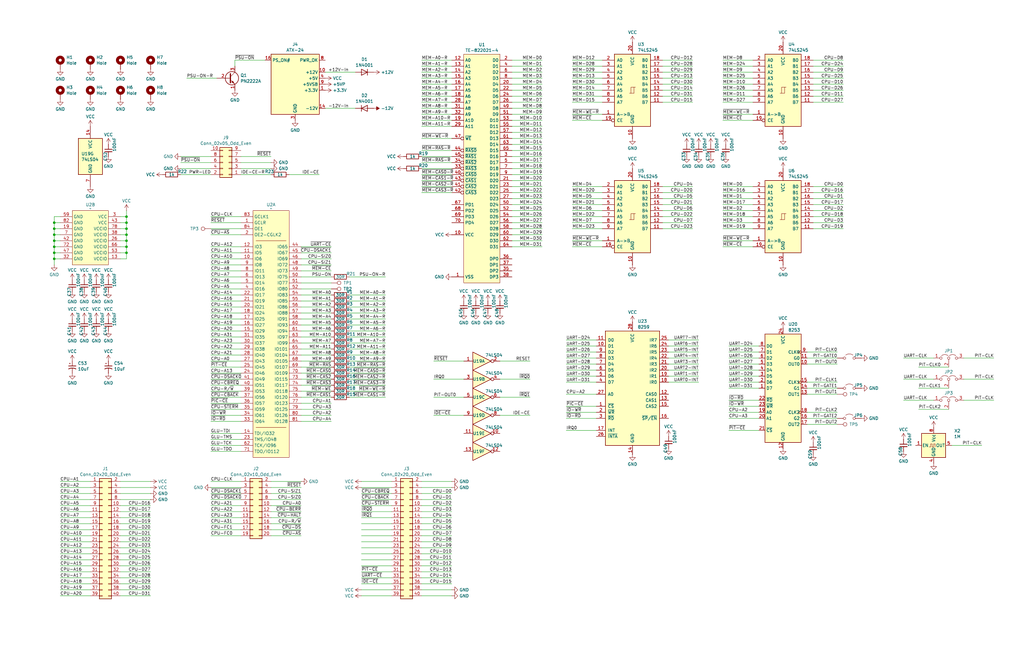
<source format=kicad_sch>
(kicad_sch (version 20231120) (generator "eeschema") (generator_version "8.0")
  (paper "USLedger")
  (junction (at 454.66 55.88))
  (junction (at 22.86 104.14))
  (junction (at 485.14 187.96))
  (junction (at 485.14 193.04))
  (junction (at 53.34 106.68))
  (junction (at 22.86 106.68))
  (junction (at 53.34 104.14))
  (junction (at 53.34 91.44))
  (junction (at 53.34 96.52))
  (junction (at 22.86 96.52))
  (junction (at 485.14 50.8))
  (junction (at 454.66 50.8))
  (junction (at 53.34 93.98))
  (junction (at 485.14 190.5))
  (junction (at 454.66 190.5))
  (junction (at 22.86 109.22))
  (junction (at 53.34 99.06))
  (junction (at 485.14 48.26))
  (junction (at 22.86 93.98))
  (junction (at 53.34 101.6))
  (junction (at 22.86 99.06))
  (junction (at 454.66 53.34))
  (junction (at 22.86 101.6))
  (junction (at 485.14 53.34))
  (junction (at 454.66 195.58))
  (junction (at 454.66 193.04))
  (wire (pts (xy 454.66 53.34) (xy 457.2 53.34)))
  (wire (pts (xy 22.86 104.14) (xy 25.4 104.14)))
  (wire (pts (xy 342.9 43.18) (xy 355.6 43.18)))
  (wire (pts (xy 147.32 137.16) (xy 162.56 137.16)))
  (wire (pts (xy 387.35 163.83) (xy 400.05 163.83)))
  (wire (pts (xy 520.7 -22.86) (xy 508 -22.86)))
  (wire (pts (xy 251.46 146.05) (xy 238.76 146.05)))
  (wire (pts (xy 704.85 256.54) (xy 717.55 256.54)))
  (wire (pts (xy 50.8 203.2) (xy 63.5 203.2)))
  (wire (pts (xy 698.5 22.86) (xy 711.2 22.86)))
  (wire (pts (xy 25.4 210.82) (xy 38.1 210.82)))
  (wire (pts (xy 147.32 127) (xy 162.56 127)))
  (wire (pts (xy 635 223.52) (xy 647.7 223.52)))
  (wire (pts (xy 127 165.1) (xy 139.7 165.1)))
  (wire (pts (xy 673.1 27.94) (xy 685.8 27.94)))
  (wire (pts (xy 177.8 226.06) (xy 190.5 226.06)))
  (wire (pts (xy 215.9 91.44) (xy 228.6 91.44)))
  (wire (pts (xy 91.44 33.02) (xy 78.74 33.02)))
  (wire (pts (xy 635 63.5) (xy 647.7 63.5)))
  (wire (pts (xy 215.9 35.56) (xy 228.6 35.56)))
  (wire (pts (xy 736.6 193.04) (xy 749.3 193.04)))
  (wire (pts (xy 698.5 208.28) (xy 711.2 208.28)))
  (wire (pts (xy 127 127) (xy 139.7 127)))
  (wire (pts (xy 215.9 73.66) (xy 228.6 73.66)))
  (wire (pts (xy 25.4 251.46) (xy 38.1 251.46)))
  (wire (pts (xy 508 17.78) (xy 520.7 17.78)))
  (wire (pts (xy 730.25 119.38) (xy 742.95 119.38)))
  (wire (pts (xy 635 213.36) (xy 647.7 213.36)))
  (wire (pts (xy 223.52 175.26) (xy 210.82 175.26)))
  (wire (pts (xy 25.4 218.44) (xy 38.1 218.44)))
  (wire (pts (xy 279.4 27.94) (xy 292.1 27.94)))
  (wire (pts (xy 195.58 167.64) (xy 182.88 167.64)))
  (wire (pts (xy 444.5 -33.02) (xy 457.2 -33.02)))
  (wire (pts (xy 114.3 210.82) (xy 127 210.82)))
  (wire (pts (xy 482.6 55.88) (xy 485.14 55.88)))
  (wire (pts (xy 127 154.94) (xy 139.7 154.94)))
  (wire (pts (xy 88.9 185.42) (xy 101.6 185.42)))
  (wire (pts (xy 251.46 156.21) (xy 238.76 156.21)))
  (wire (pts (xy 698.5 12.7) (xy 711.2 12.7)))
  (wire (pts (xy 685.8 198.12) (xy 673.1 198.12)))
  (wire (pts (xy 454.66 48.26) (xy 454.66 50.8)))
  (wire (pts (xy 182.88 160.02) (xy 195.58 160.02)))
  (wire (pts (xy 25.4 228.6) (xy 38.1 228.6)))
  (wire (pts (xy 444.5 154.94) (xy 457.2 154.94)))
  (wire (pts (xy 215.9 63.5) (xy 228.6 63.5)))
  (wire (pts (xy 508 203.2) (xy 520.7 203.2)))
  (wire (pts (xy 147.32 132.08) (xy 162.56 132.08)))
  (wire (pts (xy 454.66 195.58) (xy 454.66 198.12)))
  (wire (pts (xy 88.9 218.44) (xy 101.6 218.44)))
  (wire (pts (xy 177.8 203.2) (xy 190.5 203.2)))
  (wire (pts (xy 50.8 236.22) (xy 63.5 236.22)))
  (wire (pts (xy 571.5 27.94) (xy 584.2 27.94)))
  (wire (pts (xy 254 86.36) (xy 241.3 86.36)))
  (wire (pts (xy 215.9 86.36) (xy 228.6 86.36)))
  (wire (pts (xy 749.3 48.26) (xy 736.6 48.26)))
  (wire (pts (xy 406.4 151.13) (xy 419.1 151.13)))
  (wire (pts (xy 190.5 43.18) (xy 177.8 43.18)))
  (wire (pts (xy 454.66 53.34) (xy 454.66 55.88)))
  (wire (pts (xy 685.8 58.42) (xy 673.1 58.42)))
  (wire (pts (xy 571.5 208.28) (xy 584.2 208.28)))
  (wire (pts (xy 514.35 256.54) (xy 527.05 256.54)))
  (wire (pts (xy 22.86 109.22) (xy 25.4 109.22)))
  (wire (pts (xy 177.8 251.46) (xy 190.5 251.46)))
  (wire (pts (xy 215.9 48.26) (xy 228.6 48.26)))
  (wire (pts (xy 127 134.62) (xy 139.7 134.62)))
  (wire (pts (xy 177.8 208.28) (xy 190.5 208.28)))
  (wire (pts (xy 342.9 81.28) (xy 355.6 81.28)))
  (wire (pts (xy 25.4 220.98) (xy 38.1 220.98)))
  (wire (pts (xy 190.5 76.2) (xy 177.8 76.2)))
  (wire (pts (xy 317.5 40.64) (xy 304.8 40.64)))
  (wire (pts (xy 127 152.4) (xy 139.7 152.4)))
  (wire (pts (xy 508 12.7) (xy 520.7 12.7)))
  (wire (pts (xy 215.9 71.12) (xy 228.6 71.12)))
  (wire (pts (xy 190.5 58.42) (xy 177.8 58.42)))
  (wire (pts (xy 666.75 114.3) (xy 679.45 114.3)))
  (wire (pts (xy 635 218.44) (xy 647.7 218.44)))
  (wire (pts (xy 279.4 35.56) (xy 292.1 35.56)))
  (wire (pts (xy 444.5 -35.56) (xy 457.2 -35.56)))
  (wire (pts (xy 635 154.94) (xy 647.7 154.94)))
  (wire (pts (xy 114.3 220.98) (xy 127 220.98)))
  (wire (pts (xy 666.75 119.38) (xy 679.45 119.38)))
  (wire (pts (xy 508 15.24) (xy 520.7 15.24)))
  (wire (pts (xy 508 223.52) (xy 520.7 223.52)))
  (wire (pts (xy 76.2 73.66) (xy 88.9 73.66)))
  (wire (pts (xy 50.8 228.6) (xy 63.5 228.6)))
  (wire (pts (xy 635 208.28) (xy 647.7 208.28)))
  (wire (pts (xy 457.2 170.18) (xy 444.5 170.18)))
  (wire (pts (xy 88.9 160.02) (xy 101.6 160.02)))
  (wire (pts (xy 342.9 83.82) (xy 355.6 83.82)))
  (wire (pts (xy 736.6 223.52) (xy 749.3 223.52)))
  (wire (pts (xy 736.6 213.36) (xy 749.3 213.36)))
  (wire (pts (xy 609.6 203.2) (xy 622.3 203.2)))
  (wire (pts (xy 307.34 173.99) (xy 320.04 173.99)))
  (wire (pts (xy 482.6 -20.32) (xy 495.3 -20.32)))
  (wire (pts (xy 238.76 166.37) (xy 251.46 166.37)))
  (wire (pts (xy 698.5 83.82) (xy 711.2 83.82)))
  (wire (pts (xy 254 88.9) (xy 241.3 88.9)))
  (wire (pts (xy 152.4 236.22) (xy 165.1 236.22)))
  (wire (pts (xy 320.04 148.59) (xy 307.34 148.59)))
  (wire (pts (xy 50.8 246.38) (xy 63.5 246.38)))
  (wire (pts (xy 25.4 231.14) (xy 38.1 231.14)))
  (wire (pts (xy 698.5 198.12) (xy 711.2 198.12)))
  (wire (pts (xy 254 38.1) (xy 241.3 38.1)))
  (wire (pts (xy 25.4 91.44) (xy 22.86 91.44)))
  (wire (pts (xy 254 101.6) (xy 241.3 101.6)))
  (wire (pts (xy 152.4 210.82) (xy 165.1 210.82)))
  (wire (pts (xy 190.5 30.48) (xy 177.8 30.48)))
  (wire (pts (xy 114.3 208.28) (xy 127 208.28)))
  (wire (pts (xy 340.36 176.53) (xy 353.06 176.53)))
  (wire (pts (xy 342.9 38.1) (xy 355.6 38.1)))
  (wire (pts (xy 454.66 55.88) (xy 454.66 58.42)))
  (wire (pts (xy 307.34 181.61) (xy 320.04 181.61)))
  (wire (pts (xy 641.35 121.92) (xy 654.05 121.92)))
  (wire (pts (xy 25.4 248.92) (xy 38.1 248.92)))
  (wire (pts (xy 254 81.28) (xy 241.3 81.28)))
  (wire (pts (xy 147.32 139.7) (xy 162.56 139.7)))
  (wire (pts (xy 641.35 256.54) (xy 654.05 256.54)))
  (wire (pts (xy 190.5 35.56) (xy 177.8 35.56)))
  (wire (pts (xy 127 162.56) (xy 139.7 162.56)))
  (wire (pts (xy 485.14 48.26) (xy 485.14 45.72)))
  (wire (pts (xy 514.35 266.7) (xy 527.05 266.7)))
  (wire (pts (xy 88.9 134.62) (xy 101.6 134.62)))
  (wire (pts (xy 353.06 148.59) (xy 340.36 148.59)))
  (wire (pts (xy 685.8 17.78) (xy 673.1 17.78)))
  (wire (pts (xy 215.9 40.64) (xy 228.6 40.64)))
  (wire (pts (xy 539.75 119.38) (xy 552.45 119.38)))
  (wire (pts (xy 254 91.44) (xy 241.3 91.44)))
  (wire (pts (xy 482.6 27.94) (xy 495.3 27.94)))
  (wire (pts (xy 685.8 12.7) (xy 673.1 12.7)))
  (wire (pts (xy 666.75 259.08) (xy 679.45 259.08)))
  (wire (pts (xy 444.5 15.24) (xy 457.2 15.24)))
  (wire (pts (xy 279.4 83.82) (xy 292.1 83.82)))
  (wire (pts (xy 320.04 156.21) (xy 307.34 156.21)))
  (wire (pts (xy 317.5 27.94) (xy 304.8 27.94)))
  (wire (pts (xy 546.1 -17.78) (xy 558.8 -17.78)))
  (wire (pts (xy 520.7 -27.94) (xy 508 -27.94)))
  (wire (pts (xy 22.86 99.06) (xy 25.4 99.06)))
  (wire (pts (xy 558.8 157.48) (xy 546.1 157.48)))
  (wire (pts (xy 635 20.32) (xy 647.7 20.32)))
  (wire (pts (xy 508 20.32) (xy 520.7 20.32)))
  (wire (pts (xy 114.3 223.52) (xy 127 223.52)))
  (wire (pts (xy 50.8 210.82) (xy 63.5 210.82)))
  (wire (pts (xy 134.62 73.66) (xy 121.92 73.66)))
  (wire (pts (xy 320.04 153.67) (xy 307.34 153.67)))
  (wire (pts (xy 254 30.48) (xy 241.3 30.48)))
  (wire (pts (xy 635 152.4) (xy 647.7 152.4)))
  (wire (pts (xy 50.8 101.6) (xy 53.34 101.6)))
  (wire (pts (xy 635 78.74) (xy 647.7 78.74)))
  (wire (pts (xy 251.46 161.29) (xy 238.76 161.29)))
  (wire (pts (xy 577.85 261.62) (xy 590.55 261.62)))
  (wire (pts (xy 215.9 30.48) (xy 228.6 30.48)))
  (wire (pts (xy 698.5 68.58) (xy 711.2 68.58)))
  (wire (pts (xy 190.5 33.02) (xy 177.8 33.02)))
  (wire (pts (xy 50.8 104.14) (xy 53.34 104.14)))
  (wire (pts (xy 749.3 68.58) (xy 736.6 68.58)))
  (wire (pts (xy 749.3 208.28) (xy 736.6 208.28)))
  (wire (pts (xy 736.6 27.94) (xy 749.3 27.94)))
  (wire (pts (xy 635 53.34) (xy 647.7 53.34)))
  (wire (pts (xy 609.6 73.66) (xy 622.3 73.66)))
  (wire (pts (xy 190.5 78.74) (xy 177.8 78.74)))
  (wire (pts (xy 508 27.94) (xy 520.7 27.94)))
  (wire (pts (xy 485.14 193.04) (xy 485.14 190.5)))
  (wire (pts (xy 139.7 177.8) (xy 127 177.8)))
  (wire (pts (xy 508 198.12) (xy 520.7 198.12)))
  (wire (pts (xy 685.8 208.28) (xy 673.1 208.28)))
  (wire (pts (xy 546.1 -22.86) (xy 558.8 -22.86)))
  (wire (pts (xy 444.5 35.56) (xy 457.2 35.56)))
  (wire (pts (xy 508 58.42) (xy 520.7 58.42)))
  (wire (pts (xy 698.5 160.02) (xy 711.2 160.02)))
  (wire (pts (xy 704.85 116.84) (xy 717.55 116.84)))
  (wire (pts (xy 177.8 246.38) (xy 190.5 246.38)))
  (wire (pts (xy 558.8 17.78) (xy 546.1 17.78)))
  (wire (pts (xy 88.9 172.72) (xy 101.6 172.72)))
  (wire (pts (xy 76.2 68.58) (xy 88.9 68.58)))
  (wire (pts (xy 241.3 50.8) (xy 254 50.8)))
  (wire (pts (xy 254 78.74) (xy 241.3 78.74)))
  (wire (pts (xy 635 198.12) (xy 647.7 198.12)))
  (wire (pts (xy 88.9 119.38) (xy 101.6 119.38)))
  (wire (pts (xy 457.2 162.56) (xy 444.5 162.56)))
  (wire (pts (xy 342.9 91.44) (xy 355.6 91.44)))
  (wire (pts (xy 215.9 81.28) (xy 228.6 81.28)))
  (wire (pts (xy 147.32 134.62) (xy 162.56 134.62)))
  (wire (pts (xy 190.5 81.28) (xy 177.8 81.28)))
  (wire (pts (xy 152.4 243.84) (xy 165.1 243.84)))
  (wire (pts (xy 88.9 205.74) (xy 101.6 205.74)))
  (wire (pts (xy 342.9 96.52) (xy 355.6 96.52)))
  (wire (pts (xy 539.75 129.54) (xy 552.45 129.54)))
  (wire (pts (xy 127 116.84) (xy 139.7 116.84)))
  (wire (pts (xy 571.5 193.04) (xy 584.2 193.04)))
  (wire (pts (xy 238.76 181.61) (xy 251.46 181.61)))
  (wire (pts (xy 482.6 195.58) (xy 485.14 195.58)))
  (wire (pts (xy 635 203.2) (xy 647.7 203.2)))
  (wire (pts (xy 558.8 78.74) (xy 546.1 78.74)))
  (wire (pts (xy 88.9 226.06) (xy 101.6 226.06)))
  (wire (pts (xy 88.9 213.36) (xy 101.6 213.36)))
  (wire (pts (xy 571.5 17.78) (xy 584.2 17.78)))
  (wire (pts (xy 698.5 58.42) (xy 711.2 58.42)))
  (wire (pts (xy 546.1 -33.02) (xy 558.8 -33.02)))
  (wire (pts (xy 539.75 259.08) (xy 552.45 259.08)))
  (wire (pts (xy 609.6 63.5) (xy 622.3 63.5)))
  (wire (pts (xy 698.5 187.96) (xy 711.2 187.96)))
  (wire (pts (xy 603.25 119.38) (xy 615.95 119.38)))
  (wire (pts (xy 215.9 25.4) (xy 228.6 25.4)))
  (wire (pts (xy 698.5 223.52) (xy 711.2 223.52)))
  (wire (pts (xy 444.5 175.26) (xy 457.2 175.26)))
  (wire (pts (xy 508 218.44) (xy 520.7 218.44)))
  (wire (pts (xy 482.6 -22.86) (xy 495.3 -22.86)))
  (wire (pts (xy 342.9 25.4) (xy 355.6 25.4)))
  (wire (pts (xy 127 132.08) (xy 139.7 132.08)))
  (wire (pts (xy 482.6 20.32) (xy 495.3 20.32)))
  (wire (pts (xy 88.9 220.98) (xy 101.6 220.98)))
  (wire (pts (xy 127 139.7) (xy 139.7 139.7)))
  (wire (pts (xy 281.94 158.75) (xy 294.64 158.75)))
  (wire (pts (xy 147.32 129.54) (xy 162.56 129.54)))
  (wire (pts (xy 152.4 203.2) (xy 165.1 203.2)))
  (wire (pts (xy 320.04 146.05) (xy 307.34 146.05)))
  (wire (pts (xy 320.04 151.13) (xy 307.34 151.13)))
  (wire (pts (xy 254 40.64) (xy 241.3 40.64)))
  (wire (pts (xy 251.46 148.59) (xy 238.76 148.59)))
  (wire (pts (xy 635 27.94) (xy 647.7 27.94)))
  (wire (pts (xy 342.9 40.64) (xy 355.6 40.64)))
  (wire (pts (xy 215.9 78.74) (xy 228.6 78.74)))
  (wire (pts (xy 482.6 50.8) (xy 485.14 50.8)))
  (wire (pts (xy 508 68.58) (xy 520.7 68.58)))
  (wire (pts (xy 508 -12.7) (xy 520.7 -12.7)))
  (wire (pts (xy 88.9 121.92) (xy 101.6 121.92)))
  (wire (pts (xy 730.25 254) (xy 742.95 254)))
  (wire (pts (xy 546.1 223.52) (xy 558.8 223.52)))
  (wire (pts (xy 508 -10.16) (xy 520.7 -10.16)))
  (wire (pts (xy 76.2 66.04) (xy 88.9 66.04)))
  (wire (pts (xy 698.5 53.34) (xy 711.2 53.34)))
  (wire (pts (xy 342.9 35.56) (xy 355.6 35.56)))
  (wire (pts (xy 457.2 165.1) (xy 444.5 165.1)))
  (wire (pts (xy 635 48.26) (xy 647.7 48.26)))
  (wire (pts (xy 101.6 99.06) (xy 88.9 99.06)))
  (wire (pts (xy 215.9 83.82) (xy 228.6 83.82)))
  (wire (pts (xy 127 149.86) (xy 139.7 149.86)))
  (wire (pts (xy 279.4 91.44) (xy 292.1 91.44)))
  (wire (pts (xy 482.6 -27.94) (xy 495.3 -27.94)))
  (wire (pts (xy 571.5 154.94) (xy 584.2 154.94)))
  (wire (pts (xy 704.85 121.92) (xy 717.55 121.92)))
  (wire (pts (xy 387.35 154.94) (xy 400.05 154.94)))
  (wire (pts (xy 635 17.78) (xy 647.7 17.78)))
  (wire (pts (xy 177.8 223.52) (xy 190.5 223.52)))
  (wire (pts (xy 571.5 162.56) (xy 584.2 162.56)))
  (wire (pts (xy 317.5 93.98) (xy 304.8 93.98)))
  (wire (pts (xy 254 96.52) (xy 241.3 96.52)))
  (wire (pts (xy 635 58.42) (xy 647.7 58.42)))
  (wire (pts (xy 482.6 17.78) (xy 495.3 17.78)))
  (wire (pts (xy 577.85 121.92) (xy 590.55 121.92)))
  (wire (pts (xy 53.34 99.06) (xy 53.34 101.6)))
  (wire (pts (xy 25.4 233.68) (xy 38.1 233.68)))
  (wire (pts (xy 177.8 66.04) (xy 190.5 66.04)))
  (wire (pts (xy 401.32 187.96) (xy 414.02 187.96)))
  (wire (pts (xy 622.3 218.44) (xy 609.6 218.44)))
  (wire (pts (xy 698.5 15.24) (xy 711.2 15.24)))
  (wire (pts (xy 279.4 78.74) (xy 292.1 78.74)))
  (wire (pts (xy 53.34 93.98) (xy 53.34 96.52)))
  (wire (pts (xy 454.66 193.04) (xy 457.2 193.04)))
  (wire (pts (xy 444.5 17.78) (xy 457.2 17.78)))
  (wire (pts (xy 281.94 148.59) (xy 294.64 148.59)))
  (wire (pts (xy 508 187.96) (xy 520.7 187.96)))
  (wire (pts (xy 177.8 218.44) (xy 190.5 218.44)))
  (wire (pts (xy 698.5 213.36) (xy 711.2 213.36)))
  (wire (pts (xy 609.6 223.52) (xy 622.3 223.52)))
  (wire (pts (xy 482.6 22.86) (xy 495.3 22.86)))
  (wire (pts (xy 88.9 167.64) (xy 101.6 167.64)))
  (wire (pts (xy 558.8 208.28) (xy 546.1 208.28)))
  (wire (pts (xy 50.8 218.44) (xy 63.5 218.44)))
  (wire (pts (xy 485.14 190.5) (xy 485.14 187.96)))
  (wire (pts (xy 50.8 223.52) (xy 63.5 223.52)))
  (wire (pts (xy 698.5 48.26) (xy 711.2 48.26)))
  (wire (pts (xy 622.3 68.58) (xy 609.6 68.58)))
  (wire (pts (xy 53.34 88.9) (xy 53.34 91.44)))
  (wire (pts (xy 251.46 176.53) (xy 238.76 176.53)))
  (wire (pts (xy 215.9 88.9) (xy 228.6 88.9)))
  (wire (pts (xy 152.4 238.76) (xy 165.1 238.76)))
  (wire (pts (xy 454.66 193.04) (xy 454.66 195.58)))
  (wire (pts (xy 50.8 231.14) (xy 63.5 231.14)))
  (wire (pts (xy 730.25 259.08) (xy 742.95 259.08)))
  (wire (pts (xy 514.35 251.46) (xy 527.05 251.46)))
  (wire (pts (xy 340.36 166.37) (xy 353.06 166.37)))
  (wire (pts (xy 190.5 73.66) (xy 177.8 73.66)))
  (wire (pts (xy 281.94 151.13) (xy 294.64 151.13)))
  (wire (pts (xy 508 53.34) (xy 520.7 53.34)))
  (wire (pts (xy 490.22 114.3) (xy 477.52 114.3)))
  (wire (pts (xy 88.9 144.78) (xy 101.6 144.78)))
  (wire (pts (xy 571.5 48.26) (xy 584.2 48.26)))
  (wire (pts (xy 635 162.56) (xy 647.7 162.56)))
  (wire (pts (xy 50.8 226.06) (xy 63.5 226.06)))
  (wire (pts (xy 88.9 132.08) (xy 101.6 132.08)))
  (wire (pts (xy 215.9 93.98) (xy 228.6 93.98)))
  (wire (pts (xy 279.4 38.1) (xy 292.1 38.1)))
  (wire (pts (xy 342.9 93.98) (xy 355.6 93.98)))
  (wire (pts (xy 281.94 143.51) (xy 294.64 143.51)))
  (wire (pts (xy 603.25 114.3) (xy 615.95 114.3)))
  (wire (pts (xy 685.8 68.58) (xy 673.1 68.58)))
  (wire (pts (xy 454.66 50.8) (xy 457.2 50.8)))
  (wire (pts (xy 147.32 165.1) (xy 162.56 165.1)))
  (wire (pts (xy 603.25 269.24) (xy 615.95 269.24)))
  (wire (pts (xy 457.2 48.26) (xy 454.66 48.26)))
  (wire (pts (xy 622.3 78.74) (xy 609.6 78.74)))
  (wire (pts (xy 342.9 88.9) (xy 355.6 88.9)))
  (wire (pts (xy 50.8 208.28) (xy 63.5 208.28)))
  (wire (pts (xy 251.46 158.75) (xy 238.76 158.75)))
  (wire (pts (xy 149.86 45.72) (xy 137.16 45.72)))
  (wire (pts (xy 320.04 158.75) (xy 307.34 158.75)))
  (wire (pts (xy 730.25 269.24) (xy 742.95 269.24)))
  (wire (pts (xy 88.9 142.24) (xy 101.6 142.24)))
  (wire (pts (xy 546.1 -35.56) (xy 558.8 -35.56)))
  (wire (pts (xy 215.9 76.2) (xy 228.6 76.2)))
  (wire (pts (xy 317.5 88.9) (xy 304.8 88.9)))
  (wire (pts (xy 730.25 114.3) (xy 742.95 114.3)))
  (wire (pts (xy 539.75 269.24) (xy 552.45 269.24)))
  (wire (pts (xy 571.5 203.2) (xy 584.2 203.2)))
  (wire (pts (xy 454.66 190.5) (xy 454.66 193.04)))
  (wire (pts (xy 698.5 193.04) (xy 711.2 193.04)))
  (wire (pts (xy 50.8 215.9) (xy 63.5 215.9)))
  (wire (pts (xy 482.6 162.56) (xy 495.3 162.56)))
  (wire (pts (xy 673.1 203.2) (xy 685.8 203.2)))
  (wire (pts (xy 114.3 68.58) (xy 101.6 68.58)))
  (wire (pts (xy 25.4 223.52) (xy 38.1 223.52)))
  (wire (pts (xy 514.35 261.62) (xy 527.05 261.62)))
  (wire (pts (xy 622.3 15.24) (xy 609.6 15.24)))
  (wire (pts (xy 177.8 213.36) (xy 190.5 213.36)))
  (wire (pts (xy 177.8 71.12) (xy 190.5 71.12)))
  (wire (pts (xy 177.8 205.74) (xy 190.5 205.74)))
  (wire (pts (xy 152.4 226.06) (xy 165.1 226.06)))
  (wire (pts (xy 127 160.02) (xy 139.7 160.02)))
  (wire (pts (xy 457.2 187.96) (xy 454.66 187.96)))
  (wire (pts (xy 539.75 264.16) (xy 552.45 264.16)))
  (wire (pts (xy 603.25 124.46) (xy 615.95 124.46)))
  (wire (pts (xy 22.86 99.06) (xy 22.86 101.6)))
  (wire (pts (xy 342.9 30.48) (xy 355.6 30.48)))
  (wire (pts (xy 546.1 63.5) (xy 558.8 63.5)))
  (wire (pts (xy 177.8 228.6) (xy 190.5 228.6)))
  (wire (pts (xy 508 157.48) (xy 520.7 157.48)))
  (wire (pts (xy 571.5 53.34) (xy 584.2 53.34)))
  (wire (pts (xy 210.82 160.02) (xy 223.52 160.02)))
  (wire (pts (xy 50.8 213.36) (xy 63.5 213.36)))
  (wire (pts (xy 622.3 198.12) (xy 609.6 198.12)))
  (wire (pts (xy 254 43.18) (xy 241.3 43.18)))
  (wire (pts (xy 22.86 93.98) (xy 22.86 96.52)))
  (wire (pts (xy 25.4 243.84) (xy 38.1 243.84)))
  (wire (pts (xy 50.8 243.84) (xy 63.5 243.84)))
  (wire (pts (xy 254 93.98) (xy 241.3 93.98)))
  (wire (pts (xy 152.4 233.68) (xy 165.1 233.68)))
  (wire (pts (xy 685.8 218.44) (xy 673.1 218.44)))
  (wire (pts (xy 25.4 215.9) (xy 38.1 215.9)))
  (wire (pts (xy 514.35 121.92) (xy 527.05 121.92)))
  (wire (pts (xy 673.1 73.66) (xy 685.8 73.66)))
  (wire (pts (xy 50.8 205.74) (xy 63.5 205.74)))
  (wire (pts (xy 114.3 215.9) (xy 127 215.9)))
  (wire (pts (xy 571.5 20.32) (xy 584.2 20.32)))
  (wire (pts (xy 673.1 223.52) (xy 685.8 223.52)))
  (wire (pts (xy 127 167.64) (xy 139.7 167.64)))
  (wire (pts (xy 454.66 187.96) (xy 454.66 190.5)))
  (wire (pts (xy 251.46 151.13) (xy 238.76 151.13)))
  (wire (pts (xy 317.5 91.44) (xy 304.8 91.44)))
  (wire (pts (xy 609.6 213.36) (xy 622.3 213.36)))
  (wire (pts (xy 381 151.13) (xy 393.7 151.13)))
  (wire (pts (xy 482.6 12.7) (xy 495.3 12.7)))
  (wire (pts (xy 482.6 152.4) (xy 495.3 152.4)))
  (wire (pts (xy 152.4 220.98) (xy 165.1 220.98)))
  (wire (pts (xy 685.8 154.94) (xy 673.1 154.94)))
  (wire (pts (xy 215.9 60.96) (xy 228.6 60.96)))
  (wire (pts (xy 698.5 78.74) (xy 711.2 78.74)))
  (wire (pts (xy 444.5 157.48) (xy 457.2 157.48)))
  (wire (pts (xy 215.9 43.18) (xy 228.6 43.18)))
  (wire (pts (xy 127 137.16) (xy 139.7 137.16)))
  (wire (pts (xy 22.86 96.52) (xy 25.4 96.52)))
  (wire (pts (xy 317.5 38.1) (xy 304.8 38.1)))
  (wire (pts (xy 641.35 111.76) (xy 654.05 111.76)))
  (wire (pts (xy 215.9 33.02) (xy 228.6 33.02)))
  (wire (pts (xy 101.6 170.18) (xy 88.9 170.18)))
  (wire (pts (xy 577.85 251.46) (xy 590.55 251.46)))
  (wire (pts (xy 152.4 215.9) (xy 165.1 215.9)))
  (wire (pts (xy 622.3 208.28) (xy 609.6 208.28)))
  (wire (pts (xy 641.35 127) (xy 654.05 127)))
  (wire (pts (xy 482.6 170.18) (xy 495.3 170.18)))
  (wire (pts (xy 485.14 53.34) (xy 485.14 50.8)))
  (wire (pts (xy 50.8 233.68) (xy 63.5 233.68)))
  (wire (pts (xy 152.4 241.3) (xy 165.1 241.3)))
  (wire (pts (xy 279.4 86.36) (xy 292.1 86.36)))
  (wire (pts (xy 25.4 236.22) (xy 38.1 236.22)))
  (wire (pts (xy 482.6 -33.02) (xy 495.3 -33.02)))
  (wire (pts (xy 546.1 213.36) (xy 558.8 213.36)))
  (wire (pts (xy 101.6 66.04) (xy 114.3 66.04)))
  (wire (pts (xy 508 160.02) (xy 520.7 160.02)))
  (wire (pts (xy 539.75 124.46) (xy 552.45 124.46)))
  (wire (pts (xy 88.9 109.22) (xy 101.6 109.22)))
  (wire (pts (xy 381 160.02) (xy 393.7 160.02)))
  (wire (pts (xy 482.6 160.02) (xy 495.3 160.02)))
  (wire (pts (xy 190.5 38.1) (xy 177.8 38.1)))
  (wire (pts (xy 190.5 27.94) (xy 177.8 27.94)))
  (wire (pts (xy 635 22.86) (xy 647.7 22.86)))
  (wire (pts (xy 251.46 143.51) (xy 238.76 143.51)))
  (wire (pts (xy 317.5 83.82) (xy 304.8 83.82)))
  (wire (pts (xy 635 15.24) (xy 647.7 15.24)))
  (wire (pts (xy 508 22.86) (xy 520.7 22.86)))
  (wire (pts (xy 454.66 50.8) (xy 454.66 53.34)))
  (wire (pts (xy 546.1 -20.32) (xy 558.8 -20.32)))
  (wire (pts (xy 520.7 -33.02) (xy 508 -33.02)))
  (wire (pts (xy 127 142.24) (xy 139.7 142.24)))
  (wire (pts (xy 88.9 116.84) (xy 101.6 116.84)))
  (wire (pts (xy 88.9 106.68) (xy 101.6 106.68)))
  (wire (pts (xy 508 63.5) (xy 520.7 63.5)))
  (wire (pts (xy 508 73.66) (xy 520.7 73.66)))
  (wire (pts (xy 577.85 256.54) (xy 590.55 256.54)))
  (wire (pts (xy 182.88 175.26) (xy 195.58 175.26)))
  (wire (pts (xy 704.85 111.76) (xy 717.55 111.76)))
  (wire (pts (xy 190.5 53.34) (xy 177.8 53.34)))
  (wire (pts (xy 546.1 -25.4) (xy 558.8 -25.4)))
  (wire (pts (xy 215.9 68.58) (xy 228.6 68.58)))
  (wire (pts (xy 603.25 264.16) (xy 615.95 264.16)))
  (wire (pts (xy 571.5 73.66) (xy 584.2 73.66)))
  (wire (pts (xy 88.9 139.7) (xy 101.6 139.7)))
  (wire (pts (xy 254 27.94) (xy 241.3 27.94)))
  (wire (pts (xy 635 73.66) (xy 647.7 73.66)))
  (wire (pts (xy 279.4 96.52) (xy 292.1 96.52)))
  (wire (pts (xy 571.5 68.58) (xy 584.2 68.58)))
  (wire (pts (xy 317.5 33.02) (xy 304.8 33.02)))
  (wire (pts (xy 152.4 208.28) (xy 165.1 208.28)))
  (wire (pts (xy 444.5 -30.48) (xy 457.2 -30.48)))
  (wire (pts (xy 152.4 246.38) (xy 165.1 246.38)))
  (wire (pts (xy 317.5 86.36) (xy 304.8 86.36)))
  (wire (pts (xy 251.46 171.45) (xy 238.76 171.45)))
  (wire (pts (xy 749.3 17.78) (xy 736.6 17.78)))
  (wire (pts (xy 114.3 203.2) (xy 127 203.2)))
  (wire (pts (xy 88.9 137.16) (xy 101.6 137.16)))
  (wire (pts (xy 520.7 -35.56) (xy 508 -35.56)))
  (wire (pts (xy 127 129.54) (xy 139.7 129.54)))
  (wire (pts (xy 281.94 161.29) (xy 294.64 161.29)))
  (wire (pts (xy 558.8 15.24) (xy 546.1 15.24)))
  (wire (pts (xy 190.5 63.5) (xy 177.8 63.5)))
  (wire (pts (xy 444.5 -20.32) (xy 457.2 -20.32)))
  (wire (pts (xy 88.9 182.88) (xy 101.6 182.88)))
  (wire (pts (xy 53.34 101.6) (xy 53.34 104.14)))
  (wire (pts (xy 546.1 167.64) (xy 558.8 167.64)))
  (wire (pts (xy 558.8 198.12) (xy 546.1 198.12)))
  (wire (pts (xy 279.4 33.02) (xy 292.1 33.02)))
  (wire (pts (xy 508 83.82) (xy 520.7 83.82)))
  (wire (pts (xy 177.8 210.82) (xy 190.5 210.82)))
  (wire (pts (xy 609.6 193.04) (xy 622.3 193.04)))
  (wire (pts (xy 685.8 157.48) (xy 673.1 157.48)))
  (wire (pts (xy 635 193.04) (xy 647.7 193.04)))
  (wire (pts (xy 215.9 45.72) (xy 228.6 45.72)))
  (wire (pts (xy 190.5 68.58) (xy 177.8 68.58)))
  (wire (pts (xy 454.66 195.58) (xy 457.2 195.58)))
  (wire (pts (xy 101.6 152.4) (xy 88.9 152.4)))
  (wire (pts (xy 673.1 63.5) (xy 685.8 63.5)))
  (wire (pts (xy 88.9 215.9) (xy 101.6 215.9)))
  (wire (pts (xy 147.32 154.94) (xy 162.56 154.94)))
  (wire (pts (xy 571.5 187.96) (xy 584.2 187.96)))
  (wire (pts (xy 147.32 116.84) (xy 162.56 116.84)))
  (wire (pts (xy 22.86 101.6) (xy 25.4 101.6)))
  (wire (pts (xy 508 48.26) (xy 520.7 48.26)))
  (wire (pts (xy 603.25 254) (xy 615.95 254)))
  (wire (pts (xy 147.32 167.64) (xy 162.56 167.64)))
  (wire (pts (xy 127 104.14) (xy 139.7 104.14)))
  (wire (pts (xy 457.2 25.4) (xy 444.5 25.4)))
  (wire (pts (xy 558.8 12.7) (xy 546.1 12.7)))
  (wire (pts (xy 482.6 -17.78) (xy 495.3 -17.78)))
  (wire (pts (xy 444.5 -17.78) (xy 457.2 -17.78)))
  (wire (pts (xy 622.3 12.7) (xy 609.6 12.7)))
  (wire (pts (xy 177.8 231.14) (xy 190.5 231.14)))
  (wire (pts (xy 307.34 176.53) (xy 320.04 176.53)))
  (wire (pts (xy 88.9 91.44) (xy 101.6 91.44)))
  (wire (pts (xy 353.06 173.99) (xy 340.36 173.99)))
  (wire (pts (xy 482.6 -35.56) (xy 495.3 -35.56)))
  (wire (pts (xy 53.34 91.44) (xy 53.34 93.98)))
  (wire (pts (xy 508 213.36) (xy 520.7 213.36)))
  (wire (pts (xy 279.4 88.9) (xy 292.1 88.9)))
  (wire (pts (xy 698.5 218.44) (xy 711.2 218.44)))
  (wire (pts (xy 520.7 -25.4) (xy 508 -25.4)))
  (wire (pts (xy 342.9 33.02) (xy 355.6 33.02)))
  (wire (pts (xy 177.8 248.92) (xy 190.5 248.92)))
  (wire (pts (xy 340.36 163.83) (xy 353.06 163.83)))
  (wire (pts (xy 571.5 78.74) (xy 584.2 78.74)))
  (wire (pts (xy 736.6 53.34) (xy 749.3 53.34)))
  (wire (pts (xy 520.7 -20.32) (xy 508 -20.32)))
  (wire (pts (xy 673.1 167.64) (xy 685.8 167.64)))
  (wire (pts (xy 147.32 160.02) (xy 162.56 160.02)))
  (wire (pts (xy 558.8 152.4) (xy 546.1 152.4)))
  (wire (pts (xy 508 167.64) (xy 520.7 167.64)))
  (wire (pts (xy 127 124.46) (xy 139.7 124.46)))
  (wire (pts (xy 571.5 223.52) (xy 584.2 223.52)))
  (wire (pts (xy 50.8 96.52) (xy 53.34 96.52)))
  (wire (pts (xy 546.1 83.82) (xy 558.8 83.82)))
  (wire (pts (xy 704.85 266.7) (xy 717.55 266.7)))
  (wire (pts (xy 558.8 154.94) (xy 546.1 154.94)))
  (wire (pts (xy 342.9 27.94) (xy 355.6 27.94)))
  (wire (pts (xy 571.5 213.36) (xy 584.2 213.36)))
  (wire (pts (xy 730.25 124.46) (xy 742.95 124.46)))
  (wire (pts (xy 673.1 83.82) (xy 685.8 83.82)))
  (wire (pts (xy 673.1 193.04) (xy 685.8 193.04)))
  (wire (pts (xy 482.6 193.04) (xy 485.14 193.04)))
  (wire (pts (xy 609.6 27.94) (xy 622.3 27.94)))
  (wire (pts (xy 215.9 55.88) (xy 228.6 55.88)))
  (wire (pts (xy 622.3 152.4) (xy 609.6 152.4)))
  (wire (pts (xy 704.85 127) (xy 717.55 127)))
  (wire (pts (xy 25.4 226.06) (xy 38.1 226.06)))
  (wire (pts (xy 698.5 154.94) (xy 711.2 154.94)))
  (wire (pts (xy 482.6 157.48) (xy 495.3 157.48)))
  (wire (pts (xy 25.4 238.76) (xy 38.1 238.76)))
  (wire (pts (xy 190.5 50.8) (xy 177.8 50.8)))
  (wire (pts (xy 22.86 106.68) (xy 22.86 109.22)))
  (wire (pts (xy 546.1 -30.48) (xy 558.8 -30.48)))
  (wire (pts (xy 101.6 177.8) (xy 88.9 177.8)))
  (wire (pts (xy 25.4 241.3) (xy 38.1 241.3)))
  (wire (pts (xy 152.4 223.52) (xy 165.1 223.52)))
  (wire (pts (xy 685.8 48.26) (xy 673.1 48.26)))
  (wire (pts (xy 666.75 269.24) (xy 679.45 269.24)))
  (wire (pts (xy 88.9 127) (xy 101.6 127)))
  (wire (pts (xy 577.85 116.84) (xy 590.55 116.84)))
  (wire (pts (xy 152.4 213.36) (xy 165.1 213.36)))
  (wire (pts (xy 571.5 12.7) (xy 584.2 12.7)))
  (wire (pts (xy 88.9 154.94) (xy 101.6 154.94)))
  (wire (pts (xy 127 121.92) (xy 139.7 121.92)))
  (wire (pts (xy 342.9 86.36) (xy 355.6 86.36)))
  (wire (pts (xy 139.7 106.68) (xy 127 106.68)))
  (wire (pts (xy 342.9 78.74) (xy 355.6 78.74)))
  (wire (pts (xy 577.85 266.7) (xy 590.55 266.7)))
  (wire (pts (xy 215.9 50.8) (xy 228.6 50.8)))
  (wire (pts (xy 698.5 20.32) (xy 711.2 20.32)))
  (wire (pts (xy 177.8 233.68) (xy 190.5 233.68)))
  (wire (pts (xy 622.3 48.26) (xy 609.6 48.26)))
  (wire (pts (xy 254 25.4) (xy 241.3 25.4)))
  (wire (pts (xy 99.06 25.4) (xy 111.76 25.4)))
  (wire (pts (xy 558.8 187.96) (xy 546.1 187.96)))
  (wire (pts (xy 749.3 198.12) (xy 736.6 198.12)))
  (wire (pts (xy 749.3 187.96) (xy 736.6 187.96)))
  (wire (pts (xy 190.5 45.72) (xy 177.8 45.72)))
  (wire (pts (xy 22.86 93.98) (xy 25.4 93.98)))
  (wire (pts (xy 508 162.56) (xy 520.7 162.56)))
  (wire (pts (xy 281.94 146.05) (xy 294.64 146.05)))
  (wire (pts (xy 381 168.91) (xy 393.7 168.91)))
  (wire (pts (xy 353.06 161.29) (xy 340.36 161.29)))
  (wire (pts (xy 641.35 251.46) (xy 654.05 251.46)))
  (wire (pts (xy 215.9 53.34) (xy 228.6 53.34)))
  (wire (pts (xy 635 167.64) (xy 647.7 167.64)))
  (wire (pts (xy 127 114.3) (xy 139.7 114.3)))
  (wire (pts (xy 25.4 208.28) (xy 38.1 208.28)))
  (wire (pts (xy 406.4 160.02) (xy 419.1 160.02)))
  (wire (pts (xy 88.9 147.32) (xy 101.6 147.32)))
  (wire (pts (xy 635 83.82) (xy 647.7 83.82)))
  (wire (pts (xy 698.5 152.4) (xy 711.2 152.4)))
  (wire (pts (xy 177.8 236.22) (xy 190.5 236.22)))
  (wire (pts (xy 50.8 93.98) (xy 53.34 93.98)))
  (wire (pts (xy 387.35 172.72) (xy 400.05 172.72)))
  (wire (pts (xy 88.9 149.86) (xy 101.6 149.86)))
  (wire (pts (xy 749.3 58.42) (xy 736.6 58.42)))
  (wire (pts (xy 241.3 104.14) (xy 254 104.14)))
  (wire (pts (xy 673.1 53.34) (xy 685.8 53.34)))
  (wire (pts (xy 454.66 55.88) (xy 457.2 55.88)))
  (wire (pts (xy 281.94 156.21) (xy 294.64 156.21)))
  (wire (pts (xy 190.5 40.64) (xy 177.8 40.64)))
  (wire (pts (xy 254 83.82) (xy 241.3 83.82)))
  (wire (pts (xy 546.1 203.2) (xy 558.8 203.2)))
  (wire (pts (xy 177.8 220.98) (xy 190.5 220.98)))
  (wire (pts (xy 251.46 153.67) (xy 238.76 153.67)))
  (wire (pts (xy 152.4 205.74) (xy 165.1 205.74)))
  (wire (pts (xy 406.4 168.91) (xy 419.1 168.91)))
  (wire (pts (xy 50.8 238.76) (xy 63.5 238.76)))
  (wire (pts (xy 101.6 175.26) (xy 88.9 175.26)))
  (wire (pts (xy 749.3 15.24) (xy 736.6 15.24)))
  (wire (pts (xy 147.32 147.32) (xy 162.56 147.32)))
  (wire (pts (xy 340.36 179.07) (xy 353.06 179.07)))
  (wire (pts (xy 50.8 248.92) (xy 63.5 248.92)))
  (wire (pts (xy 485.14 50.8) (xy 485.14 48.26)))
  (wire (pts (xy 177.8 241.3) (xy 190.5 241.3)))
  (wire (pts (xy 635 157.48) (xy 647.7 157.48)))
  (wire (pts (xy 508 78.74) (xy 520.7 78.74)))
  (wire (pts (xy 88.9 162.56) (xy 101.6 162.56)))
  (wire (pts (xy 603.25 259.08) (xy 615.95 259.08)))
  (wire (pts (xy 622.3 154.94) (xy 609.6 154.94)))
  (wire (pts (xy 641.35 116.84) (xy 654.05 116.84)))
  (wire (pts (xy 215.9 101.6) (xy 228.6 101.6)))
  (wire (pts (xy 304.8 50.8) (xy 317.5 50.8)))
  (wire (pts (xy 254 35.56) (xy 241.3 35.56)))
  (wire (pts (xy 152.4 248.92) (xy 165.1 248.92)))
  (wire (pts (xy 127 111.76) (xy 139.7 111.76)))
  (wire (pts (xy 53.34 109.22) (xy 50.8 109.22)))
  (wire (pts (xy 152.4 251.46) (xy 165.1 251.46)))
  (wire (pts (xy 210.82 152.4) (xy 223.52 152.4)))
  (wire (pts (xy 215.9 104.14) (xy 228.6 104.14)))
  (wire (pts (xy 88.9 129.54) (xy 101.6 129.54)))
  (wire (pts (xy 698.5 73.66) (xy 711.2 73.66)))
  (wire (pts (xy 149.86 30.48) (xy 137.16 30.48)))
  (wire (pts (xy 22.86 101.6) (xy 22.86 104.14)))
  (wire (pts (xy 444.5 -22.86) (xy 457.2 -22.86)))
  (wire (pts (xy 482.6 187.96) (xy 485.14 187.96)))
  (wire (pts (xy 88.9 208.28) (xy 101.6 208.28)))
  (wire (pts (xy 139.7 175.26) (xy 127 175.26)))
  (wire (pts (xy 603.25 129.54) (xy 615.95 129.54)))
  (wire (pts (xy 622.3 58.42) (xy 609.6 58.42)))
  (wire (pts (xy 698.5 203.2) (xy 711.2 203.2)))
  (wire (pts (xy 571.5 152.4) (xy 584.2 152.4)))
  (wire (pts (xy 577.85 111.76) (xy 590.55 111.76)))
  (wire (pts (xy 454.66 190.5) (xy 457.2 190.5)))
  (wire (pts (xy 546.1 27.94) (xy 558.8 27.94)))
  (wire (pts (xy 520.7 -17.78) (xy 508 -17.78)))
  (wire (pts (xy 736.6 167.64) (xy 749.3 167.64)))
  (wire (pts (xy 22.86 96.52) (xy 22.86 99.06)))
  (wire (pts (xy 508 154.94) (xy 520.7 154.94)))
  (wire (pts (xy 152.4 228.6) (xy 165.1 228.6)))
  (wire (pts (xy 685.8 187.96) (xy 673.1 187.96)))
  (wire (pts (xy 482.6 48.26) (xy 485.14 48.26)))
  (wire (pts (xy 317.5 101.6) (xy 304.8 101.6)))
  (wire (pts (xy 88.9 203.2) (xy 101.6 203.2)))
  (wire (pts (xy 279.4 25.4) (xy 292.1 25.4)))
  (wire (pts (xy 666.75 124.46) (xy 679.45 124.46)))
  (wire (pts (xy 730.25 264.16) (xy 742.95 264.16)))
  (wire (pts (xy 190.5 25.4) (xy 177.8 25.4)))
  (wire (pts (xy 571.5 22.86) (xy 584.2 22.86)))
  (wire (pts (xy 254 48.26) (xy 241.3 48.26)))
  (wire (pts (xy 340.36 153.67) (xy 353.06 153.67)))
  (wire (pts (xy 99.06 27.94) (xy 99.06 25.4)))
  (wire (pts (xy 182.88 152.4) (xy 195.58 152.4)))
  (wire (pts (xy 482.6 -25.4) (xy 495.3 -25.4)))
  (wire (pts (xy 514.35 116.84) (xy 527.05 116.84)))
  (wire (pts (xy 147.32 157.48) (xy 162.56 157.48)))
  (wire (pts (xy 25.4 246.38) (xy 38.1 246.38)))
  (wire (pts (xy 114.3 73.66) (xy 101.6 73.66)))
  (wire (pts (xy 558.8 68.58) (xy 546.1 68.58)))
  (wire (pts (xy 251.46 173.99) (xy 238.76 173.99)))
  (wire (pts (xy 514.35 111.76) (xy 527.05 111.76)))
  (wire (pts (xy 571.5 58.42) (xy 584.2 58.42)))
  (wire (pts (xy 50.8 91.44) (xy 53.34 91.44)))
  (wire (pts (xy 571.5 218.44) (xy 584.2 218.44)))
  (wire (pts (xy 25.4 203.2) (xy 38.1 203.2)))
  (wire (pts (xy 749.3 157.48) (xy 736.6 157.48)))
  (wire (pts (xy 698.5 27.94) (xy 711.2 27.94)))
  (wire (pts (xy 22.86 106.68) (xy 25.4 106.68)))
  (wire (pts (xy 320.04 161.29) (xy 307.34 161.29)))
  (wire (pts (xy 539.75 254) (xy 552.45 254)))
  (wire (pts (xy 482.6 165.1) (xy 495.3 165.1)))
  (wire (pts (xy 749.3 154.94) (xy 736.6 154.94)))
  (wire (pts (xy 482.6 53.34) (xy 485.14 53.34)))
  (wire (pts (xy 22.86 109.22) (xy 22.86 111.76)))
  (wire (pts (xy 101.6 93.98) (xy 88.9 93.98)))
  (wire (pts (xy 50.8 241.3) (xy 63.5 241.3)))
  (wire (pts (xy 147.32 152.4) (xy 162.56 152.4)))
  (wire (pts (xy 76.2 71.12) (xy 88.9 71.12)))
  (wire (pts (xy 749.3 152.4) (xy 736.6 152.4)))
  (wire (pts (xy 485.14 55.88) (xy 485.14 53.34)))
  (wire (pts (xy 558.8 58.42) (xy 546.1 58.42)))
  (wire (pts (xy 622.3 187.96) (xy 609.6 187.96)))
  (wire (pts (xy 520.7 -30.48) (xy 508 -30.48)))
  (wire (pts (xy 558.8 218.44) (xy 546.1 218.44)))
  (wire (pts (xy 147.32 142.24) (xy 162.56 142.24)))
  (wire (pts (xy 571.5 83.82) (xy 584.2 83.82)))
  (wire (pts (xy 320.04 163.83) (xy 307.34 163.83)))
  (wire (pts (xy 88.9 223.52) (xy 101.6 223.52)))
  (wire (pts (xy 114.3 218.44) (xy 127 218.44)))
  (wire (pts (xy 666.75 254) (xy 679.45 254)))
  (wire (pts (xy 736.6 73.66) (xy 749.3 73.66)))
  (wire (pts (xy 215.9 66.04) (xy 228.6 66.04)))
  (wire (pts (xy 317.5 81.28) (xy 304.8 81.28)))
  (wire (pts (xy 53.34 104.14) (xy 53.34 106.68)))
  (wire (pts (xy 571.5 157.48) (xy 584.2 157.48)))
  (wire (pts (xy 482.6 154.94) (xy 495.3 154.94)))
  (wire (pts (xy 25.4 213.36) (xy 38.1 213.36)))
  (wire (pts (xy 279.4 93.98) (xy 292.1 93.98)))
  (wire (pts (xy 482.6 15.24) (xy 495.3 15.24)))
  (wire (pts (xy 635 160.02) (xy 647.7 160.02)))
  (wire (pts (xy 666.75 129.54) (xy 679.45 129.54)))
  (wire (pts (xy 704.85 261.62) (xy 717.55 261.62)))
  (wire (pts (xy 114.3 71.12) (xy 101.6 71.12)))
  (wire (pts (xy 749.3 12.7) (xy 736.6 12.7)))
  (wire (pts (xy 571.5 15.24) (xy 584.2 15.24)))
  (wire (pts (xy 482.6 167.64) (xy 495.3 167.64)))
  (wire (pts (xy 609.6 167.64) (xy 622.3 167.64)))
  (wire (pts (xy 641.35 261.62) (xy 654.05 261.62)))
  (wire (pts (xy 22.86 91.44) (xy 22.86 93.98)))
  (wire (pts (xy 88.9 111.76) (xy 101.6 111.76)))
  (wire (pts (xy 704.85 251.46) (xy 717.55 251.46)))
  (wire (pts (xy 177.8 215.9) (xy 190.5 215.9)))
  (wire (pts (xy 546.1 193.04) (xy 558.8 193.04)))
  (wire (pts (xy 88.9 104.14) (xy 101.6 104.14)))
  (wire (pts (xy 622.3 17.78) (xy 609.6 17.78)))
  (wire (pts (xy 698.5 167.64) (xy 711.2 167.64)))
  (wire (pts (xy 558.8 48.26) (xy 546.1 48.26)))
  (wire (pts (xy 577.85 127) (xy 590.55 127)))
  (wire (pts (xy 114.3 205.74) (xy 127 205.74)))
  (wire (pts (xy 457.2 30.48) (xy 444.5 30.48)))
  (wire (pts (xy 317.5 78.74) (xy 304.8 78.74)))
  (wire (pts (xy 88.9 210.82) (xy 101.6 210.82)))
  (wire (pts (xy 539.75 114.3) (xy 552.45 114.3)))
  (wire (pts (xy 546.1 73.66) (xy 558.8 73.66)))
  (wire (pts (xy 147.32 124.46) (xy 162.56 124.46)))
  (wire (pts (xy 482.6 30.48) (xy 495.3 30.48)))
  (wire (pts (xy 736.6 203.2) (xy 749.3 203.2)))
  (wire (pts (xy 622.3 157.48) (xy 609.6 157.48)))
  (wire (pts (xy 177.8 238.76) (xy 190.5 238.76)))
  (wire (pts (xy 685.8 78.74) (xy 673.1 78.74)))
  (wire (pts (xy 609.6 83.82) (xy 622.3 83.82)))
  (wire (pts (xy 88.9 187.96) (xy 101.6 187.96)))
  (wire (pts (xy 749.3 218.44) (xy 736.6 218.44)))
  (wire (pts (xy 127 144.78) (xy 139.7 144.78)))
  (wire (pts (xy 317.5 25.4) (xy 304.8 25.4)))
  (wire (pts (xy 50.8 99.06) (xy 53.34 99.06)))
  (wire (pts (xy 749.3 78.74) (xy 736.6 78.74)))
  (wire (pts (xy 685.8 152.4) (xy 673.1 152.4)))
  (wire (pts (xy 317.5 35.56) (xy 304.8 35.56)))
  (wire (pts (xy 320.04 168.91) (xy 307.34 168.91)))
  (wire (pts (xy 88.9 124.46) (xy 101.6 124.46)))
  (wire (pts (xy 152.4 218.44) (xy 165.1 218.44)))
  (wire (pts (xy 53.34 106.68) (xy 53.34 109.22)))
  (wire (pts (xy 101.6 165.1) (xy 88.9 165.1)))
  (wire (pts (xy 281.94 153.67) (xy 294.64 153.67)))
  (wire (pts (xy 50.8 106.68) (xy 53.34 106.68)))
  (wire (pts (xy 508 193.04) (xy 520.7 193.04)))
  (wire (pts (xy 139.7 170.18) (xy 127 170.18)))
  (wire (pts (xy 457.2 22.86) (xy 444.5 22.86)))
  (wire (pts (xy 25.4 205.74) (xy 38.1 205.74)))
  (wire (pts (xy 127 147.32) (xy 139.7 147.32)))
  (wire (pts (xy 666.75 264.16) (xy 679.45 264.16)))
  (wire (pts (xy 139.7 172.72) (xy 127 172.72)))
  (wire (pts (xy 88.9 190.5) (xy 101.6 190.5)))
  (wire (pts (xy 147.32 162.56) (xy 162.56 162.56)))
  (wire (pts (xy 635 187.96) (xy 647.7 187.96)))
  (wire (pts (xy 571.5 167.64) (xy 584.2 167.64)))
  (wire (pts (xy 698.5 17.78) (xy 711.2 17.78)))
  (wire (pts (xy 279.4 40.64) (xy 292.1 40.64)))
  (wire (pts (xy 485.14 187.96) (xy 485.14 185.42)))
  (wire (pts (xy 53.34 96.52) (xy 53.34 99.06)))
  (wire (pts (xy 215.9 96.52) (xy 228.6 96.52)))
  (wire (pts (xy 514.35 127) (xy 527.05 127)))
  (wire (pts (xy 50.8 220.98) (xy 63.5 220.98)))
  (wire (pts (xy 304.8 104.14) (xy 317.5 104.14)))
  (wire (pts (xy 147.32 144.78) (xy 162.56 144.78)))
  (wire (pts (xy 215.9 99.06) (xy 228.6 99.06)))
  (wire (pts (xy 127 119.38) (xy 139.7 119.38)))
  (wire (pts (xy 736.6 63.5) (xy 749.3 63.5)))
  (wire (pts (xy 254 33.02) (xy 241.3 33.02)))
  (wire (pts (xy 485.14 195.58) (xy 485.14 193.04)))
  (wire (pts (xy 50.8 251.46) (xy 63.5 251.46)))
  (wire (pts (xy 482.6 190.5) (xy 485.14 190.5)))
  (wire (pts (xy 685.8 15.24) (xy 673.1 15.24)))
  (wire (pts (xy 482.6 25.4) (xy 495.3 25.4)))
  (wire (pts (xy 698.5 63.5) (xy 711.2 63.5)))
  (wire (pts (xy 88.9 157.48) (xy 101.6 157.48)))
  (wire (pts (xy 114.3 213.36) (xy 127 213.36)))
  (wire (pts (xy 190.5 48.26) (xy 177.8 48.26)))
  (wire (pts (xy 88.9 114.3) (xy 101.6 114.3)))
  (wire (pts (xy 641.35 266.7) (xy 654.05 266.7)))
  (wire (pts (xy 88.9 96.52) (xy 101.6 96.52)))
  (wire (pts (xy 730.25 129.54) (xy 742.95 129.54)))
  (wire (pts (xy 317.5 48.26) (xy 304.8 48.26)))
  (wire (pts (xy 215.9 27.94) (xy 228.6 27.94)))
  (wire (pts (xy 482.6 -30.48) (xy 495.3 -30.48)))
  (wire (pts (xy 114.3 226.06) (xy 127 226.06)))
  (wire (pts (xy 139.7 109.22) (xy 127 109.22)))
  (wire (pts (xy 147.32 149.86) (xy 162.56 149.86)))
  (wire (pts (xy 571.5 63.5) (xy 584.2 63.5)))
  (wire (pts (xy 508 152.4) (xy 520.7 152.4)))
  (wire (pts (xy 635 68.58) (xy 647.7 68.58)))
  (wire (pts (xy 546.1 53.34) (xy 558.8 53.34)))
  (wire (pts (xy 571.5 198.12) (xy 584.2 198.12)))
  (wire (pts (xy 177.8 243.84) (xy 190.5 243.84)))
  (wire (pts (xy 152.4 231.14) (xy 165.1 231.14)))
  (wire (pts (xy 279.4 81.28) (xy 292.1 81.28)))
  (wire (pts (xy 127 157.48) (xy 139.7 157.48)))
  (wire (pts (xy 673.1 213.36) (xy 685.8 213.36)))
  (wire (pts (xy 508 208.28) (xy 520.7 208.28)))
  (wire (pts (xy 320.04 171.45) (xy 307.34 171.45)))
  (wire (pts (xy 317.5 30.48) (xy 304.8 30.48)))
  (wire (pts (xy 317.5 96.52) (xy 304.8 96.52)))
  (wire (pts (xy 340.36 151.13) (xy 353.06 151.13)))
  (wire (pts (xy 609.6 53.34) (xy 622.3 53.34)))
  (wire (pts (xy 571.5 160.02) (xy 584.2 160.02)))
  (wire (pts (xy 698.5 162.56) (xy 711.2 162.56)))
  (wire (pts (xy 444.5 12.7) (xy 457.2 12.7)))
  (wire (pts (xy 215.9 38.1) (xy 228.6 38.1)))
  (wire (pts (xy 279.4 43.18) (xy 292.1 43.18)))
  (wire (pts (xy 317.5 43.18) (xy 304.8 43.18)))
  (wire (pts (xy 22.86 104.14) (xy 22.86 106.68)))
  (wire (pts (xy 210.82 167.64) (xy 223.52 167.64)))
  (wire (pts (xy 736.6 83.82) (xy 749.3 83.82)))
  (wire (pts (xy 635 12.7) (xy 647.7 12.7)))
  (wire (pts (xy 215.9 58.42) (xy 228.6 58.42)))
  (wire (pts (xy 279.4 30.48) (xy 292.1 30.48)))
  (wire (pts (xy 444.5 152.4) (xy 457.2 152.4)))
  (wire (pts (xy 698.5 157.48) (xy 711.2 157.48)))
  (wire (pts (xy 546.1 -27.94) (xy 558.8 -27.94)))
  (label "PIT-CLK2" (at 353.06 173.99 180))
  (label "COM5-DSR" (at 622.3 193.04 180))
  (label "UART4-CTS" (at 508 213.36 0))
  (label "CPU-A19" (at 88.9 137.16 0))
  (label "UART-D28" (at 495.3 162.56 180))
  (label "~{MEM-CAS1-R}" (at 162.56 167.64 180))
  (label "~{UART2-CS}" (at 635 27.94 0))
  (label "UART-D29" (at 495.3 165.1 180))
  (label "~{CPU-DSACK1}" (at 88.9 208.28 0))
  (label "MEM-D25" (at 304.8 33.02 0))
  (label "UART5-RI" (at 571.5 223.52 0))
  (label "COM7-TXD" (at 749.3 208.28 180))
  (label "UART3-INT" (at 294.64 153.67 180))
  (label "UART4-RTS" (at 558.8 154.94 180))
  (label "UART5-RI" (at 571.5 162.56 0))
  (label "CPU-A31" (at 88.9 220.98 0))
  (label "UART0-RTS" (at 558.8 15.24 180))
  (label "~{RESET}" (at 127 205.74 180))
  (label "UART-D31" (at 508 -17.78 0))
  (label "MEM-A6-R" (at 162.56 139.7 180))
  (label "UART1-DCD" (at 571.5 20.32 0))
  (label "COM3-RXD" (at 749.3 58.42 180))
  (label "CPU-A4" (at 444.5 17.78 0))
  (label "COM0-CTS" (at 552.45 124.46 180))
  (label "UART-CLK" (at 381 168.91 0))
  (label "UART2-RI" (at 635 83.82 0))
  (label "~{IDE-CE}" (at 152.4 246.38 0))
  (label "CPU-D1" (at 355.6 83.82 180))
  (label "MEM-D27" (at 228.6 93.98 180))
  (label "CPU-D12" (at 190.5 238.76 180))
  (label "COM0-RI" (at 558.8 83.82 180))
  (label "UART7-INT" (at 294.64 143.51 180))
  (label "CPU-D5" (at 292.1 83.82 180))
  (label "CPU-D16" (at 355.6 81.28 180))
  (label "GLU-TDI" (at 88.9 182.88 0))
  (label "COM2-RXD" (at 641.35 116.84 0))
  (label "COM5-RI" (at 622.3 223.52 180))
  (label "UART0-RI" (at 508 22.86 0))
  (label "PIT-GATE1" (at 353.06 163.83 180))
  (label "MEM-D11" (at 304.8 40.64 0))
  (label "CPU-D26" (at 558.8 -30.48 180))
  (label "MEM-D8" (at 228.6 45.72 180))
  (label "CPU-A2" (at 25.4 205.74 0))
  (label "UART1-RTS" (at 622.3 15.24 180))
  (label "MEM-D19" (at 228.6 73.66 180))
  (label "UART2-DSR" (at 635 53.34 0))
  (label "UART5-RTS" (at 571.5 203.2 0))
  (label "UART-D29" (at 238.76 156.21 0))
  (label "UART6-RTS" (at 685.8 154.94 180))
  (label "COM6-DCD" (at 641.35 251.46 0))
  (label "COM3-DSR" (at 749.3 53.34 180))
  (label "COM4-RTS" (at 552.45 259.08 180))
  (label "~{UART-CE}" (at 444.5 -17.78 0))
  (label "CPU-SIZ0" (at 127 210.82 180))
  (label "CPU-D18" (at 63.5 218.44 180))
  (label "MEM-A8" (at 139.7 149.86 180))
  (label "UART0-RXD" (at 508 58.42 0))
  (label "UART-D24" (at 238.76 143.51 0))
  (label "COM7-DTR" (at 704.85 266.7 0))
  (label "UART0-TXD" (at 558.8 12.7 180))
  (label "MEM-D9" (at 228.6 48.26 180))
  (label "CPU-D14" (at 292.1 38.1 180))
  (label "COM2-DCD" (at 685.8 48.26 180))
  (label "+12V-In" (at 138.43 30.48 0))
  (label "-12V-In" (at 138.43 45.72 0))
  (label "MEM-D10" (at 304.8 35.56 0))
  (label "MEM-D10" (at 228.6 50.8 180))
  (label "UART2-RTS" (at 685.8 15.24 180))
  (label "COM1-RI" (at 622.3 83.82 180))
  (label "MEM-A9-R" (at 162.56 152.4 180))
  (label "UART4-TXD" (at 508 208.28 0))
  (label "UART3-TXD" (at 749.3 12.7 180))
  (label "COM0-CTS" (at 558.8 73.66 180))
  (label "COM6-DCD" (at 685.8 187.96 180))
  (label "UART-D30" (at 495.3 27.94 180))
  (label "~{CPU-CBREQ}" (at 88.9 162.56 0))
  (label "CPU-D20" (at 63.5 223.52 180))
  (label "CPU-D28" (at 63.5 243.84 180))
  (label "~{MEM-CAS2-R}" (at 177.8 78.74 0))
  (label "UART4-RI" (at 508 223.52 0))
  (label "UART6-RI" (at 635 162.56 0))
  (label "CPU-D29" (at 558.8 -22.86 180))
  (label "UART-D27" (at 495.3 160.02 180))
  (label "CPU-D11" (at 190.5 236.22 180))
  (label "~{CPU-DSACK1}" (at 139.7 106.68 180))
  (label "COM6-RI" (at 685.8 223.52 180))
  (label "UART-D31" (at 238.76 161.29 0))
  (label "CPU-D19" (at 355.6 96.52 180))
  (label "CPU-D28" (at 558.8 -25.4 180))
  (label "UART7-DTR" (at 698.5 218.44 0))
  (label "COM7-DCD" (at 749.3 187.96 180))
  (label "UART-D31" (at 495.3 170.18 180))
  (label "COM2-RI" (at 685.8 83.82 180))
  (label "UART7-INT" (at 749.3 167.64 180))
  (label "UART1-DCD" (at 571.5 48.26 0))
  (label "MEM-D16" (at 228.6 66.04 180))
  (label "UART3-TXD" (at 698.5 68.58 0))
  (label "CPU-D18" (at 355.6 91.44 180))
  (label "COM1-RI" (at 615.95 129.54 180))
  (label "~{PIC-CE}" (at 88.9 170.18 0))
  (label "~{IRQ1}" (at 223.52 167.64 180))
  (label "UART4-INT" (at 558.8 167.64 180))
  (label "COM0-DCD" (at 514.35 111.76 0))
  (label "CPU-A23" (at 88.9 144.78 0))
  (label "~{IRQ0}" (at 152.4 215.9 0))
  (label "UART-D29" (at 508 -22.86 0))
  (label "PIT-OUT1" (at 353.06 166.37 180))
  (label "MEM-A11" (at 139.7 147.32 180))
  (label "COM0-TXD" (at 514.35 121.92 0))
  (label "MEM-D27" (at 304.8 43.18 0))
  (label "~{MEM-WE-R}" (at 177.8 58.42 0))
  (label "UART7-RTS" (at 749.3 154.94 180))
  (label "UART0-INT" (at 558.8 27.94 180))
  (label "CPU-D6" (at 292.1 88.9 180))
  (label "COM0-DCD" (at 558.8 48.26 180))
  (label "UART-D25" (at 238.76 146.05 0))
  (label "CPU-A5" (at 25.4 213.36 0))
  (label "CPU-A10" (at 25.4 226.06 0))
  (label "CPU-A14" (at 25.4 236.22 0))
  (label "CPU-CLK" (at 88.9 203.2 0))
  (label "COM0-RI" (at 552.45 129.54 180))
  (label "CPU-A8" (at 444.5 -20.32 0))
  (label "COM1-RTS" (at 622.3 63.5 180))
  (label "UART5-CTS" (at 571.5 154.94 0))
  (label "CPU-D22" (at 63.5 228.6 180))
  (label "COM3-TXD" (at 704.85 121.92 0))
  (label "CPU-D4" (at 190.5 218.44 180))
  (label "UART-D25" (at 307.34 148.59 0))
  (label "UART1-INT" (at 294.64 158.75 180))
  (label "MEM-D4" (at 241.3 78.74 0))
  (label "CPU-D8" (at 355.6 25.4 180))
  (label "UART4-RTS" (at 508 203.2 0))
  (label "UART7-CTS" (at 698.5 213.36 0))
  (label "COM1-TXD" (at 577.85 121.92 0))
  (label "UART5-DTR" (at 571.5 218.44 0))
  (label "MEM-A4" (at 139.7 134.62 180))
  (label "CPU-A7" (at 88.9 116.84 0))
  (label "MEM-D8" (at 304.8 25.4 0))
  (label "UART4-DSR" (at 508 157.48 0))
  (label "CPU-D21" (at 63.5 226.06 180))
  (label "CPU-A4" (at 444.5 157.48 0))
  (label "MEM-A4-R" (at 177.8 35.56 0))
  (label "MEM-A1-R" (at 162.56 127 180))
  (label "CPU-D29" (at 292.1 30.48 180))
  (label "UART4-INT" (at 294.64 151.13 180))
  (label "CPU-D24" (at 558.8 -35.56 180))
  (label "MEM-D18" (at 304.8 91.44 0))
  (label "MEM-A0-R" (at 177.8 25.4 0))
  (label "~{UART4-CS}" (at 508 167.64 0))
  (label "UART2-DTR" (at 685.8 17.78 180))
  (label "UART-D27" (at 508 -27.94 0))
  (label "COM5-TXD" (at 577.85 261.62 0))
  (label "UART-D28" (at 508 -25.4 0))
  (label "CPU-SIZ1" (at 139.7 111.76 180))
  (label "MEM-D5" (at 241.3 83.82 0))
  (label "CPU-D27" (at 63.5 241.3 180))
  (label "COM6-RXD" (at 685.8 198.12 180))
  (label "PIT-CLK" (at 419.1 160.02 180))
  (label "UART3-DCD" (at 698.5 20.32 0))
  (label "MEM-A4-R" (at 162.56 134.62 180))
  (label "MEM-D21" (at 241.3 86.36 0))
  (label "COM7-RI" (at 742.95 269.24 180))
  (label "UART1-CTS" (at 571.5 73.66 0))
  (label "~{MEM-CAS1-R}" (at 177.8 76.2 0))
  (label "UART3-RXD" (at 698.5 12.7 0))
  (label "UART-D24" (at 495.3 152.4 180))
  (label "UART2-CTS" (at 635 15.24 0))
  (label "CPU-D27" (at 558.8 -27.94 180))
  (label "RESET" (at 223.52 152.4 180))
  (label "CPU-D15" (at 292.1 43.18 180))
  (label "PIT-CLK2" (at 387.35 172.72 0))
  (label "CPU-A3" (at 307.34 176.53 0))
  (label "UART-D29" (at 307.34 158.75 0))
  (label "~{MEM-CAS2}" (at 139.7 160.02 180))
  (label "UART7-RXD" (at 698.5 198.12 0))
  (label "UART-CLK" (at 381 160.02 0))
  (label "CPU-A5" (at 88.9 121.92 0))
  (label "CPU-A20" (at 88.9 139.7 0))
  (label "COM5-DCD" (at 622.3 187.96 180))
  (label "COM4-CTS" (at 552.45 264.16 180))
  (label "IDE-CE-R" (at 101.6 73.66 0))
  (label "MEM-D28" (at 241.3 27.94 0))
  (label "MEM-A2-R" (at 177.8 30.48 0))
  (label "UART5-CTS" (at 571.5 213.36 0))
  (label "MEM-A10-R" (at 177.8 50.8 0))
  (label "UART-D29" (at 495.3 25.4 180))
  (label "MEM-D24" (at 228.6 86.36 180))
  (label "UART4-TXD" (at 558.8 152.4 180))
  (label "CPU-A21" (at 88.9 213.36 0))
  (label "CPU-R{slash}~{W}" (at 508 -12.7 0))
  (label "PIT-GATE2" (at 353.06 176.53 180))
  (label "MEM-A0" (at 139.7 124.46 180))
  (label "COM1-RTS" (at 615.95 119.38 180))
  (label "UART-D25" (at 495.3 154.94 180))
  (label "COM5-DSR" (at 615.95 254 180))
  (label "MEM-D22" (at 241.3 91.44 0))
  (label "UART-D27" (at 495.3 20.32 180))
  (label "CPU-D13" (at 190.5 241.3 180))
  (label "COM6-RTS" (at 685.8 203.2 180))
  (label "UART1-CTS" (at 571.5 15.24 0))
  (label "UART6-RTS" (at 635 203.2 0))
  (label "~{MEM-WE}" (at 139.7 165.1 180))
  (label "GLU-TDO" (at 88.9 190.5 0))
  (label "COM0-RXD" (at 514.35 116.84 0))
  (label "CPU-D25" (at 63.5 236.22 180))
  (label "UART1-TXD" (at 622.3 12.7 180))
  (label "~{IO-WR}" (at 238.76 173.99 0))
  (label "CPU-A3" (at 25.4 208.28 0))
  (label "MEM-D7" (at 241.3 93.98 0))
  (label "IDE-CE" (at 223.52 175.26 180))
  (label "CPU-A10" (at 88.9 109.22 0))
  (label "COM5-RTS" (at 622.3 203.2 180))
  (label "UART-D28" (at 495.3 22.86 180))
  (label "~{MEM-CAS1}" (at 139.7 167.64 180))
  (label "UART0-DTR" (at 558.8 17.78 180))
  (label "MEM-D26" (at 304.8 38.1 0))
  (label "UART4-RI" (at 508 162.56 0))
  (label "PIT-CLK" (at 419.1 168.91 180))
  (label "COM3-DSR" (at 742.95 114.3 180))
  (label "UART3-RI" (at 698.5 22.86 0))
  (label "CPU-A12" (at 88.9 104.14 0))
  (label "CPU-A2" (at 139.7 175.26 180))
  (label "PIT-CLK1" (at 387.35 163.83 0))
  (label "COM7-DCD" (at 704.85 251.46 0))
  (label "COM5-DTR" (at 577.85 266.7 0))
  (label "COM6-TXD" (at 641.35 261.62 0))
  (label "COM7-RXD" (at 749.3 198.12 180))
  (label "MEM-D1" (at 228.6 27.94 180))
  (label "~{IO-RD}" (at 307.34 168.91 0))
  (label "COM2-DSR" (at 679.45 114.3 180))
  (label "UART0-DCD" (at 508 20.32 0))
  (label "CPU-D12" (at 292.1 25.4 180))
  (label "CPU-A2" (at 444.5 12.7 0))
  (label "CPU-D27" (at 355.6 43.18 180))
  (label "UART0-DSR" (at 508 17.78 0))
  (label "UART0-INT" (at 294.64 161.29 180))
  (label "~{PIT-CE}" (at 152.4 241.3 0))
  (label "UART0-DSR" (at 508 53.34 0))
  (label "COM7-RTS" (at 749.3 203.2 180))
  (label "IRQ0" (at 238.76 181.61 0))
  (label "UART3-RTS" (at 698.5 63.5 0))
  (label "CPU-D23" (at 292.1 96.52 180))
  (label "CPU-FC0" (at 88.9 226.06 0))
  (label "UART6-CTS" (at 635 213.36 0))
  (label "COM1-DCD" (at 577.85 111.76 0))
  (label "MEM-A11-R" (at 177.8 53.34 0))
  (label "PIT-OUT2" (at 353.06 179.07 180))
  (label "CPU-D16" (at 63.5 213.36 180))
  (label "~{UART6-CS}" (at 635 167.64 0))
  (label "CPU-D1" (at 190.5 210.82 180))
  (label "UART3-DSR" (at 698.5 53.34 0))
  (label "CPU-D29" (at 63.5 246.38 180))
  (label "~{UART2-CS}" (at 495.3 -30.48 180))
  (label "~{CPU-DS}" (at 127 223.52 180))
  (label "COM7-TXD" (at 704.85 261.62 0))
  (label "CPU-A31" (at 88.9 142.24 0))
  (label "UART-CLK" (at 381 151.13 0))
  (label "MEM-A11-R" (at 162.56 147.32 180))
  (label "CPU-D3" (at 190.5 215.9 180))
  (label "UART-D25" (at 508 -33.02 0))
  (label "UART-CLK" (at 444.5 175.26 0))
  (label "COM1-TXD" (at 622.3 68.58 180))
  (label "MEM-D31" (at 241.3 40.64 0))
  (label "~{MEM-RAS-R}" (at 177.8 68.58 0))
  (label "UART-D24" (at 307.34 146.05 0))
  (label "UART6-DTR" (at 635 218.44 0))
  (label "~{RESET}" (at 182.88 152.4 0))
  (label "PIT-OUT0" (at 182.88 167.64 0))
  (label "UART6-RI" (at 635 223.52 0))
  (label "~{CPU-DSACK0}" (at 88.9 160.02 0))
  (label "UART2-INT" (at 685.8 27.94 180))
  (label "CPU-A0" (at 88.9 152.4 0))
  (label "UART3-DTR" (at 698.5 78.74 0))
  (label "COM3-CTS" (at 742.95 124.46 180))
  (label "CPU-A18" (at 88.9 134.62 0))
  (label "COM7-DTR" (at 749.3 218.44 180))
  (label "CPU-R{slash}~{W}" (at 127 220.98 180))
  (label "CPU-A15" (at 25.4 238.76 0))
  (label "CPU-D14" (at 190.5 243.84 180))
  (label "COM7-RI" (at 749.3 223.52 180))
  (label "CPU-A17" (at 88.9 132.08 0))
  (label "COM0-RTS" (at 558.8 63.5 180))
  (label "UART4-RXD" (at 508 152.4 0))
  (label "~{IO-WR}" (at 444.5 25.4 0))
  (label "MEM-D0" (at 228.6 25.4 180))
  (label "MEM-A9-R" (at 177.8 48.26 0))
  (label "COM5-CTS" (at 615.95 264.16 180))
  (label "UART0-RI" (at 508 83.82 0))
  (label "CPU-D30" (at 63.5 248.92 180))
  (label "MEM-D3" (at 228.6 33.02 180))
  (label "~{UART7-CS}" (at 495.3 -17.78 180))
  (label "~{MEM-CE}" (at 139.7 114.3 180))
  (label "COM5-TXD" (at 622.3 208.28 180))
  (label "COM6-RI" (at 679.45 269.24 180))
  (label "UART7-DSR" (at 698.5 157.48 0))
  (label "UART5-DCD" (at 571.5 160.02 0))
  (label "UART-D28" (at 238.76 153.67 0))
  (label "UART2-TXD" (at 685.8 12.7 180))
  (label "MEM-D14" (at 228.6 60.96 180))
  (label "CPU-D10" (at 355.6 35.56 180))
  (label "~{CPU-STERM}" (at 88.9 172.72 0))
  (label "CPU-D13" (at 292.1 33.02 180))
  (label "CPU-A8" (at 88.9 114.3 0))
  (label "CPU-A7" (at 25.4 218.44 0))
  (label "CPU-D0" (at 355.6 78.74 180))
  (label "MEM-D14" (at 241.3 38.1 0))
  (label "~{UART3-CS}" (at 495.3 -27.94 180))
  (label "CPU-A22" (at 88.9 147.32 0))
  (label "UART5-TXD" (at 622.3 152.4 180))
  (label "~{UART4-CS}" (at 495.3 -25.4 180))
  (label "UART1-DTR" (at 571.5 78.74 0))
  (label "COM2-CTS" (at 679.45 124.46 180))
  (label "UART5-RTS" (at 622.3 154.94 180))
  (label "UART6-CTS" (at 635 154.94 0))
  (label "COM5-RXD" (at 577.85 256.54 0))
  (label "CPU-SIZ1" (at 127 208.28 180))
  (label "PIT-CLK0" (at 387.35 154.94 0))
  (label "~{UART3-CS}" (at 698.5 27.94 0))
  (label "CPU-A20" (at 25.4 251.46 0))
  (label "UART-D26" (at 495.3 17.78 180))
  (label "UART1-RXD" (at 571.5 58.42 0))
  (label "~{MEM-WE-R}" (at 162.56 165.1 180))
  (label "~{UART5-CS}" (at 571.5 167.64 0))
  (label "~{MEM-CAS3}" (at 139.7 162.56 180))
  (label "MEM-D20" (at 228.6 76.2 180))
  (label "IDE-CE" (at 134.62 73.66 180))
  (label "UART7-RI" (at 698.5 162.56 0))
  (label "MEM-D16" (at 304.8 81.28 0))
  (label "MEM-D17" (at 228.6 68.58 180))
  (label "RESET" (at 444.5 170.18 0))
  (label "UART3-DCD" (at 698.5 48.26 0))
  (label "~{IO-RD}" (at 238.76 176.53 0))
  (label "MEM-D25" (at 228.6 88.9 180))
  (label "UART7-DCD" (at 698.5 187.96 0))
  (label "MEM-D6" (at 228.6 40.64 180))
  (label "UART4-CTS" (at 508 154.94 0))
  (label "CPU-A6" (at 25.4 215.9 0))
  (label "~{CPU-BERR}" (at 127 215.9 180))
  (label "UART2-INT" (at 294.64 156.21 180))
  (label "CPU-A4" (at 139.7 177.8 180))
  (label "UART-D26" (at 307.34 151.13 0))
  (label "CPU-A14" (at 88.9 124.46 0))
  (label "COM1-DTR" (at 577.85 127 0))
  (label "COM0-RTS" (at 552.45 119.38 180))
  (label "CPU-D24" (at 355.6 27.94 180))
  (label "COM2-DTR" (at 641.35 127 0))
  (label "UART5-DSR" (at 571.5 157.48 0))
  (label "COM1-CTS" (at 615.95 124.46 180))
  (label "UART5-TXD" (at 571.5 208.28 0))
  (label "CPU-A17" (at 25.4 243.84 0))
  (label "IRQ0" (at 182.88 160.02 0))
  (label "COM6-CTS" (at 685.8 213.36 180))
  (label "MEM-D20" (at 241.3 81.28 0))
  (label "CPU-A3" (at 444.5 154.94 0))
  (label "UART4-DTR" (at 508 218.44 0))
  (label "UART5-INT" (at 294.64 148.59 180))
  (label "COM2-DCD" (at 641.35 111.76 0))
  (label "UART2-RXD" (at 635 58.42 0))
  (label "UART4-DCD" (at 508 160.02 0))
  (label "CPU-A5" (at 444.5 -35.56 0))
  (label "~{CPU-CBACK}" (at 88.9 167.64 0))
  (label "MEM-A7-R" (at 177.8 43.18 0))
  (label "UART-D26" (at 238.76 148.59 0))
  (label "COM2-CTS" (at 685.8 73.66 180))
  (label "~{MEM-WE-R}" (at 304.8 48.26 0))
  (label "~{IO-WR}" (at 444.5 165.1 0))
  (label "MEM-D6" (at 241.3 88.9 0))
  (label "PSU-ON" (at 139.7 116.84 180))
  (label "COM4-TXD" (at 514.35 261.62 0))
  (label "UART6-INT" (at 294.64 146.05 180))
  (label "~{PIT-CE}" (at 307.34 181.61 0))
  (label "UART5-DCD" (at 571.5 187.96 0))
  (label "~{MEM-CAS3-R}" (at 162.56 162.56 180))
  (label "~{IDE-CE}" (at 182.88 175.26 0))
  (label "CPU-A9" (at 88.9 111.76 0))
  (label "COM3-RTS" (at 749.3 63.5 180))
  (label "MEM-D30" (at 228.6 101.6 180))
  (label "CPU-D11" (at 355.6 40.64 180))
  (label "MEM-D23" (at 228.6 83.82 180))
  (label "CPU-A7" (at 444.5 -30.48 0))
  (label "CPU-D26" (at 355.6 38.1 180))
  (label "MEM-D29" (at 228.6 99.06 180))
  (label "~{CPU-AS}" (at 88.9 99.06 0))
  (label "~{UART-CE}" (at 139.7 104.14 180))
  (label "CPU-A3" (at 139.7 172.72 180))
  (label "UART-D30" (at 508 -20.32 0))
  (label "~{MEM-CAS3-R}" (at 177.8 81.28 0))
  (label "~{IO-WR}" (at 307.34 171.45 0))
  (label "CPU-A16" (at 88.9 127 0))
  (label "MEM-A8-R" (at 162.56 149.86 180))
  (label "CPU-D21" (at 292.1 86.36 180))
  (label "UART2-DCD" (at 635 20.32 0))
  (label "CPU-D28" (at 292.1 27.94 180))
  (label "UART-D25" (at 495.3 15.24 180))
  (label "COM5-DCD" (at 577.85 251.46 0))
  (label "COM4-TXD" (at 558.8 208.28 180))
  (label "UART4-RXD" (at 508 198.12 0))
  (label "MEM-D12" (at 228.6 55.88 180))
  (label "CPU-D25" (at 355.6 33.02 180))
  (label "CPU-A11" (at 25.4 228.6 0))
  (label "MEM-D4" (at 228.6 35.56 180))
  (label "~{MEM-CAS0}" (at 139.7 157.48 180))
  (label "COM0-DTR" (at 514.35 127 0))
  (label "UART7-DCD" (at 698.5 160.02 0))
  (label "MEM-D9" (at 304.8 30.48 0))
  (label "UART1-RI" (at 571.5 83.82 0))
  (label "CPU-D20" (at 292.1 81.28 180))
  (label "~{CPU-AS}" (at 127 226.06 180))
  (label "PIT-CLK1" (at 353.06 161.29 180))
  (label "COM3-RXD" (at 704.85 116.84 0))
  (label "MEM-D12" (at 241.3 25.4 0))
  (label "UART-D27" (at 238.76 151.13 0))
  (label "COM7-RTS" (at 742.95 259.08 180))
  (label "~{IO-RD}" (at 88.9 177.8 0))
  (label "MEM-D30" (at 241.3 35.56 0))
  (label "COM2-RTS" (at 685.8 63.5 180))
  (label "UART3-DTR" (at 749.3 17.78 180))
  (label "UART7-TXD" (at 698.5 208.28 0))
  (label "CPU-D0" (at 190.5 208.28 180))
  (label "UART3-RTS" (at 749.3 15.24 180))
  (label "~{CPU-HALT}" (at 127 218.44 180))
  (label "COM6-DSR" (at 679.45 254 180))
  (label "~{UART7-CS}" (at 698.5 167.64 0))
  (label "UART6-RXD" (at 635 152.4 0))
  (label "CPU-A2" (at 238.76 166.37 0))
  (label "COM1-DSR" (at 615.95 114.3 180))
  (label "PIT-GATE0" (at 353.06 151.13 180))
  (label "MEM-A2-R" (at 162.56 129.54 180))
  (label "COM4-DCD" (at 558.8 187.96 180))
  (label "UART6-TXD" (at 685.8 152.4 180))
  (label "PIT-OUT0" (at 353.06 153.67 180))
  (label "~{PIC-CE}" (at 238.76 171.45 0))
  (label "UART-D30" (at 238.76 158.75 0))
  (label "~{RESET}" (at 114.3 66.04 180))
  (label "CPU-A2" (at 444.5 152.4 0))
  (label "MEM-A5-R" (at 162.56 137.16 180))
  (label "MEM-D18" (at 228.6 71.12 180))
  (label "UART0-RXD" (at 508 12.7 0))
  (label "COM4-RI" (at 552.45 269.24 180))
  (label "CPU-A6" (at 444.5 -33.02 0))
  (label "UART-D26" (at 495.3 157.48 180))
  (label "CPU-D8" (at 190.5 228.6 180))
  (label "UART3-RXD" (at 698.5 58.42 0))
  (label "UART-D27" (at 307.34 153.67 0))
  (label "~{PSU-ON}" (at 76.2 68.58 0))
  (label "~{CPU-CBACK}" (at 152.4 210.82 0))
  (label "UART7-DTR" (at 749.3 157.48 180))
  (label "~{RESET}" (at 88.9 93.98 0))
  (label "COM1-DCD" (at 622.3 48.26 180))
  (label "~{MEM-WE-R}" (at 304.8 101.6 0))
  (label "UART0-TXD" (at 508 68.58 0))
  (label "COM7-CTS" (at 742.95 264.16 180))
  (label "~{MEM-WE-R}" (at 241.3 48.26 0))
  (label "GLU-TMS" (at 88.9 185.42 0))
  (label "COM5-RXD" (at 622.3 198.12 180))
  (label "~{UART0-CS}" (at 508 27.94 0))
  (label "MEM-A3-R" (at 177.8 33.02 0))
  (label "CPU-A13" (at 25.4 233.68 0))
  (label "COM4-DCD" (at 514.35 251.46 0))
  (label "MEM-A5-R" (at 177.8 38.1 0))
  (label "CPU-A15" (at 88.9 129.54 0))
  (label "CPU-D10" (at 190.5 233.68 180))
  (label "COM4-DTR" (at 558.8 218.44 180))
  (label "MEM-A6-R" (at 177.8 40.64 0))
  (label "CPU-D26" (at 63.5 238.76 180))
  (label "UART-D31" (at 495.3 30.48 180))
  (label "UART1-RI" (at 571.5 22.86 0))
  (label "MEM-A10-R" (at 162.56 142.24 180))
  (label "COM2-TXD" (at 685.8 68.58 180))
  (label "COM4-DTR" (at 514.35 266.7 0))
  (label "CPU-A22" (at 88.9 215.9 0))
  (label "CPU-A3" (at 444.5 15.24 0))
  (label "CPU-A18" (at 25.4 246.38 0))
  (label "UART4-DCD" (at 508 187.96 0))
  (label "UART2-DSR" (at 635 17.78 0))
  (label "CPU-D25" (at 558.8 -33.02 180))
  (label "MEM-D28" (at 228.6 96.52 180))
  (label "UART2-TXD" (at 635 68.58 0))
  (label "CPU-D2" (at 355.6 88.9 180))
  (label "~{UART5-CS}" (at 495.3 -22.86 180))
  (label "COM4-RXD" (at 514.35 256.54 0))
  (label "COM5-RTS" (at 615.95 259.08 180))
  (label "CPU-A19" (at 25.4 248.92 0))
  (label "~{IO-RD}" (at 444.5 22.86 0))
  (label "UART6-DCD" (at 635 160.02 0))
  (label "RESET" (at 444.5 30.48 0))
  (label "UART7-TXD" (at 749.3 152.4 180))
  (label "UART4-DTR" (at 558.8 157.48 180))
  (label "UART6-RXD" (at 635 198.12 0))
  (label "~{IRQ1}" (at 152.4 218.44 0))
  (label "CPU-D31" (at 63.5 251.46 180))
  (label "CPU-A2" (at 307.34 173.99 0))
  (label "CPU-A4" (at 25.4 210.82 0))
  (label "MEM-D22" (at 228.6 81.28 180))
  (label "UART7-CTS" (at 698.5 154.94 0))
  (label "CPU-D4" (at 292.1 78.74 180))
  (label "COM7-RXD" (at 704.85 256.54 0))
  (label "MEM-D15" (at 241.3 43.18 0))
  (label "CPU-D30" (at 292.1 35.56 180))
  (label "CPU-D15" (at 190.5 246.38 180))
  (label "MEM-D5" (at 228.6 38.1 180))
  (label "COM6-RXD" (at 641.35 256.54 0))
  (label "COM1-RXD" (at 622.3 58.42 180))
  (label "UART-D28" (at 307.34 156.21 0))
  (label "UART3-INT" (at 749.3 27.94 180))
  (label "CPU-D5" (at 190.5 220.98 180))
  (label "MEM-D19" (at 304.8 96.52 0))
  (label "PSU-ON-R" (at 162.56 116.84 180))
  (label "UART1-TXD" (at 571.5 68.58 0))
  (label "~{UART0-CS}" (at 495.3 -35.56 180))
  (label "COM1-DSR" (at 622.3 53.34 180))
  (label "COM4-RTS" (at 558.8 203.2 180))
  (label "CPU-D31" (at 558.8 -17.78 180))
  (label "~{MEM-CE}" (at 304.8 104.14 0))
  (label "CPU-A8" (at 25.4 220.98 0))
  (label "CPU-A9" (at 25.4 223.52 0))
  (label "COM6-DSR" (at 685.8 193.04 180))
  (label "CPU-A12" (at 25.4 231.14 0))
  (label "CPU-A21" (at 88.9 149.86 0))
  (label "UART-D31" (at 307.34 163.83 0))
  (label "UART3-RI" (at 698.5 83.82 0))
  (label "UART7-RI" (at 698.5 223.52 0))
  (label "MEM-A3" (at 139.7 132.08 180))
  (label "COM5-DTR" (at 622.3 218.44 180))
  (label "UART5-DSR" (at 571.5 193.04 0))
  (label "CPU-SIZ0" (at 139.7 109.22 180))
  (label "COM3-DCD" (at 704.85 111.76 0))
  (label "COM4-CTS" (at 558.8 213.36 180))
  (label "UART2-RTS" (at 635 63.5 0))
  (label "~{UART-CE}" (at 152.4 243.84 0))
  (label "UART7-RTS" (at 698.5 203.2 0))
  (label "MEM-D23" (at 241.3 96.52 0))
  (label "UART-D24" (at 495.3 12.7 180))
  (label "MEM-A0-R" (at 162.56 124.46 180))
  (label "UART2-DCD" (at 635 48.26 0))
  (label "CPU-CLK" (at 88.9 91.44 0))
  (label "UART6-DSR" (at 635 193.04 0))
  (label "UART2-CTS" (at 635 73.66 0))
  (label "CPU-D31" (at 292.1 40.64 180))
  (label "~{MEM-CAS0-R}" (at 162.56 157.48 180))
  (label "COM7-DSR" (at 749.3 193.04 180))
  (label "CPU-R{slash}~{W}" (at 88.9 165.1 0))
  (label "UART5-DTR" (at 622.3 157.48 180))
  (label "UART1-INT" (at 622.3 27.94 180))
  (label "COM3-CTS" (at 749.3 73.66 180))
  (label "MEM-A9" (at 139.7 152.4 180))
  (label "UART2-RXD" (at 635 12.7 0))
  (label "MEM-A2" (at 139.7 129.54 180))
  (label "COM3-TXD" (at 749.3 68.58 180))
  (label "CPU-D9" (at 355.6 30.48 180))
  (label "~{CPU-DSACK0}" (at 88.9 210.82 0))
  (label "MEM-A1" (at 139.7 127 180))
  (label "UART3-CTS" (at 698.5 73.66 0))
  (label "UART-CLK" (at 490.22 114.3 180))
  (label "~{PIT-CE}" (at 88.9 154.94 0))
  (label "COM4-DSR" (at 552.45 254 180))
  (label "CPU-D19" (at 63.5 220.98 180))
  (label "CPU-A11" (at 88.9 106.68 0))
  (label "UART3-CTS" (at 698.5 15.24 0))
  (label "CPU-D7" (at 292.1 93.98 180))
  (label "CPU-D24" (at 63.5 233.68 180))
  (label "UART6-INT" (at 685.8 167.64 180))
  (label "COM1-CTS" (at 622.3 73.66 180))
  (label "~{MEM-CE}" (at 241.3 50.8 0))
  (label "~{PSU-ON}" (at 99.06 25.4 0))
  (label "PIT-CLK" (at 419.1 151.13 180))
  (label "~{CPU-STERM}" (at 152.4 213.36 0))
  (label "UART-D30" (at 307.34 161.29 0))
  (label "MEM-D26" (at 228.6 91.44 180))
  (label "MEM-D7" (at 228.6 43.18 180))
  (label "MEM-D1" (at 304.8 83.82 0))
  (label "~{MEM-RAS-R}" (at 177.8 63.5 0))
  (label "MEM-D2" (at 228.6 30.48 180))
  (label "PIT-CLK" (at 414.02 187.96 180))
  (label "COM6-RTS" (at 679.45 259.08 180))
  (label "~{MEM-RAS-R}" (at 162.56 154.94 180))
  (label "UART-D30" (at 495.3 167.64 180))
  (label "MEM-A5" (at 139.7 137.16 180))
  (label "CPU-D22" (at 292.1 91.44 180))
  (label "GLU-TCK" (at 88.9 187.96 0))
  (label "MEM-D31" (at 228.6 104.14 180))
  (label "MEM-A7" (at 139.7 144.78 180))
  (label "UART0-CTS" (at 508 73.66 0))
  (label "UART3-DSR" (at 698.5 17.78 0))
  (label "CPU-D23" (at 63.5 231.14 180))
  (label "MEM-A3-R" (at 162.56 132.08 180))
  (label "~{UART1-CS}" (at 495.3 -33.02 180))
  (label "UART1-DTR" (at 622.3 17.78 180))
  (label "UART6-DTR" (at 685.8 157.48 180))
  (label "COM3-DTR" (at 704.85 127 0))
  (label "MEM-D15" (at 228.6 63.5 180))
  (label "COM0-DTR" (at 558.8 78.74 180))
  (label "COM6-CTS" (at 679.45 264.16 180))
  (label "MEM-A6" (at 139.7 139.7 180))
  (label "UART5-RXD" (at 571.5 198.12 0))
  (label "MEM-A7-R" (at 162.56 144.78 180))
  (label "COM5-CTS" (at 622.3 213.36 180))
  (label "COM0-RXD" (at 558.8 58.42 180))
  (label "COM3-RTS" (at 742.95 119.38 180))
  (label "MEM-D0" (at 304.8 78.74 0))
  (label "UART-D24" (at 508 -35.56 0))
  (label "~{MEM-CE}" (at 304.8 50.8 0))
  (label "COM2-RXD" (at 685.8 58.42 180))
  (label "COM0-TXD" (at 558.8 68.58 180))
  (label "COM3-DTR" (at 749.3 78.74 180))
  (label "CPU-A1" (at 139.7 170.18 180))
  (label "CPU-D17" (at 63.5 215.9 180))
  (label "PSU-ON-R" (at 78.74 33.02 0))
  (label "CPU-FC1" (at 88.9 223.52 0))
  (label "MEM-D21" (at 228.6 78.74 180))
  (label "UART7-DSR" (at 698.5 193.04 0))
  (label "CPU-D30" (at 558.8 -20.32 180))
  (label "MEM-D24" (at 304.8 27.94 0))
  (label "CPU-A23" (at 88.9 218.44 0))
  (label "UART0-RTS" (at 508 63.5 0))
  (label "COM3-RI" (at 749.3 83.82 180))
  (label "UART7-RXD" (at 698.5 152.4 0))
  (label "MEM-D13" (at 241.3 33.02 0))
  (label "CPU-D3" (at 355.6 93.98 180))
  (label "COM6-DTR" (at 685.8 218.44 180))
  (label "MEM-D13" (at 228.6 58.42 180))
  (label "UART-CLK" (at 444.5 35.56 0))
  (label "COM2-RI" (at 679.45 129.54 180))
  (label "UART6-DSR" (at 635 157.48 0))
  (label "~{MEM-CAS0-R}" (at 177.8 73.66 0))
  (label "UART6-DCD" (at 635 187.96 0))
  (label "~{MEM-CE}" (at 241.3 104.14 0))
  (label "COM6-DTR" (at 641.35 266.7 0))
  (label "~{MEM-RAS}" (at 139.7 154.94 180))
  (label "MEM-A8-R" (at 177.8 45.72 0))
  (label "UART0-CTS" (at 508 15.24 0))
  (label "MEM-D17" (at 304.8 86.36 0))
  (label "UART-D26" (at 508 -30.48 0))
  (label "COM7-CTS" (at 749.3 213.36 180))
  (label "CPU-A1" (at 25.4 203.2 0))
  (label "UART1-DSR" (at 571.5 53.34 0))
  (label "COM4-RXD" (at 558.8 198.12 180))
  (label "UART1-RXD" (at 571.5 12.7 0))
  (label "MEM-D3" (at 304.8 93.98 0))
  (label "UART4-DSR" (at 508 193.04 0))
  (label "~{CPU-CBREQ}" (at 152.4 208.28 0))
  (label "COM2-TXD" (at 641.35 121.92 0))
  (label "CPU-A6" (at 88.9 119.38 0))
  (label "CPU-D6" (at 190.5 223.52 180))
  (label "COM2-DTR" (at 685.8 78.74 180))
  (label "COM4-DSR" (at 558.8 193.04 180))
  (label "~{IO-WR}" (at 88.9 175.26 0))
  (label "~{MEM-WE-R}" (at 241.3 101.6 0))
  (label "COM1-DTR" (at 622.3 78.74 180))
  (label "COM6-TXD" (at 685.8 208.28 180))
  (label "COM2-RTS" (at 679.45 119.38 180))
  (label "PIT-CLK0" (at 353.06 148.59 180))
  (label "CPU-A13" (at 88.9 157.48 0))
  (label "UART1-RTS" (at 571.5 63.5 0))
  (label "CPU-D2" (at 190.5 213.36 180))
  (label "MEM-D2" (at 304.8 88.9 0))
  (label "UART5-INT" (at 622.3 167.64 180))
  (label "~{UART1-CS}" (at 571.5 27.94 0))
  (label "~{UART6-CS}" (at 495.3 -20.32 180))
  (label "~{IO-RD}" (at 444.5 162.56 0))
  (label "COM3-DCD" (at 749.3 48.26 180))
  (label "UART0-DTR" (at 508 78.74 0))
  (label "COM0-DSR" (at 558.8 53.34 180))
  (label "PWR-LED" (at 88.9 73.66 180))
  (label "CPU-A16" (at 25.4 241.3 0))
  (label "CPU-D7" (at 190.5 226.06 180))
  (label "COM4-RI" (at 558.8 223.52 180))
  (label "COM7-DSR" (at 742.95 254 180))
  (label "COM5-RI" (at 615.95 269.24 180))
  (label "MEM-D29" (at 241.3 30.48 0))
  (label "UART0-DCD" (at 508 48.26 0))
  (label "MEM-D11" (at 228.6 53.34 180))
  (label "UART2-RI" (at 635 22.86 0))
  (label "~{UART-CE}" (at 508 -10.16 0))
  (label "~{IRQ0}" (at 223.52 160.02 180))
  (label "UART6-TXD" (at 635 208.28 0))
  (label "MEM-A10" (at 139.7 142.24 180))
  (label "COM2-DSR" (at 685.8 53.34 180))
  (label "~{MEM-CAS2-R}" (at 162.56 160.02 180))
  (label "MEM-A1-R" (at 177.8 27.94 0))
  (label "UART5-RXD" (at 571.5 152.4 0))
  (label "CPU-D17" (at 355.6 86.36 180))
  (label "CPU-A0" (at 127 213.36 180))
  (label "COM1-RXD" (at 577.85 116.84 0))
  (label "UART2-DTR" (at 635 78.74 0))
  (label "CPU-D9" (at 190.5 231.14 180))
  (label "COM3-RI" (at 742.95 129.54 180))
  (label "COM0-DSR" (at 552.45 114.3 180))
  (label "UART1-DSR" (at 571.5 17.78 0))
  (symbol (lib_id "power:VCC") (at 35.56 118.11 0) (unit 1)
    (property "Reference" "#PWR0174" (effects (hide yes)))
    (property "Value" "VCC" (at 35.56 113.9769 0))
    (property "Description" "Power symbol creates a global label with name \"VCC\"" (effects (hide yes)))
  )
  (symbol (lib_id "Device:C_Small") (at 478.79 208.28 0) (unit 1)
    (property "Reference" "C32" (at 477.52 210.82 90))
    (property "Value" "100nF" (at 481.33 205.74 90))
    (property "Footprint" "Capacitor_SMD:C_0805_2012Metric_Pad1.18x1.45mm_HandSolder" (effects (hide yes)))
    (property "Description" "Unpolarized capacitor, small symbol" (effects (hide yes)))
  )
  (symbol (lib_id "power:+5VP") (at 137.16 35.56 270) (unit 1)
    (property "Reference" "#PWR0207" (effects (hide yes)))
    (property "Value" "+5VP" (at 140.335 35.56 90) (effects (justify left)))
    (property "Description" "Power symbol creates a global label with name \"+5VP\"" (effects (hide yes)))
  )
  (symbol (lib_id "Device:C_Polarized_Small_US") (at 561.34 93.98 0) (unit 1)
    (property "Reference" "C55" (at 563.6514 92.336 0) (effects (justify left)))
    (property "Value" "10uF" (at 563.6514 94.7603 0) (effects (justify left)))
    (property "Footprint" "Capacitor_THT:CP_Radial_D6.3mm_P2.50mm" (effects (hide yes)))
    (property "Description" "Polarized capacitor, small US symbol" (effects (hide yes)))
  )
  (symbol (lib_id "power:+12V") (at 741.68 231.14 0) (unit 1)
    (property "Reference" "#PWR0144" (effects (hide yes)))
    (property "Value" "+12V" (at 741.68 227.0069 0))
    (property "Description" "Power symbol creates a global label with name \"+12V\"" (effects (hide yes)))
  )
  (symbol (lib_id "Interface_UART:GD75232DB") (at 660.4 66.04 0) (mirror y) (unit 1)
    (property "Reference" "U10" (at 655.6659 36.4955 0) (effects (justify left)))
    (property "Value" "GD75232DB" (at 655.6659 38.9198 0) (effects (justify left)))
    (property "Footprint" "Package_SO:SSOP-20_5.3x7.2mm_P0.65mm" (effects (hide yes)))
    (property "Datasheet" "http://www.ti.com/lit/ds/symlink/gd75232.pdf" (effects (hide yes)))
    (property "Description" "Multiple RS-232 Driver and Receiver, SSOP-20" (effects (hide yes)))
  )
  (symbol (lib_id "Device:C_Small") (at 200.66 129.54 0) (unit 1)
    (property "Reference" "C46" (at 199.39 132.08 90))
    (property "Value" "100nF" (at 203.2 127 90))
    (property "Footprint" "Capacitor_SMD:C_0805_2012Metric_Pad1.18x1.45mm_HandSolder" (effects (hide yes)))
    (property "Description" "Unpolarized capacitor, small symbol" (effects (hide yes)))
  )
  (symbol (lib_id "Wrap030-Multiuser:ST16C554D") (at 596.9 10.16 0) (unit 2)
    (property "Reference" "U8" (at 596.9 6.35 0))
    (property "Value" "ST16C554D" (at 596.9 8.89 0))
    (property "Footprint" "Package_QFP:LQFP-64_10x10mm_P0.5mm" (effects (hide yes)))
    (property "Datasheet" "https://www.mouser.com/datasheet/2/146/ST16C554_ST16C554D_ST68C554-1889097.pdf" (effects (hide yes)))
    (property "Description" "Quad UARTs with 16-Byte FIFO" (effects (hide yes)))
    (property "Mouser" "701-ST16C554DIQ64-F" (effects (hide yes)))
    (property "JLC" "C60458" (effects (hide yes)))
  )
  (symbol (lib_id "power:-12V") (at 746.76 236.22 180) (unit 1)
    (property "Reference" "#PWR0147" (effects (hide yes)))
    (property "Value" "-12V" (at 746.76 240.3531 0))
    (property "Description" "Power symbol creates a global label with name \"-12V\"" (effects (hide yes)))
  )
  (symbol (lib_id "power:-12V") (at 683.26 236.22 180) (unit 1)
    (property "Reference" "#PWR0141" (effects (hide yes)))
    (property "Value" "-12V" (at 683.26 240.3531 0))
    (property "Description" "Power symbol creates a global label with name \"-12V\"" (effects (hide yes)))
  )
  (symbol (lib_id "Connector:TestPoint") (at 139.7 121.92 270) (unit 1)
    (property "Reference" "TP2" (at 144.78 121.92 90) (effects (justify left)))
    (property "Value" "TestPoint" (effects (hide yes)))
    (property "Footprint" "TestPoint:TestPoint_THTPad_1.5x1.5mm_Drill0.7mm" (effects (hide yes)))
    (property "Description" "test point" (effects (hide yes)))
  )
  (symbol (lib_id "power:VCC") (at 472.44 205.74 0) (unit 1)
    (property "Reference" "#PWR0160" (effects (hide yes)))
    (property "Value" "VCC" (at 472.44 201.6069 0))
    (property "Description" "Power symbol creates a global label with name \"VCC\"" (effects (hide yes)))
  )
  (symbol (lib_id "Mechanical:MountingHole_Pad") (at 50.8 39.37 0) (unit 1) (exclude_from_sim yes) (in_bom no)
    (property "Reference" "H6" (at 53.34 36.8878 0) (effects (justify left)))
    (property "Value" "Hole" (at 53.34 39.3121 0) (effects (justify left)))
    (property "Footprint" "MountingHole:MountingHole_3.2mm_M3_Pad_Via" (effects (hide yes)))
    (property "Description" "Mounting Hole with connection" (effects (hide yes)))
  )
  (symbol (lib_id "74xx:74LS04") (at 38.1 66.04 0) (unit 7)
    (property "Reference" "U19" (at 34.29 64.8857 0) (effects (justify left)))
    (property "Value" "74LS04" (at 34.29 67.31 0) (effects (justify left)))
    (property "Footprint" "Package_DIP:DIP-14_W7.62mm_Socket" (effects (hide yes)))
    (property "Datasheet" "http://www.ti.com/lit/gpn/sn74LS04" (effects (hide yes)))
    (property "Description" "Hex Inverter" (effects (hide yes)))
  )
  (symbol (lib_id "Mechanical:MountingHole_Pad") (at 38.1 26.67 0) (unit 1) (exclude_from_sim yes) (in_bom no)
    (property "Reference" "H2" (at 40.64 24.1878 0) (effects (justify left)))
    (property "Value" "Hole" (at 40.64 26.6121 0) (effects (justify left)))
    (property "Footprint" "MountingHole:MountingHole_3.2mm_M3_Pad_Via" (effects (hide yes)))
    (property "Description" "Mounting Hole with connection" (effects (hide yes)))
  )
  (symbol (lib_id "power:VCC") (at 45.72 134.62 0) (unit 1)
    (property "Reference" "#PWR0186" (effects (hide yes)))
    (property "Value" "VCC" (at 45.72 130.4869 0))
    (property "Description" "Power symbol creates a global label with name \"VCC\"" (effects (hide yes)))
  )
  (symbol (lib_id "power:GND") (at 609.6 236.22 0) (unit 1)
    (property "Reference" "#PWR0131" (effects (hide yes)))
    (property "Value" "GND" (at 609.6 240.3531 0))
    (property "Description" "Power symbol creates a global label with name \"GND\" , ground" (effects (hide yes)))
  )
  (symbol (lib_id "Device:C_Small") (at 462.28 208.28 0) (unit 1)
    (property "Reference" "C29" (at 461.01 210.82 90))
    (property "Value" "100nF" (at 464.82 205.74 90))
    (property "Footprint" "Capacitor_SMD:C_0805_2012Metric_Pad1.18x1.45mm_HandSolder" (effects (hide yes)))
    (property "Description" "Unpolarized capacitor, small symbol" (effects (hide yes)))
  )
  (symbol (lib_id "power:GND") (at 472.44 71.12 0) (unit 1)
    (property "Reference" "#PWR0153" (effects (hide yes)))
    (property "Value" "GND" (at 472.44 75.2531 0))
    (property "Description" "Power symbol creates a global label with name \"GND\" , ground" (effects (hide yes)))
  )
  (symbol (lib_id "power:VCC") (at 30.48 118.11 0) (unit 1)
    (property "Reference" "#PWR0172" (effects (hide yes)))
    (property "Value" "VCC" (at 30.48 113.9769 0))
    (property "Description" "Power symbol creates a global label with name \"VCC\"" (effects (hide yes)))
  )
  (symbol (lib_id "power:GND") (at 721.36 93.98 0) (unit 1)
    (property "Reference" "#PWR059" (effects (hide yes)))
    (property "Value" "GND" (at 721.36 98.1131 0))
    (property "Description" "Power symbol creates a global label with name \"GND\" , ground" (effects (hide yes)))
  )
  (symbol (lib_id "power:GND") (at 546.1 96.52 0) (unit 1)
    (property "Reference" "#PWR0101" (effects (hide yes)))
    (property "Value" "GND" (at 546.1 100.6531 0))
    (property "Description" "Power symbol creates a global label with name \"GND\" , ground" (effects (hide yes)))
  )
  (symbol (lib_id "Device:C_Small") (at 299.72 63.5 0) (unit 1)
    (property "Reference" "C35" (at 298.45 66.04 90))
    (property "Value" "100nF" (at 302.26 60.96 90))
    (property "Footprint" "Capacitor_SMD:C_0805_2012Metric_Pad1.18x1.45mm_HandSolder" (effects (hide yes)))
    (property "Description" "Unpolarized capacitor, small symbol" (effects (hide yes)))
  )
  (symbol (lib_id "power:+12V") (at 678.18 231.14 0) (unit 1)
    (property "Reference" "#PWR0138" (effects (hide yes)))
    (property "Value" "+12V" (at 678.18 227.0069 0))
    (property "Description" "Power symbol creates a global label with name \"+12V\"" (effects (hide yes)))
  )
  (symbol (lib_id "power:VCC") (at 210.82 127 0) (unit 1)
    (property "Reference" "#PWR0196" (effects (hide yes)))
    (property "Value" "VCC" (at 210.82 122.8669 0))
    (property "Description" "Power symbol creates a global label with name \"VCC\"" (effects (hide yes)))
  )
  (symbol (lib_id "Interface_UART:GD75232DB") (at 723.9 205.74 0) (mirror y) (unit 1)
    (property "Reference" "U18" (at 719.1659 176.1955 0) (effects (justify left)))
    (property "Value" "GD75232DB" (at 719.1659 178.6198 0) (effects (justify left)))
    (property "Footprint" "Package_SO:SSOP-20_5.3x7.2mm_P0.65mm" (effects (hide yes)))
    (property "Datasheet" "http://www.ti.com/lit/ds/symlink/gd75232.pdf" (effects (hide yes)))
    (property "Description" "Multiple RS-232 Driver and Receiver, SSOP-20" (effects (hide yes)))
  )
  (symbol (lib_id "power:GND") (at 683.26 91.44 180) (unit 1)
    (property "Reference" "#PWR0116" (effects (hide yes)))
    (property "Value" "GND" (at 683.26 87.3069 0))
    (property "Description" "Power symbol creates a global label with name \"GND\" , ground" (effects (hide yes)))
  )
  (symbol (lib_id "Device:R") (at 143.51 127 90) (unit 1)
    (property "Reference" "R2" (at 146.05 125.73 90) (effects (justify right)))
    (property "Value" "30R" (at 143.51 127 90))
    (property "Footprint" "Resistor_SMD:R_0805_2012Metric_Pad1.20x1.40mm_HandSolder" (effects (hide yes)))
    (property "Description" "Resistor" (effects (hide yes)))
  )
  (symbol (lib_id "power:-12V") (at 556.26 236.22 180) (unit 1)
    (property "Reference" "#PWR0129" (effects (hide yes)))
    (property "Value" "-12V" (at 556.26 240.3531 0))
    (property "Description" "Power symbol creates a global label with name \"-12V\"" (effects (hide yes)))
  )
  (symbol (lib_id "power:GND") (at 200.66 132.08 0) (unit 1)
    (property "Reference" "#PWR0193" (effects (hide yes)))
    (property "Value" "GND" (at 200.66 136.2131 0))
    (property "Description" "Power symbol creates a global label with name \"GND\" , ground" (effects (hide yes)))
  )
  (symbol (lib_id "power:-12V") (at 619.76 236.22 180) (unit 1)
    (property "Reference" "#PWR0135" (effects (hide yes)))
    (property "Value" "-12V" (at 619.76 240.3531 0))
    (property "Description" "Power symbol creates a global label with name \"-12V\"" (effects (hide yes)))
  )
  (symbol (lib_id "Device:C_Small") (at 683.26 233.68 0) (unit 1)
    (property "Reference" "C21" (at 681.99 236.22 90))
    (property "Value" "100nF" (at 685.8 231.14 90))
    (property "Footprint" "Capacitor_SMD:C_0805_2012Metric_Pad1.18x1.45mm_HandSolder" (effects (hide yes)))
    (property "Description" "Unpolarized capacitor, small symbol" (effects (hide yes)))
  )
  (symbol (lib_id "power:+12V") (at 551.18 231.14 0) (unit 1)
    (property "Reference" "#PWR0126" (effects (hide yes)))
    (property "Value" "+12V" (at 551.18 227.0069 0))
    (property "Description" "Power symbol creates a global label with name \"+12V\"" (effects (hide yes)))
  )
  (symbol (lib_id "power:GND") (at 546.1 -5.08 0) (unit 1)
    (property "Reference" "#PWR0203" (effects (hide yes)))
    (property "Value" "GND" (at 546.1 -0.9469 0))
    (property "Description" "Power symbol creates a global label with name \"GND\" , ground" (effects (hide yes)))
  )
  (symbol (lib_id "power:VCC") (at 467.36 66.04 0) (unit 1)
    (property "Reference" "#PWR0150" (effects (hide yes)))
    (property "Value" "VCC" (at 467.36 61.9069 0))
    (property "Description" "Power symbol creates a global label with name \"VCC\"" (effects (hide yes)))
  )
  (symbol (lib_id "power:GND") (at 63.5 29.21 0) (unit 1)
    (property "Reference" "#PWR07" (effects (hide yes)))
    (property "Value" "GND" (at 63.5 33.3431 0))
    (property "Description" "Power symbol creates a global label with name \"GND\" , ground" (effects (hide yes)))
  )
  (symbol (lib_id "power:-12V") (at 535.94 233.68 180) (unit 1)
    (property "Reference" "#PWR077" (effects (hide yes)))
    (property "Value" "-12V" (at 535.94 237.8131 0))
    (property "Description" "Power symbol creates a global label with name \"-12V\"" (effects (hide yes)))
  )
  (symbol (lib_id "power:VCC") (at 200.66 127 0) (unit 1)
    (property "Reference" "#PWR0192" (effects (hide yes)))
    (property "Value" "VCC" (at 200.66 122.8669 0))
    (property "Description" "Power symbol creates a global label with name \"VCC\"" (effects (hide yes)))
  )
  (symbol (lib_id "Mechanical:MountingHole_Pad") (at 50.8 26.67 0) (unit 1) (exclude_from_sim yes) (in_bom no)
    (property "Reference" "H5" (at 53.34 24.1878 0) (effects (justify left)))
    (property "Value" "Hole" (at 53.34 26.6121 0) (effects (justify left)))
    (property "Footprint" "MountingHole:MountingHole_3.2mm_M3_Pad_Via" (effects (hide yes)))
    (property "Description" "Mounting Hole with connection" (effects (hide yes)))
  )
  (symbol (lib_id "power:GND") (at 614.68 236.22 0) (unit 1)
    (property "Reference" "#PWR0133" (effects (hide yes)))
    (property "Value" "GND" (at 614.68 240.3531 0))
    (property "Description" "Power symbol creates a global label with name \"GND\" , ground" (effects (hide yes)))
  )
  (symbol (lib_id "power:VCC") (at 266.7 17.78 0) (unit 1)
    (property "Reference" "#PWR024" (effects (hide yes)))
    (property "Value" "VCC" (at 266.7 13.6469 0))
    (property "Description" "Power symbol creates a global label with name \"VCC\"" (effects (hide yes)))
  )
  (symbol (lib_id "Device:C_Small") (at 289.56 63.5 0) (unit 1)
    (property "Reference" "C33" (at 288.29 66.04 90))
    (property "Value" "100nF" (at 292.1 60.96 90))
    (property "Footprint" "Capacitor_SMD:C_0805_2012Metric_Pad1.18x1.45mm_HandSolder" (effects (hide yes)))
    (property "Description" "Unpolarized capacitor, small symbol" (effects (hide yes)))
  )
  (symbol (lib_id "Device:R") (at 143.51 162.56 90) (unit 1)
    (property "Reference" "R17" (at 146.05 161.29 90) (effects (justify right)))
    (property "Value" "30R" (at 143.51 162.56 90))
    (property "Footprint" "Resistor_SMD:R_0805_2012Metric_Pad1.20x1.40mm_HandSolder" (effects (hide yes)))
    (property "Description" "Resistor" (effects (hide yes)))
  )
  (symbol (lib_id "power:GND") (at 281.94 189.23 0) (unit 1)
    (property "Reference" "#PWR0199" (effects (hide yes)))
    (property "Value" "GND" (at 281.94 193.3631 0))
    (property "Description" "Power symbol creates a global label with name \"GND\" , ground" (effects (hide yes)))
  )
  (symbol (lib_id "power:VCC") (at 330.2 17.78 0) (unit 1)
    (property "Reference" "#PWR026" (effects (hide yes)))
    (property "Value" "VCC" (at 330.2 13.6469 0))
    (property "Description" "Power symbol creates a global label with name \"VCC\"" (effects (hide yes)))
  )
  (symbol (lib_id "Device:C_Small") (at 736.6 233.68 0) (unit 1)
    (property "Reference" "C22" (at 735.33 236.22 90))
    (property "Value" "100nF" (at 739.14 231.14 90))
    (property "Footprint" "Capacitor_SMD:C_0805_2012Metric_Pad1.18x1.45mm_HandSolder" (effects (hide yes)))
    (property "Description" "Unpolarized capacitor, small symbol" (effects (hide yes)))
  )
  (symbol (lib_id "power:VCC") (at 736.6 231.14 0) (unit 1)
    (property "Reference" "#PWR0142" (effects (hide yes)))
    (property "Value" "VCC" (at 736.6 227.0069 0))
    (property "Description" "Power symbol creates a global label with name \"VCC\"" (effects (hide yes)))
  )
  (symbol (lib_id "power:GND") (at 45.72 123.19 0) (unit 1)
    (property "Reference" "#PWR0179" (effects (hide yes)))
    (property "Value" "GND" (at 45.72 127.3231 0))
    (property "Description" "Power symbol creates a global label with name \"GND\" , ground" (effects (hide yes)))
  )
  (symbol (lib_id "Connector_Generic:Conn_02x20_Odd_Even") (at 170.18 226.06 0) (unit 1)
    (property "Reference" "J3" (at 171.45 197.7855 0))
    (property "Value" "Conn_02x20_Odd_Even" (at 171.45 200.2098 0))
    (property "Footprint" "Connector_IDC:IDC-Header_2x20_P2.54mm_Vertical" (effects (hide yes)))
    (property "Description" "Generic connector, double row, 02x20, odd/even pin numbering scheme (row 1 odd numbers, row 2 even numbers), script generated (kicad-library-utils/schlib/autogen/connector/)" (effects (hide yes)))
  )
  (symbol (lib_id "power:VCC") (at 530.86 38.1 0) (unit 1)
    (property "Reference" "#PWR040" (effects (hide yes)))
    (property "Value" "VCC" (at 530.86 33.9669 0))
    (property "Description" "Power symbol creates a global label with name \"VCC\"" (effects (hide yes)))
  )
  (symbol (lib_id "power:VCC") (at 467.36 205.74 0) (unit 1)
    (property "Reference" "#PWR0158" (effects (hide yes)))
    (property "Value" "VCC" (at 467.36 201.6069 0))
    (property "Description" "Power symbol creates a global label with name \"VCC\"" (effects (hide yes)))
  )
  (symbol (lib_id "power:GND") (at 38.1 29.21 0) (unit 1)
    (property "Reference" "#PWR02" (effects (hide yes)))
    (property "Value" "GND" (at 38.1 33.3431 0))
    (property "Description" "Power symbol creates a global label with name \"GND\" , ground" (effects (hide yes)))
  )
  (symbol (lib_id "power:+12V") (at 535.94 177.8 0) (unit 1)
    (property "Reference" "#PWR076" (effects (hide yes)))
    (property "Value" "+12V" (at 535.94 173.6669 0))
    (property "Description" "Power symbol creates a global label with name \"+12V\"" (effects (hide yes)))
  )
  (symbol (lib_id "power:GND") (at 736.6 96.52 0) (unit 1)
    (property "Reference" "#PWR0119" (effects (hide yes)))
    (property "Value" "GND" (at 736.6 100.6531 0))
    (property "Description" "Power symbol creates a global label with name \"GND\" , ground" (effects (hide yes)))
  )
  (symbol (lib_id "power:VCC") (at 393.7 180.34 0) (unit 1)
    (property "Reference" "#PWR0225" (effects (hide yes)))
    (property "Value" "VCC" (at 393.7 176.2069 0))
    (property "Description" "Power symbol creates a global label with name \"VCC\"" (effects (hide yes)))
  )
  (symbol (lib_id "Device:C_Small") (at 556.26 93.98 0) (unit 1)
    (property "Reference" "C3" (at 554.99 96.52 90))
    (property "Value" "100nF" (at 558.8 91.44 90))
    (property "Footprint" "Capacitor_SMD:C_0805_2012Metric_Pad1.18x1.45mm_HandSolder" (effects (hide yes)))
    (property "Description" "Unpolarized capacitor, small symbol" (effects (hide yes)))
  )
  (symbol (lib_id "power:GND") (at 25.4 41.91 0) (unit 1)
    (property "Reference" "#PWR03" (effects (hide yes)))
    (property "Value" "GND" (at 25.4 46.0431 0))
    (property "Description" "Power symbol creates a global label with name \"GND\" , ground" (effects (hide yes)))
  )
  (symbol (lib_id "power:GND") (at 195.58 132.08 0) (unit 1)
    (property "Reference" "#PWR0191" (effects (hide yes)))
    (property "Value" "GND" (at 195.58 136.2131 0))
    (property "Description" "Power symbol creates a global label with name \"GND\" , ground" (effects (hide yes)))
  )
  (symbol (lib_id "power:GND") (at 741.68 96.52 0) (unit 1)
    (property "Reference" "#PWR0121" (effects (hide yes)))
    (property "Value" "GND" (at 741.68 100.6531 0))
    (property "Description" "Power symbol creates a global label with name \"GND\" , ground" (effects (hide yes)))
  )
  (symbol (lib_id "74xx:74LS04") (at 203.2 182.88 0) (unit 5)
    (property "Reference" "U19" (at 201.93 182.88 0))
    (property "Value" "74LS04" (at 208.28 180.34 0))
    (property "Footprint" "Package_DIP:DIP-14_W7.62mm_Socket" (effects (hide yes)))
    (property "Datasheet" "http://www.ti.com/lit/gpn/sn74LS04" (effects (hide yes)))
    (property "Description" "Hex Inverter" (effects (hide yes)))
  )
  (symbol (lib_id "power:GND") (at 478.79 71.12 0) (unit 1)
    (property "Reference" "#PWR0155" (effects (hide yes)))
    (property "Value" "GND" (at 478.79 75.2531 0))
    (property "Description" "Power symbol creates a global label with name \"GND\" , ground" (effects (hide yes)))
  )
  (symbol (lib_id "power:GND") (at 38.1 41.91 0) (unit 1)
    (property "Reference" "#PWR04" (effects (hide yes)))
    (property "Value" "GND" (at 38.1 46.0431 0))
    (property "Description" "Power symbol creates a global label with name \"GND\" , ground" (effects (hide yes)))
  )
  (symbol (lib_id "power:+12V") (at 535.94 38.1 0) (unit 1)
    (property "Reference" "#PWR043" (effects (hide yes)))
    (property "Value" "+12V" (at 535.94 33.9669 0))
    (property "Description" "Power symbol creates a global label with name \"+12V\"" (effects (hide yes)))
  )
  (symbol (lib_id "power:GND") (at 76.2 71.12 270) (unit 1)
    (property "Reference" "#PWR0235" (effects (hide yes)))
    (property "Value" "GND" (at 73.0251 71.12 90) (effects (justify right)))
    (property "Description" "Power symbol creates a global label with name \"GND\" , ground" (effects (hide yes)))
  )
  (symbol (lib_id "power:GND") (at 594.36 93.98 0) (unit 1)
    (property "Reference" "#PWR046" (effects (hide yes)))
    (property "Value" "GND" (at 594.36 98.1131 0))
    (property "Description" "Power symbol creates a global label with name \"GND\" , ground" (effects (hide yes)))
  )
  (symbol (lib_id "power:GND") (at 741.68 236.22 0) (unit 1)
    (property "Reference" "#PWR0145" (effects (hide yes)))
    (property "Value" "GND" (at 741.68 240.3531 0))
    (property "Description" "Power symbol creates a global label with name \"GND\" , ground" (effects (hide yes)))
  )
  (symbol (lib_id "Device:R") (at 143.51 124.46 90) (unit 1)
    (property "Reference" "R1" (at 146.05 123.19 90) (effects (justify right)))
    (property "Value" "30R" (at 143.51 124.46 90))
    (property "Footprint" "Resistor_SMD:R_0805_2012Metric_Pad1.20x1.40mm_HandSolder" (effects (hide yes)))
    (property "Description" "Resistor" (effects (hide yes)))
  )
  (symbol (lib_id "Device:R") (at 173.99 71.12 90) (unit 1)
    (property "Reference" "R20" (at 176.53 69.85 90) (effects (justify right)))
    (property "Value" "1k" (at 173.99 71.12 90))
    (property "Footprint" "Resistor_SMD:R_0805_2012Metric_Pad1.20x1.40mm_HandSolder" (effects (hide yes)))
    (property "Description" "Resistor" (effects (hide yes)))
  )
  (symbol (lib_id "power:VCC") (at 195.58 127 0) (unit 1)
    (property "Reference" "#PWR0190" (effects (hide yes)))
    (property "Value" "VCC" (at 195.58 122.8669 0))
    (property "Description" "Power symbol creates a global label with name \"VCC\"" (effects (hide yes)))
  )
  (symbol (lib_id "power:VCC") (at 294.64 60.96 0) (unit 1)
    (property "Reference" "#PWR0166" (effects (hide yes)))
    (property "Value" "VCC" (at 294.64 56.8269 0))
    (property "Description" "Power symbol creates a global label with name \"VCC\"" (effects (hide yes)))
  )
  (symbol (lib_id "Device:R") (at 143.51 165.1 90) (unit 1)
    (property "Reference" "R18" (at 146.05 163.83 90) (effects (justify right)))
    (property "Value" "30R" (at 143.51 165.1 90))
    (property "Footprint" "Resistor_SMD:R_0805_2012Metric_Pad1.20x1.40mm_HandSolder" (effects (hide yes)))
    (property "Description" "Resistor" (effects (hide yes)))
  )
  (symbol (lib_id "Jumper:Jumper_3_Open") (at 400.05 151.13 0) (unit 1) (exclude_from_sim yes) (in_bom no)
    (property "Reference" "JP1" (at 400.05 148.0377 0))
    (property "Value" "Jumper_3_Open" (effects (hide yes)))
    (property "Footprint" "Connector_PinHeader_2.54mm:PinHeader_1x03_P2.54mm_Vertical" (effects (hide yes)))
    (property "Description" "Jumper, 3-pole, both open" (effects (hide yes)))
  )
  (symbol (lib_id "Device:R") (at 143.51 129.54 90) (unit 1)
    (property "Reference" "R3" (at 146.05 128.27 90) (effects (justify right)))
    (property "Value" "30R" (at 143.51 129.54 90))
    (property "Footprint" "Resistor_SMD:R_0805_2012Metric_Pad1.20x1.40mm_HandSolder" (effects (hide yes)))
    (property "Description" "Resistor" (effects (hide yes)))
  )
  (symbol (lib_id "Device:C_Small") (at 683.26 93.98 0) (unit 1)
    (property "Reference" "C9" (at 681.99 96.52 90))
    (property "Value" "100nF" (at 685.8 91.44 90))
    (property "Footprint" "Capacitor_SMD:C_0805_2012Metric_Pad1.18x1.45mm_HandSolder" (effects (hide yes)))
    (property "Description" "Unpolarized capacitor, small symbol" (effects (hide yes)))
  )
  (symbol (lib_id "74xx:74LS04") (at 203.2 160.02 0) (unit 2)
    (property "Reference" "U19" (at 201.93 160.02 0))
    (property "Value" "74LS04" (at 208.28 157.48 0))
    (property "Footprint" "Package_DIP:DIP-14_W7.62mm_Socket" (effects (hide yes)))
    (property "Datasheet" "http://www.ti.com/lit/gpn/sn74LS04" (effects (hide yes)))
    (property "Description" "Hex Inverter" (effects (hide yes)))
  )
  (symbol (lib_id "power:GND") (at 454.66 198.12 0) (unit 1)
    (property "Reference" "#PWR070" (effects (hide yes)))
    (property "Value" "GND" (at 454.66 202.2531 0))
    (property "Description" "Power symbol creates a global label with name \"GND\" , ground" (effects (hide yes)))
  )
  (symbol (lib_id "power:GND") (at 717.55 271.78 270) (unit 1)
    (property "Reference" "#PWR090" (effects (hide yes)))
    (property "Value" "GND" (at 714.3751 271.78 90) (effects (justify right)))
    (property "Description" "Power symbol creates a global label with name \"GND\" , ground" (effects (hide yes)))
  )
  (symbol (lib_id "power:GND") (at 678.18 236.22 0) (unit 1)
    (property "Reference" "#PWR0139" (effects (hide yes)))
    (property "Value" "GND" (at 678.18 240.3531 0))
    (property "Description" "Power symbol creates a global label with name \"GND\" , ground" (effects (hide yes)))
  )
  (symbol (lib_id "power:VCC") (at 462.28 66.04 0) (unit 1)
    (property "Reference" "#PWR0148" (effects (hide yes)))
    (property "Value" "VCC" (at 462.28 61.9069 0))
    (property "Description" "Power symbol creates a global label with name \"VCC\"" (effects (hide yes)))
  )
  (symbol (lib_id "power:VCC") (at 281.94 184.15 0) (unit 1)
    (property "Reference" "#PWR0198" (effects (hide yes)))
    (property "Value" "VCC" (at 281.94 180.0169 0))
    (property "Description" "Power symbol creates a global label with name \"VCC\"" (effects (hide yes)))
  )
  (symbol (lib_id "power:GND") (at 654.05 132.08 270) (unit 1)
    (property "Reference" "#PWR051" (effects (hide yes)))
    (property "Value" "GND" (at 650.8751 132.08 90) (effects (justify right)))
    (property "Description" "Power symbol creates a global label with name \"GND\" , ground" (effects (hide yes)))
  )
  (symbol (lib_id "power:GND") (at 190.5 205.74 90) (unit 1)
    (property "Reference" "#PWR021" (effects (hide yes)))
    (property "Value" "GND" (at 193.675 205.74 90) (effects (justify right)))
    (property "Description" "Power symbol creates a global label with name \"GND\" , ground" (effects (hide yes)))
  )
  (symbol (lib_id "Device:C_Small") (at 205.74 129.54 0) (unit 1)
    (property "Reference" "C47" (at 204.47 132.08 90))
    (property "Value" "100nF" (at 208.28 127 90))
    (property "Footprint" "Capacitor_SMD:C_0805_2012Metric_Pad1.18x1.45mm_HandSolder" (effects (hide yes)))
    (property "Description" "Unpolarized capacitor, small symbol" (effects (hide yes)))
  )
  (symbol (lib_id "Device:C_Small") (at 746.76 233.68 0) (unit 1)
    (property "Reference" "C24" (at 745.49 236.22 90))
    (property "Value" "100nF" (at 749.3 231.14 90))
    (property "Footprint" "Capacitor_SMD:C_0805_2012Metric_Pad1.18x1.45mm_HandSolder" (effects (hide yes)))
    (property "Description" "Unpolarized capacitor, small symbol" (effects (hide yes)))
  )
  (symbol (lib_id "Connector_Generic:Conn_02x10_Odd_Even") (at 106.68 213.36 0) (unit 1)
    (property "Reference" "J2" (at 107.95 197.7855 0))
    (property "Value" "Conn_02x10_Odd_Even" (at 107.95 200.2098 0))
    (property "Footprint" "Connector_IDC:IDC-Header_2x10_P2.54mm_Vertical" (effects (hide yes)))
    (property "Description" "Generic connector, double row, 02x10, odd/even pin numbering scheme (row 1 odd numbers, row 2 even numbers), script generated (kicad-library-utils/schlib/autogen/connector/)" (effects (hide yes)))
  )
  (symbol (lib_id "Wrap030-Multiuser:DPD-09-11-B3") (at 596.9 109.22 0) (unit 2)
    (property "Reference" "J5" (at 596.9 105.2025 0))
    (property "Value" "DPD-09-11-B3" (at 596.9 107.6268 0))
    (property "Footprint" "Wrap030-Multiuser:DPD-09-11-B3" (effects (hide yes)))
    (property "Datasheet" "https://www.mouser.com/datasheet/2/4/dpd_09_11_b3_data_sheet-3396566.pdf" (effects (hide yes)))
    (property "Description" "D-Sub Dualport Connectors CONN D-TYPE PLUG 9POS R/A SLDR" (effects (hide yes)))
    (property "Mouser" "737-DPD-09-11-B3" (effects (hide yes)))
  )
  (symbol (lib_id "Device:C_Small") (at 30.48 137.16 0) (unit 1)
    (property "Reference" "C41" (at 29.21 139.7 90))
    (property "Value" "100nF" (at 33.02 134.62 90))
    (property "Footprint" "Capacitor_SMD:C_0805_2012Metric_Pad1.18x1.45mm_HandSolder" (effects (hide yes)))
    (property "Description" "Unpolarized capacitor, small symbol" (effects (hide yes)))
  )
  (symbol (lib_id "power:GND") (at 462.28 71.12 0) (unit 1)
    (property "Reference" "#PWR0149" (effects (hide yes)))
    (property "Value" "GND" (at 462.28 75.2531 0))
    (property "Description" "Power symbol creates a global label with name \"GND\" , ground" (effects (hide yes)))
  )
  (symbol (lib_id "Device:R") (at 143.51 160.02 90) (unit 1)
    (property "Reference" "R16" (at 146.05 158.75 90) (effects (justify right)))
    (property "Value" "30R" (at 143.51 160.02 90))
    (property "Footprint" "Resistor_SMD:R_0805_2012Metric_Pad1.20x1.40mm_HandSolder" (effects (hide yes)))
    (property "Description" "Resistor" (effects (hide yes)))
  )
  (symbol (lib_id "power:+12V") (at 741.68 91.44 0) (unit 1)
    (property "Reference" "#PWR0120" (effects (hide yes)))
    (property "Value" "+12V" (at 741.68 87.3069 0))
    (property "Description" "Power symbol creates a global label with name \"+12V\"" (effects (hide yes)))
  )
  (symbol (lib_id "power:VCC") (at 561.34 91.44 0) (unit 1)
    (property "Reference" "#PWR0212" (effects (hide yes)))
    (property "Value" "VCC" (at 561.34 87.3069 0))
    (property "Description" "Power symbol creates a global label with name \"VCC\"" (effects (hide yes)))
  )
  (symbol (lib_id "power:GND") (at 472.44 210.82 0) (unit 1)
    (property "Reference" "#PWR0161" (effects (hide yes)))
    (property "Value" "GND" (at 472.44 214.9531 0))
    (property "Description" "Power symbol creates a global label with name \"GND\" , ground" (effects (hide yes)))
  )
  (symbol (lib_id "power:GND") (at 306.07 66.04 0) (unit 1)
    (property "Reference" "#PWR0171" (effects (hide yes)))
    (property "Value" "GND" (at 306.07 70.1731 0))
    (property "Description" "Power symbol creates a global label with name \"GND\" , ground" (effects (hide yes)))
  )
  (symbol (lib_id "Wrap030-Multiuser:ST16C554D") (at 660.4 149.86 0) (unit 3)
    (property "Reference" "U14" (at 660.4 146.05 0))
    (property "Value" "ST16C554D" (at 660.4 148.59 0))
    (property "Footprint" "Package_QFP:LQFP-64_10x10mm_P0.5mm" (effects (hide yes)))
    (property "Datasheet" "https://www.mouser.com/datasheet/2/146/ST16C554_ST16C554D_ST68C554-1889097.pdf" (effects (hide yes)))
    (property "Description" "Quad UARTs with 16-Byte FIFO" (effects (hide yes)))
    (property "Mouser" "701-ST16C554DIQ64-F" (effects (hide yes)))
    (property "JLC" "C60458" (effects (hide yes)))
  )
  (symbol (lib_id "Device:C_Small") (at 673.1 93.98 0) (unit 1)
    (property "Reference" "C7" (at 671.83 96.52 90))
    (property "Value" "100nF" (at 675.64 91.44 90))
    (property "Footprint" "Capacitor_SMD:C_0805_2012Metric_Pad1.18x1.45mm_HandSolder" (effects (hide yes)))
    (property "Description" "Unpolarized capacitor, small symbol" (effects (hide yes)))
  )
  (symbol (lib_id "power:-12V") (at 726.44 233.68 180) (unit 1)
    (property "Reference" "#PWR095" (effects (hide yes)))
    (property "Value" "-12V" (at 726.44 237.8131 0))
    (property "Description" "Power symbol creates a global label with name \"-12V\"" (effects (hide yes)))
  )
  (symbol (lib_id "power:GND") (at 76.2 66.04 270) (unit 1)
    (property "Reference" "#PWR0232" (effects (hide yes)))
    (property "Value" "GND" (at 73.0251 66.04 90) (effects (justify right)))
    (property "Description" "Power symbol creates a global label with name \"GND\" , ground" (effects (hide yes)))
  )
  (symbol (lib_id "Device:C_Small") (at 741.68 93.98 0) (unit 1)
    (property "Reference" "C11" (at 740.41 96.52 90))
    (property "Value" "100nF" (at 744.22 91.44 90))
    (property "Footprint" "Capacitor_SMD:C_0805_2012Metric_Pad1.18x1.45mm_HandSolder" (effects (hide yes)))
    (property "Description" "Unpolarized capacitor, small symbol" (effects (hide yes)))
  )
  (symbol (lib_id "power:VCC") (at 546.1 -10.16 0) (unit 1)
    (property "Reference" "#PWR0202" (effects (hide yes)))
    (property "Value" "VCC" (at 546.1 -14.2931 0))
    (property "Description" "Power symbol creates a global label with name \"VCC\"" (effects (hide yes)))
  )
  (symbol (lib_id "power:VCC") (at 266.7 135.89 0) (unit 1)
    (property "Reference" "#PWR097" (effects (hide yes)))
    (property "Value" "VCC" (at 266.7 131.7569 0))
    (property "Description" "Power symbol creates a global label with name \"VCC\"" (effects (hide yes)))
  )
  (symbol (lib_id "power:VCC") (at 289.56 60.96 0) (unit 1)
    (property "Reference" "#PWR0164" (effects (hide yes)))
    (property "Value" "VCC" (at 289.56 56.8269 0))
    (property "Description" "Power symbol creates a global label with name \"VCC\"" (effects (hide yes)))
  )
  (symbol (lib_id "Device:C_Small") (at 546.1 233.68 0) (unit 1)
    (property "Reference" "C13" (at 544.83 236.22 90))
    (property "Value" "100nF" (at 548.64 231.14 90))
    (property "Footprint" "Capacitor_SMD:C_0805_2012Metric_Pad1.18x1.45mm_HandSolder" (effects (hide yes)))
    (property "Description" "Unpolarized capacitor, small symbol" (effects (hide yes)))
  )
  (symbol (lib_id "power:GND") (at 660.4 138.43 0) (unit 1)
    (property "Reference" "#PWR054" (effects (hide yes)))
    (property "Value" "GND" (at 660.4 142.5631 0))
    (property "Description" "Power symbol creates a global label with name \"GND\" , ground" (effects (hide yes)))
  )
  (symbol (lib_id "power:GND") (at 124.46 50.8 0) (unit 1)
    (property "Reference" "#PWR09" (effects (hide yes)))
    (property "Value" "GND" (at 124.46 54.9331 0))
    (property "Description" "Power symbol creates a global label with name \"GND\" , ground" (effects (hide yes)))
  )
  (symbol (lib_id "Interface_UART:GD75232DB") (at 596.9 205.74 0) (mirror y) (unit 1)
    (property "Reference" "U16" (at 592.1659 176.1955 0) (effects (justify left)))
    (property "Value" "GD75232DB" (at 592.1659 178.6198 0) (effects (justify left)))
    (property "Footprint" "Package_SO:SSOP-20_5.3x7.2mm_P0.65mm" (effects (hide yes)))
    (property "Datasheet" "http://www.ti.com/lit/ds/symlink/gd75232.pdf" (effects (hide yes)))
    (property "Description" "Multiple RS-232 Driver and Receiver, SSOP-20" (effects (hide yes)))
  )
  (symbol (lib_id "Wrap030-Multiuser:DPD-09-11-B3") (at 533.4 109.22 0) (unit 1)
    (property "Reference" "J5" (at 533.4 105.2025 0))
    (property "Value" "DPD-09-11-B3" (at 533.4 107.6268 0))
    (property "Footprint" "Wrap030-Multiuser:DPD-09-11-B3" (effects (hide yes)))
    (property "Datasheet" "https://www.mouser.com/datasheet/2/4/dpd_09_11_b3_data_sheet-3396566.pdf" (effects (hide yes)))
    (property "Description" "D-Sub Dualport Connectors CONN D-TYPE PLUG 9POS R/A SLDR" (effects (hide yes)))
    (property "Mouser" "737-DPD-09-11-B3" (effects (hide yes)))
  )
  (symbol (lib_id "power:GND") (at 363.22 151.13 90) (unit 1)
    (property "Reference" "#PWR0227" (effects (hide yes)))
    (property "Value" "GND" (at 366.395 151.13 90) (effects (justify right)))
    (property "Description" "Power symbol creates a global label with name \"GND\" , ground" (effects (hide yes)))
  )
  (symbol (lib_id "power:VCC") (at 474.98 -7.62 0) (unit 1)
    (property "Reference" "#PWR0200" (effects (hide yes)))
    (property "Value" "VCC" (at 474.98 -11.7531 0))
    (property "Description" "Power symbol creates a global label with name \"VCC\"" (effects (hide yes)))
  )
  (symbol (lib_id "Device:R") (at 143.51 149.86 90) (unit 1)
    (property "Reference" "R9" (at 146.05 148.59 90) (effects (justify right)))
    (property "Value" "30R" (at 143.51 149.86 90))
    (property "Footprint" "Resistor_SMD:R_0805_2012Metric_Pad1.20x1.40mm_HandSolder" (effects (hide yes)))
    (property "Description" "Resistor" (effects (hide yes)))
  )
  (symbol (lib_id "power:GND") (at 342.9 191.77 0) (unit 1)
    (property "Reference" "#PWR0231" (effects (hide yes)))
    (property "Value" "GND" (at 342.9 195.9031 0))
    (property "Description" "Power symbol creates a global label with name \"GND\" , ground" (effects (hide yes)))
  )
  (symbol (lib_id "power:-12V") (at 683.26 96.52 180) (unit 1)
    (property "Reference" "#PWR0117" (effects (hide yes)))
    (property "Value" "-12V" (at 683.26 100.6531 0))
    (property "Description" "Power symbol creates a global label with name \"-12V\"" (effects (hide yes)))
  )
  (symbol (lib_id "power:GND") (at 736.6 236.22 0) (unit 1)
    (property "Reference" "#PWR0143" (effects (hide yes)))
    (property "Value" "GND" (at 736.6 240.3531 0))
    (property "Description" "Power symbol creates a global label with name \"GND\" , ground" (effects (hide yes)))
  )
  (symbol (lib_id "power:GND") (at 596.9 278.13 0) (unit 1)
    (property "Reference" "#PWR081" (effects (hide yes)))
    (property "Value" "GND" (at 596.9 282.2631 0))
    (property "Description" "Power symbol creates a global label with name \"GND\" , ground" (effects (hide yes)))
  )
  (symbol (lib_id "power:GND") (at 478.79 210.82 0) (unit 1)
    (property "Reference" "#PWR0163" (effects (hide yes)))
    (property "Value" "GND" (at 478.79 214.9531 0))
    (property "Description" "Power symbol creates a global label with name \"GND\" , ground" (effects (hide yes)))
  )
  (symbol (lib_id "power:GND") (at 454.66 58.42 0) (unit 1)
    (property "Reference" "#PWR064" (effects (hide yes)))
    (property "Value" "GND" (at 454.66 62.5531 0))
    (property "Description" "Power symbol creates a global label with name \"GND\" , ground" (effects (hide yes)))
  )
  (symbol (lib_id "power:GND") (at 127 203.2 90) (unit 1)
    (property "Reference" "#PWR015" (effects (hide yes)))
    (property "Value" "GND" (at 130.175 203.2 90) (effects (justify right)))
    (property "Description" "Power symbol creates a global label with name \"GND\" , ground" (effects (hide yes)))
  )
  (symbol (lib_id "power:GND") (at 294.64 66.04 0) (unit 1)
    (property "Reference" "#PWR0167" (effects (hide yes)))
    (property "Value" "GND" (at 294.64 70.1731 0))
    (property "Description" "Power symbol creates a global label with name \"GND\" , ground" (effects (hide yes)))
  )
  (symbol (lib_id "power:GND") (at 289.56 66.04 0) (unit 1)
    (property "Reference" "#PWR0165" (effects (hide yes)))
    (property "Value" "GND" (at 289.56 70.1731 0))
    (property "Description" "Power symbol creates a global label with name \"GND\" , ground" (effects (hide yes)))
  )
  (symbol (lib_id "power:GND") (at 556.26 91.44 180) (unit 1)
    (property "Reference" "#PWR0104" (effects (hide yes)))
    (property "Value" "GND" (at 556.26 87.3069 0))
    (property "Description" "Power symbol creates a global label with name \"GND\" , ground" (effects (hide yes)))
  )
  (symbol (lib_id "power:+12V") (at 726.44 38.1 0) (unit 1)
    (property "Reference" "#PWR061" (effects (hide yes)))
    (property "Value" "+12V" (at 726.44 33.9669 0))
    (property "Description" "Power symbol creates a global label with name \"+12V\"" (effects (hide yes)))
  )
  (symbol (lib_id "power:+12V") (at 726.44 177.8 0) (unit 1)
    (property "Reference" "#PWR094" (effects (hide yes)))
    (property "Value" "+12V" (at 726.44 173.6669 0))
    (property "Description" "Power symbol creates a global label with name \"+12V\"" (effects (hide yes)))
  )
  (symbol (lib_id "Device:C_Small") (at 294.64 63.5 0) (unit 1)
    (property "Reference" "C34" (at 293.37 66.04 90))
    (property "Value" "100nF" (at 297.18 60.96 90))
    (property "Footprint" "Capacitor_SMD:C_0805_2012Metric_Pad1.18x1.45mm_HandSolder" (effects (hide yes)))
    (property "Description" "Unpolarized capacitor, small symbol" (effects (hide yes)))
  )
  (symbol (lib_id "Interface_UART:GD75232DB") (at 533.4 66.04 0) (mirror y) (unit 1)
    (property "Reference" "U7" (at 528.6659 36.4955 0) (effects (justify left)))
    (property "Value" "GD75232DB" (at 528.6659 38.9198 0) (effects (justify left)))
    (property "Footprint" "Package_SO:SSOP-20_5.3x7.2mm_P0.65mm" (effects (hide yes)))
    (property "Datasheet" "http://www.ti.com/lit/ds/symlink/gd75232.pdf" (effects (hide yes)))
    (property "Description" "Multiple RS-232 Driver and Receiver, SSOP-20" (effects (hide yes)))
  )
  (symbol (lib_id "Jumper:Jumper_2_Open") (at 358.14 151.13 0) (unit 1) (exclude_from_sim yes)
    (property "Reference" "JP4" (at 361.95 149.86 0))
    (property "Value" "Jumper_2_Open" (effects (hide yes)))
    (property "Footprint" "Connector_PinHeader_2.54mm:PinHeader_1x02_P2.54mm_Vertical" (effects (hide yes)))
    (property "Description" "Jumper, 2-pole, open" (effects (hide yes)))
  )
  (symbol (lib_id "power:+3.3V") (at 137.16 38.1 270) (unit 1)
    (property "Reference" "#PWR0206" (effects (hide yes)))
    (property "Value" "+3.3V" (at 140.335 38.1 90) (effects (justify left)))
    (property "Description" "Power symbol creates a global label with name \"+3.3V\"" (effects (hide yes)))
  )
  (symbol (lib_id "power:-12V") (at 599.44 93.98 180) (unit 1)
    (property "Reference" "#PWR048" (effects (hide yes)))
    (property "Value" "-12V" (at 599.44 98.1131 0))
    (property "Description" "Power symbol creates a global label with name \"-12V\"" (effects (hide yes)))
  )
  (symbol (lib_id "power:GND") (at 657.86 93.98 0) (unit 1)
    (property "Reference" "#PWR053" (effects (hide yes)))
    (property "Value" "GND" (at 657.86 98.1131 0))
    (property "Description" "Power symbol creates a global label with name \"GND\" , ground" (effects (hide yes)))
  )
  (symbol (lib_id "power:VCC") (at 609.6 91.44 0) (unit 1)
    (property "Reference" "#PWR0106" (effects (hide yes)))
    (property "Value" "VCC" (at 609.6 87.3069 0))
    (property "Description" "Power symbol creates a global label with name \"VCC\"" (effects (hide yes)))
  )
  (symbol (lib_id "Wrap030-Multiuser:ATF1508AS") (at 114.3 88.9 0) (unit 1)
    (property "Reference" "U2" (at 114.3 86.3685 0))
    (property "Value" "~" (at 114.3 88.0499 0))
    (property "Footprint" "Package_LCC:PLCC-84_THT-Socket" (effects (hide yes)))
  )
  (symbol (lib_id "Connector_Generic:Conn_02x05_Odd_Even") (at 96.52 68.58 180) (unit 1)
    (property "Reference" "J9" (at 95.25 58.0855 0))
    (property "Value" "Conn_02x05_Odd_Even" (at 95.25 60.5098 0))
    (property "Footprint" "Connector_IDC:IDC-Header_2x05_P2.54mm_Vertical" (effects (hide yes)))
    (property "Description" "Generic connector, double row, 02x05, odd/even pin numbering scheme (row 1 odd numbers, row 2 even numbers), script generated (kicad-library-utils/schlib/autogen/connector/)" (effects (hide yes)))
  )
  (symbol (lib_id "power:GND") (at 533.4 278.13 0) (unit 1)
    (property "Reference" "#PWR075" (effects (hide yes)))
    (property "Value" "GND" (at 533.4 282.2631 0))
    (property "Description" "Power symbol creates a global label with name \"GND\" , ground" (effects (hide yes)))
  )
  (symbol (lib_id "Device:C_Small") (at 614.68 93.98 0) (unit 1)
    (property "Reference" "C5" (at 613.41 96.52 90))
    (property "Value" "100nF" (at 617.22 91.44 90))
    (property "Footprint" "Capacitor_SMD:C_0805_2012Metric_Pad1.18x1.45mm_HandSolder" (effects (hide yes)))
    (property "Description" "Unpolarized capacitor, small symbol" (effects (hide yes)))
  )
  (symbol (lib_id "power:GND") (at 330.2 111.76 0) (unit 1)
    (property "Reference" "#PWR031" (effects (hide yes)))
    (property "Value" "GND" (at 330.2 115.8931 0))
    (property "Description" "Power symbol creates a global label with name \"GND\" , ground" (effects (hide yes)))
  )
  (symbol (lib_id "Device:C_Small") (at 736.6 93.98 0) (unit 1)
    (property "Reference" "C10" (at 735.33 96.52 90))
    (property "Value" "100nF" (at 739.14 91.44 90))
    (property "Footprint" "Capacitor_SMD:C_0805_2012Metric_Pad1.18x1.45mm_HandSolder" (effects (hide yes)))
    (property "Description" "Unpolarized capacitor, small symbol" (effects (hide yes)))
  )
  (symbol (lib_id "power:GND") (at 469.9 -10.16 0) (unit 1)
    (property "Reference" "#PWR068" (effects (hide yes)))
    (property "Value" "GND" (at 469.9 -6.0269 0))
    (property "Description" "Power symbol creates a global label with name \"GND\" , ground" (effects (hide yes)))
  )
  (symbol (lib_id "power:GND") (at 330.2 58.42 0) (unit 1)
    (property "Reference" "#PWR027" (effects (hide yes)))
    (property "Value" "GND" (at 330.2 62.5531 0))
    (property "Description" "Power symbol creates a global label with name \"GND\" , ground" (effects (hide yes)))
  )
  (symbol (lib_id "power:GND") (at 45.72 157.48 0) (unit 1)
    (property "Reference" "#PWR0211" (effects (hide yes)))
    (property "Value" "GND" (at 45.72 161.6131 0))
    (property "Description" "Power symbol creates a global label with name \"GND\" , ground" (effects (hide yes)))
  )
  (symbol (lib_id "Device:C_Small") (at 45.72 137.16 0) (unit 1)
    (property "Reference" "C44" (at 44.45 139.7 90))
    (property "Value" "100nF" (at 48.26 134.62 90))
    (property "Footprint" "Capacitor_SMD:C_0805_2012Metric_Pad1.18x1.45mm_HandSolder" (effects (hide yes)))
    (property "Description" "Unpolarized capacitor, small symbol" (effects (hide yes)))
  )
  (symbol (lib_id "Device:C_Small") (at 457.2 114.3 0) (unit 1)
    (property "Reference" "C57" (at 455.93 116.84 90))
    (property "Value" "100nF" (at 459.74 111.76 90))
    (property "Footprint" "Capacitor_SMD:C_0805_2012Metric_Pad1.18x1.45mm_HandSolder" (effects (hide yes)))
    (property "Description" "Unpolarized capacitor, small symbol" (effects (hide yes)))
  )
  (symbol (lib_id "Connector:TestPoint") (at 139.7 119.38 270) (unit 1)
    (property "Reference" "TP1" (at 144.78 119.38 90) (effects (justify left)))
    (property "Value" "TestPoint" (effects (hide yes)))
    (property "Footprint" "TestPoint:TestPoint_THTPad_1.5x1.5mm_Drill0.7mm" (effects (hide yes)))
    (property "Description" "test point" (effects (hide yes)))
  )
  (symbol (lib_id "power:VCC") (at 152.4 203.2 90) (unit 1)
    (property "Reference" "#PWR016" (effects (hide yes)))
    (property "Value" "VCC" (at 149.225 203.2 90) (effects (justify left)))
    (property "Description" "Power symbol creates a global label with name \"VCC\"" (effects (hide yes)))
  )
  (symbol (lib_id "power:GND") (at 678.18 96.52 0) (unit 1)
    (property "Reference" "#PWR0115" (effects (hide yes)))
    (property "Value" "GND" (at 678.18 100.6531 0))
    (property "Description" "Power symbol creates a global label with name \"GND\" , ground" (effects (hide yes)))
  )
  (symbol (lib_id "power:GND") (at 22.86 111.76 0) (unit 1)
    (property "Reference" "#PWR0188" (effects (hide yes)))
    (property "Value" "GND" (at 22.86 115.8931 0))
    (property "Description" "Power symbol creates a global label with name \"GND\" , ground" (effects (hide yes)))
  )
  (symbol (lib_id "Device:C_Small") (at 342.9 189.23 0) (unit 1)
    (property "Reference" "C59" (at 341.63 191.77 90))
    (property "Value" "100nF" (at 345.44 186.69 90))
    (property "Footprint" "Capacitor_SMD:C_0805_2012Metric_Pad1.18x1.45mm_HandSolder" (effects (hide yes)))
    (property "Description" "Unpolarized capacitor, small symbol" (effects (hide yes)))
  )
  (symbol (lib_id "power:GND") (at 619.76 231.14 180) (unit 1)
    (property "Reference" "#PWR0134" (effects (hide yes)))
    (property "Value" "GND" (at 619.76 227.0069 0))
    (property "Description" "Power symbol creates a global label with name \"GND\" , ground" (effects (hide yes)))
  )
  (symbol (lib_id "power:GND") (at 299.72 66.04 0) (unit 1)
    (property "Reference" "#PWR0169" (effects (hide yes)))
    (property "Value" "GND" (at 299.72 70.1731 0))
    (property "Description" "Power symbol creates a global label with name \"GND\" , ground" (effects (hide yes)))
  )
  (symbol (lib_id "power:VCC") (at 485.14 185.42 0) (unit 1)
    (property "Reference" "#PWR071" (effects (hide yes)))
    (property "Value" "VCC" (at 485.14 181.2869 0))
    (property "Description" "Power symbol creates a global label with name \"VCC\"" (effects (hide yes)))
  )
  (symbol (lib_id "74xx:74LS04") (at 203.2 167.64 0) (unit 3)
    (property "Reference" "U19" (at 201.93 167.64 0))
    (property "Value" "74LS04" (at 208.28 165.1 0))
    (property "Footprint" "Package_DIP:DIP-14_W7.62mm_Socket" (effects (hide yes)))
    (property "Datasheet" "http://www.ti.com/lit/gpn/sn74LS04" (effects (hide yes)))
    (property "Description" "Hex Inverter" (effects (hide yes)))
  )
  (symbol (lib_id "power:GND") (at 50.8 41.91 0) (unit 1)
    (property "Reference" "#PWR06" (effects (hide yes)))
    (property "Value" "GND" (at 50.8 46.0431 0))
    (property "Description" "Power symbol creates a global label with name \"GND\" , ground" (effects (hide yes)))
  )
  (symbol (lib_id "Device:C_Small") (at 546.1 -7.62 0) (unit 1)
    (property "Reference" "C51" (at 544.83 -5.08 90))
    (property "Value" "100nF" (at 548.64 -10.16 90))
    (property "Footprint" "Capacitor_SMD:C_0805_2012Metric_Pad1.18x1.45mm_HandSolder" (effects (hide yes)))
    (property "Description" "Unpolarized capacitor, small symbol" (effects (hide yes)))
  )
  (symbol (lib_id "power:GND") (at 746.76 231.14 180) (unit 1)
    (property "Reference" "#PWR0146" (effects (hide yes)))
    (property "Value" "GND" (at 746.76 227.0069 0))
    (property "Description" "Power symbol creates a global label with name \"GND\" , ground" (effects (hide yes)))
  )
  (symbol (lib_id "power:VCC") (at 45.72 60.96 0) (unit 1)
    (property "Reference" "#PWR0204" (effects (hide yes)))
    (property "Value" "VCC" (at 45.72 56.8269 0))
    (property "Description" "Power symbol creates a global label with name \"VCC\"" (effects (hide yes)))
  )
  (symbol (lib_id "power:VCC") (at 594.36 177.8 0) (unit 1)
    (property "Reference" "#PWR079" (effects (hide yes)))
    (property "Value" "VCC" (at 594.36 173.6669 0))
    (property "Description" "Power symbol creates a global label with name \"VCC\"" (effects (hide yes)))
  )
  (symbol (lib_id "power:+12V") (at 614.68 231.14 0) (unit 1)
    (property "Reference" "#PWR0132" (effects (hide yes)))
    (property "Value" "+12V" (at 614.68 227.0069 0))
    (property "Description" "Power symbol creates a global label with name \"+12V\"" (effects (hide yes)))
  )
  (symbol (lib_id "power:GND") (at 381 190.5 0) (unit 1)
    (property "Reference" "#PWR0224" (effects (hide yes)))
    (property "Value" "GND" (at 381 194.6331 0))
    (property "Description" "Power symbol creates a global label with name \"GND\" , ground" (effects (hide yes)))
  )
  (symbol (lib_id "power:VCC") (at 35.56 134.62 0) (unit 1)
    (property "Reference" "#PWR0182" (effects (hide yes)))
    (property "Value" "VCC" (at 35.56 130.4869 0))
    (property "Description" "Power symbol creates a global label with name \"VCC\"" (effects (hide yes)))
  )
  (symbol (lib_id "Interface:8259") (at 266.7 163.83 0) (unit 1)
    (property "Reference" "U23" (at 268.8941 135.5555 0) (effects (justify left)))
    (property "Value" "8259" (at 268.8941 137.9798 0) (effects (justify left)))
    (property "Footprint" "Package_DIP:DIP-28_W15.24mm" (effects (hide yes)))
    (property "Datasheet" "http://pdos.csail.mit.edu/6.828/2005/readings/hardware/8259A.pdf" (effects (hide yes)))
    (property "Description" "8259, Programmable Interrupt Controller, PDIP-28" (effects (hide yes)))
  )
  (symbol (lib_id "Wrap030-Multiuser:ST16C554D") (at 533.4 149.86 0) (unit 1)
    (property "Reference" "U14" (at 533.4 146.05 0))
    (property "Value" "ST16C554D" (at 533.4 148.59 0))
    (property "Footprint" "Package_QFP:LQFP-64_10x10mm_P0.5mm" (effects (hide yes)))
    (property "Datasheet" "https://www.mouser.com/datasheet/2/146/ST16C554_ST16C554D_ST68C554-1889097.pdf" (effects (hide yes)))
    (property "Description" "Quad UARTs with 16-Byte FIFO" (effects (hide yes)))
    (property "Mouser" "701-ST16C554DIQ64-F" (effects (hide yes)))
    (property "JLC" "C60458" (effects (hide yes)))
  )
  (symbol (lib_id "power:GND") (at 746.76 91.44 180) (unit 1)
    (property "Reference" "#PWR0122" (effects (hide yes)))
    (property "Value" "GND" (at 746.76 87.3069 0))
    (property "Description" "Power symbol creates a global label with name \"GND\" , ground" (effects (hide yes)))
  )
  (symbol (lib_id "Device:R") (at 143.51 134.62 90) (unit 1)
    (property "Reference" "R5" (at 146.05 133.35 90) (effects (justify right)))
    (property "Value" "30R" (at 143.51 134.62 90))
    (property "Footprint" "Resistor_SMD:R_0805_2012Metric_Pad1.20x1.40mm_HandSolder" (effects (hide yes)))
    (property "Description" "Resistor" (effects (hide yes)))
  )
  (symbol (lib_id "power:VCC") (at 266.7 71.12 0) (unit 1)
    (property "Reference" "#PWR028" (effects (hide yes)))
    (property "Value" "VCC" (at 266.7 66.9869 0))
    (property "Description" "Power symbol creates a global label with name \"VCC\"" (effects (hide yes)))
  )
  (symbol (lib_id "Device:C_Small") (at 40.64 120.65 0) (unit 1)
    (property "Reference" "C39" (at 39.37 123.19 90))
    (property "Value" "100nF" (at 43.18 118.11 90))
    (property "Footprint" "Capacitor_SMD:C_0805_2012Metric_Pad1.18x1.45mm_HandSolder" (effects (hide yes)))
    (property "Description" "Unpolarized capacitor, small symbol" (effects (hide yes)))
  )
  (symbol (lib_id "Connector:ATX-24") (at 124.46 35.56 0) (unit 1)
    (property "Reference" "J4" (at 124.46 18.7155 0))
    (property "Value" "ATX-24" (at 124.46 21.1398 0))
    (property "Footprint" "Connector_Molex:Molex_Mini-Fit_Jr_5566-24A2_2x12_P4.20mm_Vertical" (effects (hide yes)))
    (property "Datasheet" "https://www.intel.com/content/dam/www/public/us/en/documents/guides/power-supply-design-guide-june.pdf#page=33" (effects (hide yes)))
    (property "Description" "ATX Power supply 24pins" (effects (hide yes)))
  )
  (symbol (lib_id "Device:C_Small") (at 381 187.96 0) (unit 1)
    (property "Reference" "C58" (at 379.73 190.5 90))
    (property "Value" "100nF" (at 383.54 185.42 90))
    (property "Footprint" "Capacitor_SMD:C_0805_2012Metric_Pad1.18x1.45mm_HandSolder" (effects (hide yes)))
    (property "Description" "Unpolarized capacitor, small symbol" (effects (hide yes)))
  )
  (symbol (lib_id "power:VCC") (at 30.48 152.4 0) (unit 1)
    (property "Reference" "#PWR0208" (effects (hide yes)))
    (property "Value" "VCC" (at 30.48 148.2669 0))
    (property "Description" "Power symbol creates a global label with name \"VCC\"" (effects (hide yes)))
  )
  (symbol (lib_id "power:GND") (at 25.4 29.21 0) (unit 1)
    (property "Reference" "#PWR01" (effects (hide yes)))
    (property "Value" "GND" (at 25.4 33.3431 0))
    (property "Description" "Power symbol creates a global label with name \"GND\" , ground" (effects (hide yes)))
  )
  (symbol (lib_id "power:GND") (at 533.4 -2.54 0) (unit 1)
    (property "Reference" "#PWR066" (effects (hide yes)))
    (property "Value" "GND" (at 533.4 1.5931 0))
    (property "Description" "Power symbol creates a global label with name \"GND\" , ground" (effects (hide yes)))
  )
  (symbol (lib_id "Device:C_Small") (at 462.28 68.58 0) (unit 1)
    (property "Reference" "C25" (at 461.01 71.12 90))
    (property "Value" "100nF" (at 464.82 66.04 90))
    (property "Footprint" "Capacitor_SMD:C_0805_2012Metric_Pad1.18x1.45mm_HandSolder" (effects (hide yes)))
    (property "Description" "Unpolarized capacitor, small symbol" (effects (hide yes)))
  )
  (symbol (lib_id "power:VCC") (at 530.86 177.8 0) (unit 1)
    (property "Reference" "#PWR073" (effects (hide yes)))
    (property "Value" "VCC" (at 530.86 173.6669 0))
    (property "Description" "Power symbol creates a global label with name \"VCC\"" (effects (hide yes)))
  )
  (symbol (lib_id "74xx:74LS245") (at 266.7 38.1 0) (unit 1)
    (property "Reference" "U3" (at 268.8941 18.7155 0) (effects (justify left)))
    (property "Value" "74LS245" (at 268.8941 21.1398 0) (effects (justify left)))
    (property "Footprint" "Package_DIP:DIP-20_W7.62mm_Socket" (effects (hide yes)))
    (property "Datasheet" "http://www.ti.com/lit/gpn/sn74LS245" (effects (hide yes)))
    (property "Description" "Octal BUS Transceivers, 3-State outputs" (effects (hide yes)))
  )
  (symbol (lib_id "power:VCC") (at 561.34 231.14 0) (unit 1)
    (property "Reference" "#PWR0214" (effects (hide yes)))
    (property "Value" "VCC" (at 561.34 227.0069 0))
    (property "Description" "Power symbol creates a global label with name \"VCC\"" (effects (hide yes)))
  )
  (symbol (lib_id "power:-12V") (at 556.26 96.52 180) (unit 1)
    (property "Reference" "#PWR0105" (effects (hide yes)))
    (property "Value" "-12V" (at 556.26 100.6531 0))
    (property "Description" "Power symbol creates a global label with name \"-12V\"" (effects (hide yes)))
  )
  (symbol (lib_id "Device:R") (at 143.51 139.7 90) (unit 1)
    (property "Reference" "R7" (at 146.05 138.43 90) (effects (justify right)))
    (property "Value" "30R" (at 143.51 139.7 90))
    (property "Footprint" "Resistor_SMD:R_0805_2012Metric_Pad1.20x1.40mm_HandSolder" (effects (hide yes)))
    (property "Description" "Resistor" (effects (hide yes)))
  )
  (symbol (lib_id "power:VCC") (at 170.18 71.12 90) (unit 1)
    (property "Reference" "#PWR033" (effects (hide yes)))
    (property "Value" "VCC" (at 167.005 71.12 90) (effects (justify left)))
    (property "Description" "Power symbol creates a global label with name \"VCC\"" (effects (hide yes)))
  )
  (symbol (lib_id "power:GND") (at 546.1 236.22 0) (unit 1)
    (property "Reference" "#PWR0125" (effects (hide yes)))
    (property "Value" "GND" (at 546.1 240.3531 0))
    (property "Description" "Power symbol creates a global label with name \"GND\" , ground" (effects (hide yes)))
  )
  (symbol (lib_id "power:GND") (at 530.86 233.68 0) (unit 1)
    (property "Reference" "#PWR074" (effects (hide yes)))
    (property "Value" "GND" (at 530.86 237.8131 0))
    (property "Description" "Power symbol creates a global label with name \"GND\" , ground" (effects (hide yes)))
  )
  (symbol (lib_id "Connector:TestPoint") (at 88.9 96.52 90) (unit 1)
    (property "Reference" "TP3" (at 83.82 96.52 90) (effects (justify left)))
    (property "Value" "TestPoint" (effects (hide yes)))
    (property "Footprint" "TestPoint:TestPoint_THTPad_1.5x1.5mm_Drill0.7mm" (effects (hide yes)))
    (property "Description" "test point" (effects (hide yes)))
  )
  (symbol (lib_id "74xx:74LS138") (at 469.9 -27.94 0) (unit 1)
    (property "Reference" "U13" (at 472.0941 -42.2445 0) (effects (justify left)))
    (property "Value" "74LS138" (at 472.0941 -39.8202 0) (effects (justify left)))
    (property "Footprint" "Package_DIP:DIP-16_W7.62mm_Socket" (effects (hide yes)))
    (property "Datasheet" "http://www.ti.com/lit/gpn/sn74LS138" (effects (hide yes)))
    (property "Description" "Decoder 3 to 8 active low outputs" (effects (hide yes)))
  )
  (symbol (lib_id "power:-12V") (at 157.48 45.72 270) (unit 1)
    (property "Reference" "#PWR042" (effects (hide yes)))
    (property "Value" "-12V" (at 160.655 45.72 90) (effects (justify left)))
    (property "Description" "Power symbol creates a global label with name \"-12V\"" (effects (hide yes)))
  )
  (symbol (lib_id "power:VCC") (at 478.79 205.74 0) (unit 1)
    (property "Reference" "#PWR0162" (effects (hide yes)))
    (property "Value" "VCC" (at 478.79 201.6069 0))
    (property "Description" "Power symbol creates a global label with name \"VCC\"" (effects (hide yes)))
  )
  (symbol (lib_id "power:GND") (at 30.48 157.48 0) (unit 1)
    (property "Reference" "#PWR0209" (effects (hide yes)))
    (property "Value" "GND" (at 30.48 161.6131 0))
    (property "Description" "Power symbol creates a global label with name \"GND\" , ground" (effects (hide yes)))
  )
  (symbol (lib_id "Diode:1N4001") (at 153.67 30.48 180) (unit 1)
    (property "Reference" "D1" (at 153.67 25.0655 0))
    (property "Value" "1N4001" (at 153.67 27.4898 0))
    (property "Footprint" "Diode_THT:D_DO-41_SOD81_P10.16mm_Horizontal" (effects (hide yes)))
    (property "Datasheet" "http://www.vishay.com/docs/88503/1n4001.pdf" (effects (hide yes)))
    (property "Description" "50V 1A General Purpose Rectifier Diode, DO-41" (effects (hide yes)))
    (property "Sim.Device" "D" (effects (hide yes)))
    (property "Sim.Pins" "1=K 2=A" (effects (hide yes)))
  )
  (symbol (lib_id "power:GND") (at 393.7 195.58 0) (unit 1)
    (property "Reference" "#PWR0226" (effects (hide yes)))
    (property "Value" "GND" (at 393.7 199.7131 0))
    (property "Description" "Power symbol creates a global label with name \"GND\" , ground" (effects (hide yes)))
  )
  (symbol (lib_id "power:GND") (at 561.34 96.52 0) (unit 1)
    (property "Reference" "#PWR0213" (effects (hide yes)))
    (property "Value" "GND" (at 561.34 100.6531 0))
    (property "Description" "Power symbol creates a global label with name \"GND\" , ground" (effects (hide yes)))
  )
  (symbol (lib_id "Transistor_BJT:PN2222A") (at 96.52 33.02 0) (unit 1)
    (property "Reference" "Q1" (at 101.3714 31.8078 0) (effects (justify left)))
    (property "Value" "PN2222A" (at 101.3714 34.2321 0) (effects (justify left)))
    (property "Footprint" "Package_TO_SOT_THT:TO-92_Inline" (effects (hide yes)))
    (property "Datasheet" "https://www.onsemi.com/pub/Collateral/PN2222-D.PDF" (effects (hide yes)))
    (property "Description" "1A Ic, 40V Vce, NPN Transistor, General Purpose Transistor, TO-92" (effects (hide yes)))
  )
  (symbol (lib_id "Timer:8253") (at 330.2 163.83 0) (unit 1)
    (property "Reference" "U20" (at 332.3941 136.8255 0) (effects (justify left)))
    (property "Value" "8253" (at 332.3941 139.2498 0) (effects (justify left)))
    (property "Footprint" "Package_DIP:DIP-24_W15.24mm" (effects (hide yes)))
    (property "Datasheet" "http://www.cpcwiki.eu/imgs/e/e3/8253.pdf" (effects (hide yes)))
    (property "Description" "Programmable Interval Timer, PDIP-24" (effects (hide yes)))
  )
  (symbol (lib_id "power:GND") (at 330.2 189.23 0) (unit 1)
    (property "Reference" "#PWR0222" (effects (hide yes)))
    (property "Value" "GND" (at 330.2 193.3631 0))
    (property "Description" "Power symbol creates a global label with name \"GND\" , ground" (effects (hide yes)))
  )
  (symbol (lib_id "power:GND") (at 462.28 210.82 0) (unit 1)
    (property "Reference" "#PWR0157" (effects (hide yes)))
    (property "Value" "GND" (at 462.28 214.9531 0))
    (property "Description" "Power symbol creates a global label with name \"GND\" , ground" (effects (hide yes)))
  )
  (symbol (lib_id "Device:C_Small") (at 556.26 233.68 0) (unit 1)
    (property "Reference" "C15" (at 554.99 236.22 90))
    (property "Value" "100nF" (at 558.8 231.14 90))
    (property "Footprint" "Capacitor_SMD:C_0805_2012Metric_Pad1.18x1.45mm_HandSolder" (effects (hide yes)))
    (property "Description" "Unpolarized capacitor, small symbol" (effects (hide yes)))
  )
  (symbol (lib_id "Device:C_Small") (at 746.76 93.98 0) (unit 1)
    (property "Reference" "C12" (at 745.49 96.52 90))
    (property "Value" "100nF" (at 749.3 91.44 90))
    (property "Footprint" "Capacitor_SMD:C_0805_2012Metric_Pad1.18x1.45mm_HandSolder" (effects (hide yes)))
    (property "Description" "Unpolarized capacitor, small symbol" (effects (hide yes)))
  )
  (symbol (lib_id "Oscillator:CXO_DIP8") (at 393.7 187.96 0) (unit 1)
    (property "Reference" "X2" (at 403.705 181.815 0))
    (property "Value" "1M" (at 403.705 184.2393 0))
    (property "Footprint" "Oscillator:Oscillator_DIP-8" (effects (hide yes)))
    (property "Datasheet" "http://cdn-reichelt.de/documents/datenblatt/B400/OSZI.pdf" (effects (hide yes)))
    (property "Description" "Crystal Clock Oscillator, DIP8-style metal package" (effects (hide yes)))
  )
  (symbol (lib_id "Jumper:Jumper_2_Open") (at 358.14 176.53 0) (unit 1) (exclude_from_sim yes)
    (property "Reference" "JP6" (at 361.95 175.26 0))
    (property "Value" "Jumper_2_Open" (effects (hide yes)))
    (property "Footprint" "Connector_PinHeader_2.54mm:PinHeader_1x02_P2.54mm_Vertical" (effects (hide yes)))
    (property "Description" "Jumper, 2-pole, open" (effects (hide yes)))
  )
  (symbol (lib_id "Device:C_Small") (at 474.98 -5.08 0) (unit 1)
    (property "Reference" "C50" (at 473.71 -2.54 90))
    (property "Value" "100nF" (at 477.52 -7.62 90))
    (property "Footprint" "Capacitor_SMD:C_0805_2012Metric_Pad1.18x1.45mm_HandSolder" (effects (hide yes)))
    (property "Description" "Unpolarized capacitor, small symbol" (effects (hide yes)))
  )
  (symbol (lib_id "Device:C_Small") (at 673.1 233.68 0) (unit 1)
    (property "Reference" "C19" (at 671.83 236.22 90))
    (property "Value" "100nF" (at 675.64 231.14 90))
    (property "Footprint" "Capacitor_SMD:C_0805_2012Metric_Pad1.18x1.45mm_HandSolder" (effects (hide yes)))
    (property "Description" "Unpolarized capacitor, small symbol" (effects (hide yes)))
  )
  (symbol (lib_id "Device:C_Small") (at 619.76 233.68 0) (unit 1)
    (property "Reference" "C18" (at 618.49 236.22 90))
    (property "Value" "100nF" (at 622.3 231.14 90))
    (property "Footprint" "Capacitor_SMD:C_0805_2012Metric_Pad1.18x1.45mm_HandSolder" (effects (hide yes)))
    (property "Description" "Unpolarized capacitor, small symbol" (effects (hide yes)))
  )
  (symbol (lib_id "Wrap030-Multiuser:DPD-09-11-B3") (at 723.9 248.92 0) (unit 2)
    (property "Reference" "J8" (at 723.9 244.9025 0))
    (property "Value" "DPD-09-11-B3" (at 723.9 247.3268 0))
    (property "Footprint" "Wrap030-Multiuser:DPD-09-11-B3" (effects (hide yes)))
    (property "Datasheet" "https://www.mouser.com/datasheet/2/4/dpd_09_11_b3_data_sheet-3396566.pdf" (effects (hide yes)))
    (property "Description" "D-Sub Dualport Connectors CONN D-TYPE PLUG 9POS R/A SLDR" (effects (hide yes)))
    (property "Mouser" "737-DPD-09-11-B3" (effects (hide yes)))
  )
  (symbol (lib_id "power:GND") (at 590.55 271.78 270) (unit 1)
    (property "Reference" "#PWR078" (effects (hide yes)))
    (property "Value" "GND" (at 587.3751 271.78 90) (effects (justify right)))
    (property "Description" "Power symbol creates a global label with name \"GND\" , ground" (effects (hide yes)))
  )
  (symbol (lib_id "power:VCC") (at 472.44 66.04 0) (unit 1)
    (property "Reference" "#PWR0152" (effects (hide yes)))
    (property "Value" "VCC" (at 472.44 61.9069 0))
    (property "Description" "Power symbol creates a global label with name \"VCC\"" (effects (hide yes)))
  )
  (symbol (lib_id "74xx:74LS04") (at 203.2 190.5 0) (unit 6)
    (property "Reference" "U19" (at 201.93 190.5 0))
    (property "Value" "74LS04" (at 208.28 187.96 0))
    (property "Footprint" "Package_DIP:DIP-14_W7.62mm_Socket" (effects (hide yes)))
    (property "Datasheet" "http://www.ti.com/lit/gpn/sn74LS04" (effects (hide yes)))
    (property "Description" "Hex Inverter" (effects (hide yes)))
  )
  (symbol (lib_id "power:+12V") (at 599.44 38.1 0) (unit 1)
    (property "Reference" "#PWR047" (effects (hide yes)))
    (property "Value" "+12V" (at 599.44 33.9669 0))
    (property "Description" "Power symbol creates a global label with name \"+12V\"" (effects (hide yes)))
  )
  (symbol (lib_id "Device:R") (at 118.11 73.66 270) (mirror x) (unit 1)
    (property "Reference" "R23" (at 115.57 72.39 90) (effects (justify right)))
    (property "Value" "1k" (at 118.11 73.66 90))
    (property "Footprint" "Resistor_SMD:R_0805_2012Metric_Pad1.20x1.40mm_HandSolder" (effects (hide yes)))
    (property "Description" "Resistor" (effects (hide yes)))
  )
  (symbol (lib_id "Wrap030-Multiuser:DPD-09-11-B3") (at 660.4 109.22 0) (unit 1)
    (property "Reference" "J6" (at 660.4 105.2025 0))
    (property "Value" "DPD-09-11-B3" (at 660.4 107.6268 0))
    (property "Footprint" "Wrap030-Multiuser:DPD-09-11-B3" (effects (hide yes)))
    (property "Datasheet" "https://www.mouser.com/datasheet/2/4/dpd_09_11_b3_data_sheet-3396566.pdf" (effects (hide yes)))
    (property "Description" "D-Sub Dualport Connectors CONN D-TYPE PLUG 9POS R/A SLDR" (effects (hide yes)))
    (property "Mouser" "737-DPD-09-11-B3" (effects (hide yes)))
  )
  (symbol (lib_id "Device:C_Small") (at 614.68 233.68 0) (unit 1)
    (property "Reference" "C17" (at 613.41 236.22 90))
    (property "Value" "100nF" (at 617.22 231.14 90))
    (property "Footprint" "Capacitor_SMD:C_0805_2012Metric_Pad1.18x1.45mm_HandSolder" (effects (hide yes)))
    (property "Description" "Unpolarized capacitor, small symbol" (effects (hide yes)))
  )
  (symbol (lib_id "power:VCC") (at 299.72 60.96 0) (unit 1)
    (property "Reference" "#PWR0168" (effects (hide yes)))
    (property "Value" "VCC" (at 299.72 56.8269 0))
    (property "Description" "Power symbol creates a global label with name \"VCC\"" (effects (hide yes)))
  )
  (symbol (lib_id "power:GND") (at 551.18 236.22 0) (unit 1)
    (property "Reference" "#PWR0127" (effects (hide yes)))
    (property "Value" "GND" (at 551.18 240.3531 0))
    (property "Description" "Power symbol creates a global label with name \"GND\" , ground" (effects (hide yes)))
  )
  (symbol (lib_id "power:GND") (at 266.7 191.77 0) (unit 1)
    (property "Reference" "#PWR096" (effects (hide yes)))
    (property "Value" "GND" (at 266.7 195.9031 0))
    (property "Description" "Power symbol creates a global label with name \"GND\" , ground" (effects (hide yes)))
  )
  (symbol (lib_id "Device:C_Small") (at 467.36 68.58 0) (unit 1)
    (property "Reference" "C26" (at 466.09 71.12 90))
    (property "Value" "100nF" (at 469.9 66.04 90))
    (property "Footprint" "Capacitor_SMD:C_0805_2012Metric_Pad1.18x1.45mm_HandSolder" (effects (hide yes)))
    (property "Description" "Unpolarized capacitor, small symbol" (effects (hide yes)))
  )
  (symbol (lib_id "power:GND") (at 205.74 132.08 0) (unit 1)
    (property "Reference" "#PWR0195" (effects (hide yes)))
    (property "Value" "GND" (at 205.74 136.2131 0))
    (property "Description" "Power symbol creates a global label with name \"GND\" , ground" (effects (hide yes)))
  )
  (symbol (lib_id "power:GND") (at 266.7 58.42 0) (unit 1)
    (property "Reference" "#PWR025" (effects (hide yes)))
    (property "Value" "GND" (at 266.7 62.5531 0))
    (property "Description" "Power symbol creates a global label with name \"GND\" , ground" (effects (hide yes)))
  )
  (symbol (lib_id "power:VCC") (at 53.34 88.9 0) (unit 1)
    (property "Reference" "#PWR0189" (effects (hide yes)))
    (property "Value" "VCC" (at 53.34 84.7669 0))
    (property "Description" "Power symbol creates a global label with name \"VCC\"" (effects (hide yes)))
  )
  (symbol (lib_id "power:VCC") (at 469.9 -43.18 0) (unit 1)
    (property "Reference" "#PWR067" (effects (hide yes)))
    (property "Value" "VCC" (at 469.9 -47.3131 0))
    (property "Description" "Power symbol creates a global label with name \"VCC\"" (effects (hide yes)))
  )
  (symbol (lib_id "power:GND") (at 63.5 208.28 90) (unit 1)
    (property "Reference" "#PWR011" (effects (hide yes)))
    (property "Value" "GND" (at 66.675 208.28 90) (effects (justify right)))
    (property "Description" "Power symbol creates a global label with name \"GND\" , ground" (effects (hide yes)))
  )
  (symbol (lib_id "power:GND") (at 657.86 233.68 0) (unit 1)
    (property "Reference" "#PWR086" (effects (hide yes)))
    (property "Value" "GND" (at 657.86 237.8131 0))
    (property "Description" "Power symbol creates a global label with name \"GND\" , ground" (effects (hide yes)))
  )
  (symbol (lib_id "Device:C_Small") (at 281.94 186.69 0) (unit 1)
    (property "Reference" "C49" (at 280.67 189.23 90))
    (property "Value" "100nF" (at 284.48 184.15 90))
    (property "Footprint" "Capacitor_SMD:C_0805_2012Metric_Pad1.18x1.45mm_HandSolder" (effects (hide yes)))
    (property "Description" "Unpolarized capacitor, small symbol" (effects (hide yes)))
  )
  (symbol (lib_id "power:VCC") (at 462.28 205.74 0) (unit 1)
    (property "Reference" "#PWR0156" (effects (hide yes)))
    (property "Value" "VCC" (at 462.28 201.6069 0))
    (property "Description" "Power symbol creates a global label with name \"VCC\"" (effects (hide yes)))
  )
  (symbol (lib_id "Jumper:Jumper_3_Open") (at 400.05 168.91 0) (unit 1) (exclude_from_sim yes) (in_bom no)
    (property "Reference" "JP3" (at 400.05 165.8177 0))
    (property "Value" "Jumper_3_Open" (effects (hide yes)))
    (property "Footprint" "Connector_PinHeader_2.54mm:PinHeader_1x03_P2.54mm_Vertical" (effects (hide yes)))
    (property "Description" "Jumper, 3-pole, both open" (effects (hide yes)))
  )
  (symbol (lib_id "Device:C_Small") (at 678.18 233.68 0) (unit 1)
    (property "Reference" "C20" (at 676.91 236.22 90))
    (property "Value" "100nF" (at 680.72 231.14 90))
    (property "Footprint" "Capacitor_SMD:C_0805_2012Metric_Pad1.18x1.45mm_HandSolder" (effects (hide yes)))
    (property "Description" "Unpolarized capacitor, small symbol" (effects (hide yes)))
  )
  (symbol (lib_id "74xx:74LS245") (at 266.7 91.44 0) (unit 1)
    (property "Reference" "U5" (at 268.8941 72.0555 0) (effects (justify left)))
    (property "Value" "74LS245" (at 268.8941 74.4798 0) (effects (justify left)))
    (property "Footprint" "Package_DIP:DIP-20_W7.62mm_Socket" (effects (hide yes)))
    (property "Datasheet" "http://www.ti.com/lit/gpn/sn74LS245" (effects (hide yes)))
    (property "Description" "Octal BUS Transceivers, 3-State outputs" (effects (hide yes)))
  )
  (symbol (lib_id "Device:C_Small") (at 609.6 93.98 0) (unit 1)
    (property "Reference" "C4" (at 608.33 96.52 90))
    (property "Value" "100nF" (at 612.14 91.44 90))
    (property "Footprint" "Capacitor_SMD:C_0805_2012Metric_Pad1.18x1.45mm_HandSolder" (effects (hide yes)))
    (property "Description" "Unpolarized capacitor, small symbol" (effects (hide yes)))
  )
  (symbol (lib_id "Wrap030-Multiuser:ST16C554D") (at 469.9 185.42 0) (unit 6)
    (property "Reference" "U14" (at 469.9 181.61 0))
    (property "Value" "ST16C554D" (at 469.9 184.15 0))
    (property "Footprint" "Package_QFP:LQFP-64_10x10mm_P0.5mm" (effects (hide yes)))
    (property "Datasheet" "https://www.mouser.com/datasheet/2/146/ST16C554_ST16C554D_ST68C554-1889097.pdf" (effects (hide yes)))
    (property "Description" "Quad UARTs with 16-Byte FIFO" (effects (hide yes)))
    (property "Mouser" "701-ST16C554DIQ64-F" (effects (hide yes)))
    (property "JLC" "C60458" (effects (hide yes)))
  )
  (symbol (lib_id "power:VCC") (at 594.36 38.1 0) (unit 1)
    (property "Reference" "#PWR045" (effects (hide yes)))
    (property "Value" "VCC" (at 594.36 33.9669 0))
    (property "Description" "Power symbol creates a global label with name \"VCC\"" (effects (hide yes)))
  )
  (symbol (lib_id "Device:C_Small") (at 609.6 233.68 0) (unit 1)
    (property "Reference" "C16" (at 608.33 236.22 90))
    (property "Value" "100nF" (at 612.14 231.14 90))
    (property "Footprint" "Capacitor_SMD:C_0805_2012Metric_Pad1.18x1.45mm_HandSolder" (effects (hide yes)))
    (property "Description" "Unpolarized capacitor, small symbol" (effects (hide yes)))
  )
  (symbol (lib_id "power:GND") (at 63.5 41.91 0) (unit 1)
    (property "Reference" "#PWR08" (effects (hide yes)))
    (property "Value" "GND" (at 63.5 46.0431 0))
    (property "Description" "Power symbol creates a global label with name \"GND\" , ground" (effects (hide yes)))
  )
  (symbol (lib_id "Mechanical:MountingHole_Pad") (at 38.1 39.37 0) (unit 1) (exclude_from_sim yes) (in_bom no)
    (property "Reference" "H4" (at 40.64 36.8878 0) (effects (justify left)))
    (property "Value" "Hole" (at 40.64 39.3121 0) (effects (justify left)))
    (property "Footprint" "MountingHole:MountingHole_3.2mm_M3_Pad_Via" (effects (hide yes)))
    (property "Description" "Mounting Hole with connection" (effects (hide yes)))
  )
  (symbol (lib_id "74xx:74LS04") (at 203.2 175.26 0) (unit 4)
    (property "Reference" "U19" (at 201.93 175.26 0))
    (property "Value" "74LS04" (at 208.28 172.72 0))
    (property "Footprint" "Package_DIP:DIP-14_W7.62mm_Socket" (effects (hide yes)))
    (property "Datasheet" "http://www.ti.com/lit/gpn/sn74LS04" (effects (hide yes)))
    (property "Description" "Hex Inverter" (effects (hide yes)))
  )
  (symbol (lib_id "Device:C_Small") (at 467.36 208.28 0) (unit 1)
    (property "Reference" "C30" (at 466.09 210.82 90))
    (property "Value" "100nF" (at 469.9 205.74 90))
    (property "Footprint" "Capacitor_SMD:C_0805_2012Metric_Pad1.18x1.45mm_HandSolder" (effects (hide yes)))
    (property "Description" "Unpolarized capacitor, small symbol" (effects (hide yes)))
  )
  (symbol (lib_id "power:GND") (at 210.82 132.08 0) (unit 1)
    (property "Reference" "#PWR0197" (effects (hide yes)))
    (property "Value" "GND" (at 210.82 136.2131 0))
    (property "Description" "Power symbol creates a global label with name \"GND\" , ground" (effects (hide yes)))
  )
  (symbol (lib_id "Device:R") (at 143.51 144.78 90) (unit 1)
    (property "Reference" "R8" (at 146.05 143.51 90) (effects (justify right)))
    (property "Value" "30R" (at 143.51 144.78 90))
    (property "Footprint" "Resistor_SMD:R_0805_2012Metric_Pad1.20x1.40mm_HandSolder" (effects (hide yes)))
    (property "Description" "Resistor" (effects (hide yes)))
  )
  (symbol (lib_id "power:GND") (at 683.26 231.14 180) (unit 1)
    (property "Reference" "#PWR0140" (effects (hide yes)))
    (property "Value" "GND" (at 683.26 227.0069 0))
    (property "Description" "Power symbol creates a global label with name \"GND\" , ground" (effects (hide yes)))
  )
  (symbol (lib_id "Device:C_Polarized_Small_US") (at 45.72 154.94 0) (unit 1)
    (property "Reference" "C54" (at 48.0314 153.296 0) (effects (justify left)))
    (property "Value" "10uF" (at 48.0314 155.7203 0) (effects (justify left)))
    (property "Footprint" "Capacitor_THT:CP_Radial_D6.3mm_P2.50mm" (effects (hide yes)))
    (property "Description" "Polarized capacitor, small US symbol" (effects (hide yes)))
  )
  (symbol (lib_id "power:GND") (at 594.36 233.68 0) (unit 1)
    (property "Reference" "#PWR080" (effects (hide yes)))
    (property "Value" "GND" (at 594.36 237.8131 0))
    (property "Description" "Power symbol creates a global label with name \"GND\" , ground" (effects (hide yes)))
  )
  (symbol (lib_id "Device:C_Polarized_Small_US") (at 561.34 233.68 0) (unit 1)
    (property "Reference" "C56" (at 563.6514 232.036 0) (effects (justify left)))
    (property "Value" "10uF" (at 563.6514 234.4603 0) (effects (justify left)))
    (property "Footprint" "Capacitor_THT:CP_Radial_D6.3mm_P2.50mm" (effects (hide yes)))
    (property "Description" "Polarized capacitor, small US symbol" (effects (hide yes)))
  )
  (symbol (lib_id "power:VCC") (at 170.18 66.04 90) (unit 1)
    (property "Reference" "#PWR032" (effects (hide yes)))
    (property "Value" "VCC" (at 167.005 66.04 90) (effects (justify left)))
    (property "Description" "Power symbol creates a global label with name \"VCC\"" (effects (hide yes)))
  )
  (symbol (lib_id "power:GND") (at 474.98 -2.54 0) (unit 1)
    (property "Reference" "#PWR0201" (effects (hide yes)))
    (property "Value" "GND" (at 474.98 1.5931 0))
    (property "Description" "Power symbol creates a global label with name \"GND\" , ground" (effects (hide yes)))
  )
  (symbol (lib_id "power:GND") (at 45.72 139.7 0) (unit 1)
    (property "Reference" "#PWR0187" (effects (hide yes)))
    (property "Value" "GND" (at 45.72 143.8331 0))
    (property "Description" "Power symbol creates a global label with name \"GND\" , ground" (effects (hide yes)))
  )
  (symbol (lib_id "Device:R") (at 143.51 167.64 90) (unit 1)
    (property "Reference" "R15" (at 146.05 166.37 90) (effects (justify right)))
    (property "Value" "30R" (at 143.51 167.64 90))
    (property "Footprint" "Resistor_SMD:R_0805_2012Metric_Pad1.20x1.40mm_HandSolder" (effects (hide yes)))
    (property "Description" "Resistor" (effects (hide yes)))
  )
  (symbol (lib_id "power:VCC") (at 673.1 91.44 0) (unit 1)
    (property "Reference" "#PWR0112" (effects (hide yes)))
    (property "Value" "VCC" (at 673.1 87.3069 0))
    (property "Description" "Power symbol creates a global label with name \"VCC\"" (effects (hide yes)))
  )
  (symbol (lib_id "power:VCC") (at 721.36 177.8 0) (unit 1)
    (property "Reference" "#PWR091" (effects (hide yes)))
    (property "Value" "VCC" (at 721.36 173.6669 0))
    (property "Description" "Power symbol creates a global label with name \"VCC\"" (effects (hide yes)))
  )
  (symbol (lib_id "Wrap030-Multiuser:ST16C554D") (at 660.4 10.16 0) (unit 3)
    (property "Reference" "U8" (at 660.4 6.35 0))
    (property "Value" "ST16C554D" (at 660.4 8.89 0))
    (property "Footprint" "Package_QFP:LQFP-64_10x10mm_P0.5mm" (effects (hide yes)))
    (property "Datasheet" "https://www.mouser.com/datasheet/2/146/ST16C554_ST16C554D_ST68C554-1889097.pdf" (effects (hide yes)))
    (property "Description" "Quad UARTs with 16-Byte FIFO" (effects (hide yes)))
    (property "Mouser" "701-ST16C554DIQ64-F" (effects (hide yes)))
    (property "JLC" "C60458" (effects (hide yes)))
  )
  (symbol (lib_id "Device:C_Small") (at 478.79 68.58 0) (unit 1)
    (property "Reference" "C28" (at 477.52 71.12 90))
    (property "Value" "100nF" (at 481.33 66.04 90))
    (property "Footprint" "Capacitor_SMD:C_0805_2012Metric_Pad1.18x1.45mm_HandSolder" (effects (hide yes)))
    (property "Description" "Unpolarized capacitor, small symbol" (effects (hide yes)))
  )
  (symbol (lib_id "power:VCC") (at 38.1 53.34 0) (unit 1)
    (property "Reference" "#PWR098" (effects (hide yes)))
    (property "Value" "VCC" (at 38.1 49.2069 0))
    (property "Description" "Power symbol creates a global label with name \"VCC\"" (effects (hide yes)))
  )
  (symbol (lib_id "Device:R") (at 143.51 142.24 90) (unit 1)
    (property "Reference" "R11" (at 146.05 140.97 90) (effects (justify right)))
    (property "Value" "30R" (at 143.51 142.24 90))
    (property "Footprint" "Resistor_SMD:R_0805_2012Metric_Pad1.20x1.40mm_HandSolder" (effects (hide yes)))
    (property "Description" "Resistor" (effects (hide yes)))
  )
  (symbol (lib_id "Device:C_Small") (at 619.76 93.98 0) (unit 1)
    (property "Reference" "C6" (at 618.49 96.52 90))
    (property "Value" "100nF" (at 622.3 91.44 90))
    (property "Footprint" "Capacitor_SMD:C_0805_2012Metric_Pad1.18x1.45mm_HandSolder" (effects (hide yes)))
    (property "Description" "Unpolarized capacitor, small symbol" (effects (hide yes)))
  )
  (symbol (lib_id "power:VCC") (at 205.74 127 0) (unit 1)
    (property "Reference" "#PWR0194" (effects (hide yes)))
    (property "Value" "VCC" (at 205.74 122.8669 0))
    (property "Description" "Power symbol creates a global label with name \"VCC\"" (effects (hide yes)))
  )
  (symbol (lib_id "power:-12V") (at 662.94 93.98 180) (unit 1)
    (property "Reference" "#PWR056" (effects (hide yes)))
    (property "Value" "-12V" (at 662.94 98.1131 0))
    (property "Description" "Power symbol creates a global label with name \"-12V\"" (effects (hide yes)))
  )
  (symbol (lib_id "Jumper:Jumper_3_Open") (at 400.05 160.02 0) (unit 1) (exclude_from_sim yes) (in_bom no)
    (property "Reference" "JP2" (at 400.05 156.9277 0))
    (property "Value" "Jumper_3_Open" (effects (hide yes)))
    (property "Footprint" "Connector_PinHeader_2.54mm:PinHeader_1x03_P2.54mm_Vertical" (effects (hide yes)))
    (property "Description" "Jumper, 3-pole, both open" (effects (hide yes)))
  )
  (symbol (lib_id "power:VCC") (at 533.4 -43.18 0) (unit 1)
    (property "Reference" "#PWR065" (effects (hide yes)))
    (property "Value" "VCC" (at 533.4 -47.3131 0))
    (property "Description" "Power symbol creates a global label with name \"VCC\"" (effects (hide yes)))
  )
  (symbol (lib_id "power:VCC") (at 546.1 231.14 0) (unit 1)
    (property "Reference" "#PWR0124" (effects (hide yes)))
    (property "Value" "VCC" (at 546.1 227.0069 0))
    (property "Description" "Power symbol creates a global label with name \"VCC\"" (effects (hide yes)))
  )
  (symbol (lib_id "Wrap030-Multiuser:ATF1508AS") (at 38.1 88.9 0) (unit 2)
    (property "Reference" "U2" (at 38.1 86.3685 0))
    (property "Value" "~" (at 38.1 88.0499 0))
    (property "Footprint" "Package_LCC:PLCC-84_THT-Socket" (effects (hide yes)))
  )
  (symbol (lib_id "power:GND") (at 721.36 233.68 0) (unit 1)
    (property "Reference" "#PWR092" (effects (hide yes)))
    (property "Value" "GND" (at 721.36 237.8131 0))
    (property "Description" "Power symbol creates a global label with name \"GND\" , ground" (effects (hide yes)))
  )
  (symbol (lib_id "Wrap030-Multiuser:DPD-09-11-B3") (at 723.9 109.22 0) (unit 2)
    (property "Reference" "J6" (at 723.9 105.2025 0))
    (property "Value" "DPD-09-11-B3" (at 723.9 107.6268 0))
    (property "Footprint" "Wrap030-Multiuser:DPD-09-11-B3" (effects (hide yes)))
    (property "Datasheet" "https://www.mouser.com/datasheet/2/4/dpd_09_11_b3_data_sheet-3396566.pdf" (effects (hide yes)))
    (property "Description" "D-Sub Dualport Connectors CONN D-TYPE PLUG 9POS R/A SLDR" (effects (hide yes)))
    (property "Mouser" "737-DPD-09-11-B3" (effects (hide yes)))
  )
  (symbol (lib_id "Wrap030-Multiuser:ST16C554D") (at 469.9 10.16 0) (unit 5)
    (property "Reference" "U8" (at 469.9 6.35 0))
    (property "Value" "ST16C554D" (at 469.9 8.89 0))
    (property "Footprint" "Package_QFP:LQFP-64_10x10mm_P0.5mm" (effects (hide yes)))
    (property "Datasheet" "https://www.mouser.com/datasheet/2/146/ST16C554_ST16C554D_ST68C554-1889097.pdf" (effects (hide yes)))
    (property "Description" "Quad UARTs with 16-Byte FIFO" (effects (hide yes)))
    (property "Mouser" "701-ST16C554DIQ64-F" (effects (hide yes)))
    (property "JLC" "C60458" (effects (hide yes)))
  )
  (symbol (lib_id "power:GND") (at 469.9 121.92 0) (unit 1)
    (property "Reference" "#PWR0216" (effects (hide yes)))
    (property "Value" "GND" (at 469.9 126.0531 0))
    (property "Description" "Power symbol creates a global label with name \"GND\" , ground" (effects (hide yes)))
  )
  (symbol (lib_id "power:GND") (at 40.64 123.19 0) (unit 1)
    (property "Reference" "#PWR0177" (effects (hide yes)))
    (property "Value" "GND" (at 40.64 127.3231 0))
    (property "Description" "Power symbol creates a global label with name \"GND\" , ground" (effects (hide yes)))
  )
  (symbol (lib_id "Oscillator:CXO_DIP8") (at 469.9 114.3 0) (unit 1)
    (property "Reference" "X1" (at 479.905 108.155 0))
    (property "Value" "1.8432M" (at 479.905 110.5793 0))
    (property "Footprint" "Oscillator:Oscillator_DIP-8" (effects (hide yes)))
    (property "Datasheet" "http://cdn-reichelt.de/documents/datenblatt/B400/OSZI.pdf" (effects (hide yes)))
    (property "Description" "Crystal Clock Oscillator, DIP8-style metal package" (effects (hide yes)))
  )
  (symbol (lib_id "Device:R") (at 143.51 116.84 90) (unit 1)
    (property "Reference" "R21" (at 146.05 115.57 90) (effects (justify right)))
    (property "Value" "30R" (at 143.51 116.84 90))
    (property "Footprint" "Resistor_SMD:R_0805_2012Metric_Pad1.20x1.40mm_HandSolder" (effects (hide yes)))
    (property "Description" "Resistor" (effects (hide yes)))
  )
  (symbol (lib_id "Interface_UART:GD75232DB") (at 596.9 66.04 0) (mirror y) (unit 1)
    (property "Reference" "U9" (at 592.1659 36.4955 0) (effects (justify left)))
    (property "Value" "GD75232DB" (at 592.1659 38.9198 0) (effects (justify left)))
    (property "Footprint" "Package_SO:SSOP-20_5.3x7.2mm_P0.65mm" (effects (hide yes)))
    (property "Datasheet" "http://www.ti.com/lit/ds/symlink/gd75232.pdf" (effects (hide yes)))
    (property "Description" "Multiple RS-232 Driver and Receiver, SSOP-20" (effects (hide yes)))
  )
  (symbol (lib_id "Connector:TestPoint") (at 353.06 179.07 270) (unit 1)
    (property "Reference" "TP5" (at 358.14 179.07 90) (effects (justify left)))
    (property "Value" "TestPoint" (effects (hide yes)))
    (property "Footprint" "TestPoint:TestPoint_THTPad_1.5x1.5mm_Drill0.7mm" (effects (hide yes)))
    (property "Description" "test point" (effects (hide yes)))
  )
  (symbol (lib_id "Device:C_Small") (at 195.58 129.54 0) (unit 1)
    (property "Reference" "C45" (at 194.31 132.08 90))
    (property "Value" "100nF" (at 198.12 127 90))
    (property "Footprint" "Capacitor_SMD:C_0805_2012Metric_Pad1.18x1.45mm_HandSolder" (effects (hide yes)))
    (property "Description" "Unpolarized capacitor, small symbol" (effects (hide yes)))
  )
  (symbol (lib_id "power:-12V") (at 535.94 93.98 180) (unit 1)
    (property "Reference" "#PWR044" (effects (hide yes)))
    (property "Value" "-12V" (at 535.94 98.1131 0))
    (property "Description" "Power symbol creates a global label with name \"-12V\"" (effects (hide yes)))
  )
  (symbol (lib_id "Wrap030-Multiuser:DPD-09-11-B3") (at 660.4 248.92 0) (unit 1)
    (property "Reference" "J8" (at 660.4 244.9025 0))
    (property "Value" "DPD-09-11-B3" (at 660.4 247.3268 0))
    (property "Footprint" "Wrap030-Multiuser:DPD-09-11-B3" (effects (hide yes)))
    (property "Datasheet" "https://www.mouser.com/datasheet/2/4/dpd_09_11_b3_data_sheet-3396566.pdf" (effects (hide yes)))
    (property "Description" "D-Sub Dualport Connectors CONN D-TYPE PLUG 9POS R/A SLDR" (effects (hide yes)))
    (property "Mouser" "737-DPD-09-11-B3" (effects (hide yes)))
  )
  (symbol (lib_id "power:VCC") (at 673.1 231.14 0) (unit 1)
    (property "Reference" "#PWR0136" (effects (hide yes)))
    (property "Value" "VCC" (at 673.1 227.0069 0))
    (property "Description" "Power symbol creates a global label with name \"VCC\"" (effects (hide yes)))
  )
  (symbol (lib_id "power:GND") (at 30.48 123.19 0) (unit 1)
    (property "Reference" "#PWR0173" (effects (hide yes)))
    (property "Value" "GND" (at 30.48 127.3231 0))
    (property "Description" "Power symbol creates a global label with name \"GND\" , ground" (effects (hide yes)))
  )
  (symbol (lib_id "Device:C_Polarized_Small_US") (at 30.48 154.94 0) (unit 1)
    (property "Reference" "C53" (at 32.7914 153.296 0) (effects (justify left)))
    (property "Value" "10uF" (at 32.7914 155.7203 0) (effects (justify left)))
    (property "Footprint" "Capacitor_THT:CP_Radial_D6.3mm_P2.50mm" (effects (hide yes)))
    (property "Description" "Polarized capacitor, small US symbol" (effects (hide yes)))
  )
  (symbol (lib_id "power:VCC") (at 68.58 73.66 90) (unit 1)
    (property "Reference" "#PWR0234" (effects (hide yes)))
    (property "Value" "VCC" (at 65.405 73.66 90) (effects (justify left)))
    (property "Description" "Power symbol creates a global label with name \"VCC\"" (effects (hide yes)))
  )
  (symbol (lib_id "power:VCC") (at 330.2 71.12 0) (unit 1)
    (property "Reference" "#PWR030" (effects (hide yes)))
    (property "Value" "VCC" (at 330.2 66.9869 0))
    (property "Description" "Power symbol creates a global label with name \"VCC\"" (effects (hide yes)))
  )
  (symbol (lib_id "power:GND") (at 190.5 203.2 90) (unit 1)
    (property "Reference" "#PWR020" (effects (hide yes)))
    (property "Value" "GND" (at 193.675 203.2 90) (effects (justify right)))
    (property "Description" "Power symbol creates a global label with name \"GND\" , ground" (effects (hide yes)))
  )
  (symbol (lib_id "power:VCC") (at 306.07 60.96 0) (unit 1)
    (property "Reference" "#PWR0170" (effects (hide yes)))
    (property "Value" "VCC" (at 306.07 56.8269 0))
    (property "Description" "Power symbol creates a global label with name \"VCC\"" (effects (hide yes)))
  )
  (symbol (lib_id "Wrap030-Multiuser:SIMM72") (at 203.2 22.86 0) (unit 1)
    (property "Reference" "U1" (at 203.2 18.8425 0))
    (property "Value" "TE-822021-4" (at 203.2 21.2668 0))
    (property "Footprint" "Wrap030-Multiuser:SIMM72" (effects (hide yes)))
    (property "Description" "72-Pin SIMM Connector" (effects (hide yes)))
  )
  (symbol (lib_id "power:GND") (at 717.55 132.08 270) (unit 1)
    (property "Reference" "#PWR057" (effects (hide yes)))
    (property "Value" "GND" (at 714.3751 132.08 90) (effects (justify right)))
    (property "Description" "Power symbol creates a global label with name \"GND\" , ground" (effects (hide yes)))
  )
  (symbol (lib_id "Mechanical:MountingHole_Pad") (at 25.4 26.67 0) (unit 1) (exclude_from_sim yes) (in_bom no)
    (property "Reference" "H1" (at 27.94 24.1878 0) (effects (justify left)))
    (property "Value" "Hole" (at 27.94 26.6121 0) (effects (justify left)))
    (property "Footprint" "MountingHole:MountingHole_3.2mm_M3_Pad_Via" (effects (hide yes)))
    (property "Description" "Mounting Hole with connection" (effects (hide yes)))
  )
  (symbol (lib_id "power:VCC") (at 657.86 38.1 0) (unit 1)
    (property "Reference" "#PWR052" (effects (hide yes)))
    (property "Value" "VCC" (at 657.86 33.9669 0))
    (property "Description" "Power symbol creates a global label with name \"VCC\"" (effects (hide yes)))
  )
  (symbol (lib_id "Device:C_Small") (at 45.72 120.65 0) (unit 1)
    (property "Reference" "C40" (at 44.45 123.19 90))
    (property "Value" "100nF" (at 48.26 118.11 90))
    (property "Footprint" "Capacitor_SMD:C_0805_2012Metric_Pad1.18x1.45mm_HandSolder" (effects (hide yes)))
    (property "Description" "Unpolarized capacitor, small symbol" (effects (hide yes)))
  )
  (symbol (lib_id "Device:C_Small") (at 35.56 137.16 0) (unit 1)
    (property "Reference" "C42" (at 34.29 139.7 90))
    (property "Value" "100nF" (at 38.1 134.62 90))
    (property "Footprint" "Capacitor_SMD:C_0805_2012Metric_Pad1.18x1.45mm_HandSolder" (effects (hide yes)))
    (property "Description" "Unpolarized capacitor, small symbol" (effects (hide yes)))
  )
  (symbol (lib_id "power:VCC") (at 469.9 106.68 0) (unit 1)
    (property "Reference" "#PWR0217" (effects (hide yes)))
    (property "Value" "VCC" (at 469.9 102.5469 0))
    (property "Description" "Power symbol creates a global label with name \"VCC\"" (effects (hide yes)))
  )
  (symbol (lib_id "power:+12V") (at 678.18 91.44 0) (unit 1)
    (property "Reference" "#PWR0114" (effects (hide yes)))
    (property "Value" "+12V" (at 678.18 87.3069 0))
    (property "Description" "Power symbol creates a global label with name \"+12V\"" (effects (hide yes)))
  )
  (symbol (lib_id "power:GND") (at 561.34 236.22 0) (unit 1)
    (property "Reference" "#PWR0215" (effects (hide yes)))
    (property "Value" "GND" (at 561.34 240.3531 0))
    (property "Description" "Power symbol creates a global label with name \"GND\" , ground" (effects (hide yes)))
  )
  (symbol (lib_id "power:GND") (at 660.4 278.13 0) (unit 1)
    (property "Reference" "#PWR087" (effects (hide yes)))
    (property "Value" "GND" (at 660.4 282.2631 0))
    (property "Description" "Power symbol creates a global label with name \"GND\" , ground" (effects (hide yes)))
  )
  (symbol (lib_id "power:GND") (at 266.7 111.76 0) (unit 1)
    (property "Reference" "#PWR029" (effects (hide yes)))
    (property "Value" "GND" (at 266.7 115.8931 0))
    (property "Description" "Power symbol creates a global label with name \"GND\" , ground" (effects (hide yes)))
  )
  (symbol (lib_id "power:VCC") (at 657.86 177.8 0) (unit 1)
    (property "Reference" "#PWR085" (effects (hide yes)))
    (property "Value" "VCC" (at 657.86 173.6669 0))
    (property "Description" "Power symbol creates a global label with name \"VCC\"" (effects (hide yes)))
  )
  (symbol (lib_id "Device:C_Small") (at 306.07 63.5 0) (unit 1)
    (property "Reference" "C36" (at 304.8 66.04 90))
    (property "Value" "100nF" (at 308.61 60.96 90))
    (property "Footprint" "Capacitor_SMD:C_0805_2012Metric_Pad1.18x1.45mm_HandSolder" (effects (hide yes)))
    (property "Description" "Unpolarized capacitor, small symbol" (effects (hide yes)))
  )
  (symbol (lib_id "power:VCC") (at 330.2 138.43 0) (unit 1)
    (property "Reference" "#PWR0221" (effects (hide yes)))
    (property "Value" "VCC" (at 330.2 134.2969 0))
    (property "Description" "Power symbol creates a global label with name \"VCC\"" (effects (hide yes)))
  )
  (symbol (lib_id "power:VCC") (at 721.36 38.1 0) (unit 1)
    (property "Reference" "#PWR058" (effects (hide yes)))
    (property "Value" "VCC" (at 721.36 33.9669 0))
    (property "Description" "Power symbol creates a global label with name \"VCC\"" (effects (hide yes)))
  )
  (symbol (lib_id "power:GND") (at 723.9 138.43 0) (unit 1)
    (property "Reference" "#PWR060" (effects (hide yes)))
    (property "Value" "GND" (at 723.9 142.5631 0))
    (property "Description" "Power symbol creates a global label with name \"GND\" , ground" (effects (hide yes)))
  )
  (symbol (lib_id "power:+12V") (at 662.94 177.8 0) (unit 1)
    (property "Reference" "#PWR088" (effects (hide yes)))
    (property "Value" "+12V" (at 662.94 173.6669 0))
    (property "Description" "Power symbol creates a global label with name \"+12V\"" (effects (hide yes)))
  )
  (symbol (lib_id "power:GND") (at 609.6 96.52 0) (unit 1)
    (property "Reference" "#PWR0107" (effects (hide yes)))
    (property "Value" "GND" (at 609.6 100.6531 0))
    (property "Description" "Power symbol creates a global label with name \"GND\" , ground" (effects (hide yes)))
  )
  (symbol (lib_id "power:GND") (at 63.5 210.82 90) (unit 1)
    (property "Reference" "#PWR010" (effects (hide yes)))
    (property "Value" "GND" (at 66.675 210.82 90) (effects (justify right)))
    (property "Description" "Power symbol creates a global label with name \"GND\" , ground" (effects (hide yes)))
  )
  (symbol (lib_id "power:-12V") (at 599.44 233.68 180) (unit 1)
    (property "Reference" "#PWR083" (effects (hide yes)))
    (property "Value" "-12V" (at 599.44 237.8131 0))
    (property "Description" "Power symbol creates a global label with name \"-12V\"" (effects (hide yes)))
  )
  (symbol (lib_id "power:GND") (at 190.5 116.84 270) (unit 1)
    (property "Reference" "#PWR035" (effects (hide yes)))
    (property "Value" "GND" (at 187.3251 116.84 90) (effects (justify right)))
    (property "Description" "Power symbol creates a global label with name \"GND\" , ground" (effects (hide yes)))
  )
  (symbol (lib_id "power:VCC") (at 609.6 231.14 0) (unit 1)
    (property "Reference" "#PWR0130" (effects (hide yes)))
    (property "Value" "VCC" (at 609.6 227.0069 0))
    (property "Description" "Power symbol creates a global label with name \"VCC\"" (effects (hide yes)))
  )
  (symbol (lib_id "Device:C_Small") (at 35.56 120.65 0) (unit 1)
    (property "Reference" "C38" (at 34.29 123.19 90))
    (property "Value" "100nF" (at 38.1 118.11 90))
    (property "Footprint" "Capacitor_SMD:C_0805_2012Metric_Pad1.18x1.45mm_HandSolder" (effects (hide yes)))
    (property "Description" "Unpolarized capacitor, small symbol" (effects (hide yes)))
  )
  (symbol (lib_id "power:VCC") (at 40.64 134.62 0) (unit 1)
    (property "Reference" "#PWR0184" (effects (hide yes)))
    (property "Value" "VCC" (at 40.64 130.4869 0))
    (property "Description" "Power symbol creates a global label with name \"VCC\"" (effects (hide yes)))
  )
  (symbol (lib_id "power:VCC") (at 546.1 91.44 0) (unit 1)
    (property "Reference" "#PWR0100" (effects (hide yes)))
    (property "Value" "VCC" (at 546.1 87.3069 0))
    (property "Description" "Power symbol creates a global label with name \"VCC\"" (effects (hide yes)))
  )
  (symbol (lib_id "power:GND") (at 50.8 29.21 0) (unit 1)
    (property "Reference" "#PWR05" (effects (hide yes)))
    (property "Value" "GND" (at 50.8 33.3431 0))
    (property "Description" "Power symbol creates a global label with name \"GND\" , ground" (effects (hide yes)))
  )
  (symbol (lib_id "power:GND") (at 467.36 210.82 0) (unit 1)
    (property "Reference" "#PWR0159" (effects (hide yes)))
    (property "Value" "GND" (at 467.36 214.9531 0))
    (property "Description" "Power symbol creates a global label with name \"GND\" , ground" (effects (hide yes)))
  )
  (symbol (lib_id "Wrap030-Multiuser:ST16C554D") (at 723.9 10.16 0) (unit 4)
    (property "Reference" "U8" (at 723.9 6.35 0))
    (property "Value" "ST16C554D" (at 723.9 8.89 0))
    (property "Footprint" "Package_QFP:LQFP-64_10x10mm_P0.5mm" (effects (hide yes)))
    (property "Datasheet" "https://www.mouser.com/datasheet/2/146/ST16C554_ST16C554D_ST68C554-1889097.pdf" (effects (hide yes)))
    (property "Description" "Quad UARTs with 16-Byte FIFO" (effects (hide yes)))
    (property "Mouser" "701-ST16C554DIQ64-F" (effects (hide yes)))
    (property "JLC" "C60458" (effects (hide yes)))
  )
  (symbol (lib_id "power:VCC") (at 152.4 251.46 90) (unit 1)
    (property "Reference" "#PWR018" (effects (hide yes)))
    (property "Value" "VCC" (at 149.225 251.46 90) (effects (justify left)))
    (property "Description" "Power symbol creates a global label with name \"VCC\"" (effects (hide yes)))
  )
  (symbol (lib_id "Device:R") (at 173.99 66.04 90) (unit 1)
    (property "Reference" "R19" (at 176.53 64.77 90) (effects (justify right)))
    (property "Value" "1k" (at 173.99 66.04 90))
    (property "Footprint" "Resistor_SMD:R_0805_2012Metric_Pad1.20x1.40mm_HandSolder" (effects (hide yes)))
    (property "Description" "Resistor" (effects (hide yes)))
  )
  (symbol (lib_id "power:GND") (at 551.18 96.52 0) (unit 1)
    (property "Reference" "#PWR0103" (effects (hide yes)))
    (property "Value" "GND" (at 551.18 100.6531 0))
    (property "Description" "Power symbol creates a global label with name \"GND\" , ground" (effects (hide yes)))
  )
  (symbol (lib_id "power:GND") (at 114.3 71.12 90) (mirror x) (unit 1)
    (property "Reference" "#PWR0236" (effects (hide yes)))
    (property "Value" "GND" (at 117.4749 71.12 90) (effects (justify right)))
    (property "Description" "Power symbol creates a global label with name \"GND\" , ground" (effects (hide yes)))
  )
  (symbol (lib_id "Device:R") (at 143.51 132.08 90) (unit 1)
    (property "Reference" "R4" (at 146.05 130.81 90) (effects (justify right)))
    (property "Value" "30R" (at 143.51 132.08 90))
    (property "Footprint" "Resistor_SMD:R_0805_2012Metric_Pad1.20x1.40mm_HandSolder" (effects (hide yes)))
    (property "Description" "Resistor" (effects (hide yes)))
  )
  (symbol (lib_id "Device:C_Small") (at 546.1 93.98 0) (unit 1)
    (property "Reference" "C1" (at 544.83 96.52 90))
    (property "Value" "100nF" (at 548.64 91.44 90))
    (property "Footprint" "Capacitor_SMD:C_0805_2012Metric_Pad1.18x1.45mm_HandSolder" (effects (hide yes)))
    (property "Description" "Unpolarized capacitor, small symbol" (effects (hide yes)))
  )
  (symbol (lib_id "power:GND") (at 673.1 236.22 0) (unit 1)
    (property "Reference" "#PWR0137" (effects (hide yes)))
    (property "Value" "GND" (at 673.1 240.3531 0))
    (property "Description" "Power symbol creates a global label with name \"GND\" , ground" (effects (hide yes)))
  )
  (symbol (lib_id "power:VCC") (at 45.72 152.4 0) (unit 1)
    (property "Reference" "#PWR0210" (effects (hide yes)))
    (property "Value" "VCC" (at 45.72 148.2669 0))
    (property "Description" "Power symbol creates a global label with name \"VCC\"" (effects (hide yes)))
  )
  (symbol (lib_id "power:GND") (at 527.05 132.08 270) (unit 1)
    (property "Reference" "#PWR037" (effects (hide yes)))
    (property "Value" "GND" (at 523.8751 132.08 90) (effects (justify right)))
    (property "Description" "Power symbol creates a global label with name \"GND\" , ground" (effects (hide yes)))
  )
  (symbol (lib_id "power:GND") (at 619.76 91.44 180) (unit 1)
    (property "Reference" "#PWR0110" (effects (hide yes)))
    (property "Value" "GND" (at 619.76 87.3069 0))
    (property "Description" "Power symbol creates a global label with name \"GND\" , ground" (effects (hide yes)))
  )
  (symbol (lib_id "74xx:74LS245") (at 330.2 38.1 0) (unit 1)
    (property "Reference" "U4" (at 332.3941 18.7155 0) (effects (justify left)))
    (property "Value" "74LS245" (at 332.3941 21.1398 0) (effects (justify left)))
    (property "Footprint" "Package_DIP:DIP-20_W7.62mm_Socket" (effects (hide yes)))
    (property "Datasheet" "http://www.ti.com/lit/gpn/sn74LS245" (effects (hide yes)))
    (property "Description" "Octal BUS Transceivers, 3-State outputs" (effects (hide yes)))
  )
  (symbol (lib_id "Jumper:Jumper_2_Open") (at 358.14 163.83 0) (unit 1) (exclude_from_sim yes)
    (property "Reference" "JP5" (at 361.95 162.56 0))
    (property "Value" "Jumper_2_Open" (effects (hide yes)))
    (property "Footprint" "Connector_PinHeader_2.54mm:PinHeader_1x02_P2.54mm_Vertical" (effects (hide yes)))
    (property "Description" "Jumper, 2-pole, open" (effects (hide yes)))
  )
  (symbol (lib_id "74xx:74LS04") (at 203.2 152.4 0) (unit 1)
    (property "Reference" "U19" (at 201.93 152.4 0))
    (property "Value" "74LS04" (at 208.28 149.86 0))
    (property "Footprint" "Package_DIP:DIP-14_W7.62mm_Socket" (effects (hide yes)))
    (property "Datasheet" "http://www.ti.com/lit/gpn/sn74LS04" (effects (hide yes)))
    (property "Description" "Hex Inverter" (effects (hide yes)))
  )
  (symbol (lib_id "power:GND") (at 457.2 116.84 0) (unit 1)
    (property "Reference" "#PWR0219" (effects (hide yes)))
    (property "Value" "GND" (at 457.2 120.9731 0))
    (property "Description" "Power symbol creates a global label with name \"GND\" , ground" (effects (hide yes)))
  )
  (symbol (lib_id "Interface_UART:GD75232DB") (at 723.9 66.04 0) (mirror y) (unit 1)
    (property "Reference" "U11" (at 719.1659 36.4955 0) (effects (justify left)))
    (property "Value" "GD75232DB" (at 719.1659 38.9198 0) (effects (justify left)))
    (property "Footprint" "Package_SO:SSOP-20_5.3x7.2mm_P0.65mm" (effects (hide yes)))
    (property "Datasheet" "http://www.ti.com/lit/ds/symlink/gd75232.pdf" (effects (hide yes)))
    (property "Description" "Multiple RS-232 Driver and Receiver, SSOP-20" (effects (hide yes)))
  )
  (symbol (lib_id "power:VCC") (at 40.64 118.11 0) (unit 1)
    (property "Reference" "#PWR0176" (effects (hide yes)))
    (property "Value" "VCC" (at 40.64 113.9769 0))
    (property "Description" "Power symbol creates a global label with name \"VCC\"" (effects (hide yes)))
  )
  (symbol (lib_id "74xx:74LS245") (at 330.2 91.44 0) (unit 1)
    (property "Reference" "U6" (at 332.3941 72.0555 0) (effects (justify left)))
    (property "Value" "74LS245" (at 332.3941 74.4798 0) (effects (justify left)))
    (property "Footprint" "Package_DIP:DIP-20_W7.62mm_Socket" (effects (hide yes)))
    (property "Datasheet" "http://www.ti.com/lit/gpn/sn74LS245" (effects (hide yes)))
    (property "Description" "Octal BUS Transceivers, 3-State outputs" (effects (hide yes)))
  )
  (symbol (lib_id "power:GND") (at 533.4 138.43 0) (unit 1)
    (property "Reference" "#PWR036" (effects (hide yes)))
    (property "Value" "GND" (at 533.4 142.5631 0))
    (property "Description" "Power symbol creates a global label with name \"GND\" , ground" (effects (hide yes)))
  )
  (symbol (lib_id "power:VCC") (at 152.4 248.92 90) (unit 1)
    (property "Reference" "#PWR019" (effects (hide yes)))
    (property "Value" "VCC" (at 149.225 248.92 90) (effects (justify left)))
    (property "Description" "Power symbol creates a global label with name \"VCC\"" (effects (hide yes)))
  )
  (symbol (lib_id "power:VCC") (at 190.5 99.06 90) (unit 1)
    (property "Reference" "#PWR034" (effects (hide yes)))
    (property "Value" "VCC" (at 187.325 99.06 90) (effects (justify left)))
    (property "Description" "Power symbol creates a global label with name \"VCC\"" (effects (hide yes)))
  )
  (symbol (lib_id "Device:R") (at 143.51 157.48 90) (unit 1)
    (property "Reference" "R14" (at 146.05 156.21 90) (effects (justify right)))
    (property "Value" "30R" (at 143.51 157.48 90))
    (property "Footprint" "Resistor_SMD:R_0805_2012Metric_Pad1.20x1.40mm_HandSolder" (effects (hide yes)))
    (property "Description" "Resistor" (effects (hide yes)))
  )
  (symbol (lib_id "power:-12V") (at 746.76 96.52 180) (unit 1)
    (property "Reference" "#PWR0123" (effects (hide yes)))
    (property "Value" "-12V" (at 746.76 100.6531 0))
    (property "Description" "Power symbol creates a global label with name \"-12V\"" (effects (hide yes)))
  )
  (symbol (lib_id "power:+12V") (at 551.18 91.44 0) (unit 1)
    (property "Reference" "#PWR0102" (effects (hide yes)))
    (property "Value" "+12V" (at 551.18 87.3069 0))
    (property "Description" "Power symbol creates a global label with name \"+12V\"" (effects (hide yes)))
  )
  (symbol (lib_id "Device:C_Small") (at 45.72 63.5 0) (unit 1)
    (property "Reference" "C52" (at 44.45 66.04 90))
    (property "Value" "100nF" (at 48.26 60.96 90))
    (property "Footprint" "Capacitor_SMD:C_0805_2012Metric_Pad1.18x1.45mm_HandSolder" (effects (hide yes)))
    (property "Description" "Unpolarized capacitor, small symbol" (effects (hide yes)))
  )
  (symbol (lib_id "power:GND") (at 556.26 231.14 180) (unit 1)
    (property "Reference" "#PWR0128" (effects (hide yes)))
    (property "Value" "GND" (at 556.26 227.0069 0))
    (property "Description" "Power symbol creates a global label with name \"GND\" , ground" (effects (hide yes)))
  )
  (symbol (lib_id "power:GND") (at 190.5 248.92 90) (unit 1)
    (property "Reference" "#PWR022" (effects (hide yes)))
    (property "Value" "GND" (at 193.675 248.92 90) (effects (justify right)))
    (property "Description" "Power symbol creates a global label with name \"GND\" , ground" (effects (hide yes)))
  )
  (symbol (lib_id "74xx:74LS245") (at 533.4 -22.86 0) (unit 1)
    (property "Reference" "U12" (at 535.5941 -42.2445 0) (effects (justify left)))
    (property "Value" "74LS245" (at 535.5941 -39.8202 0) (effects (justify left)))
    (property "Footprint" "Package_DIP:DIP-20_W7.62mm_Socket" (effects (hide yes)))
    (property "Datasheet" "http://www.ti.com/lit/gpn/sn74LS245" (effects (hide yes)))
    (property "Description" "Octal BUS Transceivers, 3-State outputs" (effects (hide yes)))
  )
  (symbol (lib_id "power:GND") (at 530.86 93.98 0) (unit 1)
    (property "Reference" "#PWR038" (effects (hide yes)))
    (property "Value" "GND" (at 530.86 98.1131 0))
    (property "Description" "Power symbol creates a global label with name \"GND\" , ground" (effects (hide yes)))
  )
  (symbol (lib_id "power:+12V") (at 614.68 91.44 0) (unit 1)
    (property "Reference" "#PWR0108" (effects (hide yes)))
    (property "Value" "+12V" (at 614.68 87.3069 0))
    (property "Description" "Power symbol creates a global label with name \"+12V\"" (effects (hide yes)))
  )
  (symbol (lib_id "power:VCC") (at 444.5 -22.86 90) (unit 1)
    (property "Reference" "#PWR069" (effects (hide yes)))
    (property "Value" "VCC" (at 441.325 -22.86 90) (effects (justify left)))
    (property "Description" "Power symbol creates a global label with name \"VCC\"" (effects (hide yes)))
  )
  (symbol (lib_id "power:GND") (at 45.72 66.04 0) (unit 1)
    (property "Reference" "#PWR0205" (effects (hide yes)))
    (property "Value" "GND" (at 45.72 70.1731 0))
    (property "Description" "Power symbol creates a global label with name \"GND\" , ground" (effects (hide yes)))
  )
  (symbol (lib_id "power:+12V") (at 662.94 38.1 0) (unit 1)
    (property "Reference" "#PWR055" (effects (hide yes)))
    (property "Value" "+12V" (at 662.94 33.9669 0))
    (property "Description" "Power symbol creates a global label with name \"+12V\"" (effects (hide yes)))
  )
  (symbol (lib_id "Device:R") (at 143.51 137.16 90) (unit 1)
    (property "Reference" "R6" (at 146.05 135.89 90) (effects (justify right)))
    (property "Value" "30R" (at 143.51 137.16 90))
    (property "Footprint" "Resistor_SMD:R_0805_2012Metric_Pad1.20x1.40mm_HandSolder" (effects (hide yes)))
    (property "Description" "Resistor" (effects (hide yes)))
  )
  (symbol (lib_id "Device:C_Small") (at 40.64 137.16 0) (unit 1)
    (property "Reference" "C43" (at 39.37 139.7 90))
    (property "Value" "100nF" (at 43.18 134.62 90))
    (property "Footprint" "Capacitor_SMD:C_0805_2012Metric_Pad1.18x1.45mm_HandSolder" (effects (hide yes)))
    (property "Description" "Unpolarized capacitor, small symbol" (effects (hide yes)))
  )
  (symbol (lib_id "power:VCC") (at 63.5 203.2 270) (unit 1)
    (property "Reference" "#PWR012" (effects (hide yes)))
    (property "Value" "VCC" (at 66.675 203.2 90) (effects (justify left)))
    (property "Description" "Power symbol creates a global label with name \"VCC\"" (effects (hide yes)))
  )
  (symbol (lib_id "Device:C_Small") (at 551.18 233.68 0) (unit 1)
    (property "Reference" "C14" (at 549.91 236.22 90))
    (property "Value" "100nF" (at 553.72 231.14 90))
    (property "Footprint" "Capacitor_SMD:C_0805_2012Metric_Pad1.18x1.45mm_HandSolder" (effects (hide yes)))
    (property "Description" "Unpolarized capacitor, small symbol" (effects (hide yes)))
  )
  (symbol (lib_id "power:+12V") (at 157.48 30.48 270) (unit 1)
    (property "Reference" "#PWR041" (effects (hide yes)))
    (property "Value" "+12V" (at 160.655 30.48 90) (effects (justify left)))
    (property "Description" "Power symbol creates a global label with name \"+12V\"" (effects (hide yes)))
  )
  (symbol (lib_id "Mechanical:MountingHole_Pad") (at 25.4 39.37 0) (unit 1) (exclude_from_sim yes) (in_bom no)
    (property "Reference" "H3" (at 27.94 36.8878 0) (effects (justify left)))
    (property "Value" "Hole" (at 27.94 39.3121 0) (effects (justify left)))
    (property "Footprint" "MountingHole:MountingHole_3.2mm_M3_Pad_Via" (effects (hide yes)))
    (property "Description" "Mounting Hole with connection" (effects (hide yes)))
  )
  (symbol (lib_id "Wrap030-Multiuser:ST16C554D") (at 723.9 149.86 0) (unit 4)
    (property "Reference" "U14" (at 723.9 146.05 0))
    (property "Value" "ST16C554D" (at 723.9 148.59 0))
    (property "Footprint" "Package_QFP:LQFP-64_10x10mm_P0.5mm" (effects (hide yes)))
    (property "Datasheet" "https://www.mouser.com/datasheet/2/146/ST16C554_ST16C554D_ST68C554-1889097.pdf" (effects (hide yes)))
    (property "Description" "Quad UARTs with 16-Byte FIFO" (effects (hide yes)))
    (property "Mouser" "701-ST16C554DIQ64-F" (effects (hide yes)))
    (property "JLC" "C60458" (effects (hide yes)))
  )
  (symbol (lib_id "power:GND") (at 654.05 271.78 270) (unit 1)
    (property "Reference" "#PWR084" (effects (hide yes)))
    (property "Value" "GND" (at 650.8751 271.78 90) (effects (justify right)))
    (property "Description" "Power symbol creates a global label with name \"GND\" , ground" (effects (hide yes)))
  )
  (symbol (lib_id "Wrap030-Multiuser:ST16C554D") (at 533.4 10.16 0) (unit 1)
    (property "Reference" "U8" (at 533.4 6.35 0))
    (property "Value" "ST16C554D" (at 533.4 8.89 0))
    (property "Footprint" "Package_QFP:LQFP-64_10x10mm_P0.5mm" (effects (hide yes)))
    (property "Datasheet" "https://www.mouser.com/datasheet/2/146/ST16C554_ST16C554D_ST68C554-1889097.pdf" (effects (hide yes)))
    (property "Description" "Quad UARTs with 16-Byte FIFO" (effects (hide yes)))
    (property "Mouser" "701-ST16C554DIQ64-F" (effects (hide yes)))
    (property "JLC" "C60458" (effects (hide yes)))
  )
  (symbol (lib_id "power:-12V") (at 726.44 93.98 180) (unit 1)
    (property "Reference" "#PWR062" (effects (hide yes)))
    (property "Value" "-12V" (at 726.44 98.1131 0))
    (property "Description" "Power symbol creates a global label with name \"-12V\"" (effects (hide yes)))
  )
  (symbol (lib_id "power:GND") (at 673.1 96.52 0) (unit 1)
    (property "Reference" "#PWR0113" (effects (hide yes)))
    (property "Value" "GND" (at 673.1 100.6531 0))
    (property "Description" "Power symbol creates a global label with name \"GND\" , ground" (effects (hide yes)))
  )
  (symbol (lib_id "power:GND") (at 596.9 138.43 0) (unit 1)
    (property "Reference" "#PWR050" (effects (hide yes)))
    (property "Value" "GND" (at 596.9 142.5631 0))
    (property "Description" "Power symbol creates a global label with name \"GND\" , ground" (effects (hide yes)))
  )
  (symbol (lib_id "power:VCC") (at 342.9 186.69 0) (unit 1)
    (property "Reference" "#PWR0230" (effects (hide yes)))
    (property "Value" "VCC" (at 342.9 182.5569 0))
    (property "Description" "Power symbol creates a global label with name \"VCC\"" (effects (hide yes)))
  )
  (symbol (lib_id "Wrap030-Multiuser:ST16C554D") (at 596.9 149.86 0) (unit 2)
    (property "Reference" "U14" (at 596.9 146.05 0))
    (property "Value" "ST16C554D" (at 596.9 148.59 0))
    (property "Footprint" "Package_QFP:LQFP-64_10x10mm_P0.5mm" (effects (hide yes)))
    (property "Datasheet" "https://www.mouser.com/datasheet/2/146/ST16C554_ST16C554D_ST68C554-1889097.pdf" (effects (hide yes)))
    (property "Description" "Quad UARTs with 16-Byte FIFO" (effects (hide yes)))
    (property "Mouser" "701-ST16C554DIQ64-F" (effects (hide yes)))
    (property "JLC" "C60458" (effects (hide yes)))
  )
  (symbol (lib_id "Device:R") (at 143.51 154.94 90) (unit 1)
    (property "Reference" "R13" (at 146.05 153.67 90) (effects (justify right)))
    (property "Value" "30R" (at 143.51 154.94 90))
    (property "Footprint" "Resistor_SMD:R_0805_2012Metric_Pad1.20x1.40mm_HandSolder" (effects (hide yes)))
    (property "Description" "Resistor" (effects (hide yes)))
  )
  (symbol (lib_id "power:VCC") (at 45.72 118.11 0) (unit 1)
    (property "Reference" "#PWR0178" (effects (hide yes)))
    (property "Value" "VCC" (at 45.72 113.9769 0))
    (property "Description" "Power symbol creates a global label with name \"VCC\"" (effects (hide yes)))
  )
  (symbol (lib_id "power:+12V") (at 599.44 177.8 0) (unit 1)
    (property "Reference" "#PWR082" (effects (hide yes)))
    (property "Value" "+12V" (at 599.44 173.6669 0))
    (property "Description" "Power symbol creates a global label with name \"+12V\"" (effects (hide yes)))
  )
  (symbol (lib_id "power:GND") (at 723.9 278.13 0) (unit 1)
    (property "Reference" "#PWR093" (effects (hide yes)))
    (property "Value" "GND" (at 723.9 282.2631 0))
    (property "Description" "Power symbol creates a global label with name \"GND\" , ground" (effects (hide yes)))
  )
  (symbol (lib_id "Device:C_Small") (at 551.18 93.98 0) (unit 1)
    (property "Reference" "C2" (at 549.91 96.52 90))
    (property "Value" "100nF" (at 553.72 91.44 90))
    (property "Footprint" "Capacitor_SMD:C_0805_2012Metric_Pad1.18x1.45mm_HandSolder" (effects (hide yes)))
    (property "Description" "Unpolarized capacitor, small symbol" (effects (hide yes)))
  )
  (symbol (lib_id "power:GND") (at 527.05 271.78 270) (unit 1)
    (property "Reference" "#PWR072" (effects (hide yes)))
    (property "Value" "GND" (at 523.8751 271.78 90) (effects (justify right)))
    (property "Description" "Power symbol creates a global label with name \"GND\" , ground" (effects (hide yes)))
  )
  (symbol (lib_id "power:VCC") (at 63.5 205.74 270) (unit 1)
    (property "Reference" "#PWR013" (effects (hide yes)))
    (property "Value" "VCC" (at 66.675 205.74 90) (effects (justify left)))
    (property "Description" "Power symbol creates a global label with name \"VCC\"" (effects (hide yes)))
  )
  (symbol (lib_id "power:GND") (at 35.56 123.19 0) (unit 1)
    (property "Reference" "#PWR0175" (effects (hide yes)))
    (property "Value" "GND" (at 35.56 127.3231 0))
    (property "Description" "Power symbol creates a global label with name \"GND\" , ground" (effects (hide yes)))
  )
  (symbol (lib_id "Device:R") (at 143.51 147.32 90) (unit 1)
    (property "Reference" "R12" (at 146.05 146.05 90) (effects (justify right)))
    (property "Value" "30R" (at 143.51 147.32 90))
    (property "Footprint" "Resistor_SMD:R_0805_2012Metric_Pad1.20x1.40mm_HandSolder" (effects (hide yes)))
    (property "Description" "Resistor" (effects (hide yes)))
  )
  (symbol (lib_id "power:VCC") (at 381 185.42 0) (unit 1)
    (property "Reference" "#PWR0223" (effects (hide yes)))
    (property "Value" "VCC" (at 381 181.2869 0))
    (property "Description" "Power symbol creates a global label with name \"VCC\"" (effects (hide yes)))
  )
  (symbol (lib_id "Device:R") (at 72.39 73.66 90) (unit 1)
    (property "Reference" "R22" (at 74.93 72.39 90) (effects (justify right)))
    (property "Value" "1k" (at 72.39 73.66 90))
    (property "Footprint" "Resistor_SMD:R_0805_2012Metric_Pad1.20x1.40mm_HandSolder" (effects (hide yes)))
    (property "Description" "Resistor" (effects (hide yes)))
  )
  (symbol (lib_id "Device:C_Small") (at 210.82 129.54 0) (unit 1)
    (property "Reference" "C48" (at 209.55 132.08 90))
    (property "Value" "100nF" (at 213.36 127 90))
    (property "Footprint" "Capacitor_SMD:C_0805_2012Metric_Pad1.18x1.45mm_HandSolder" (effects (hide yes)))
    (property "Description" "Unpolarized capacitor, small symbol" (effects (hide yes)))
  )
  (symbol (lib_id "Device:R") (at 143.51 152.4 90) (unit 1)
    (property "Reference" "R10" (at 146.05 151.13 90) (effects (justify right)))
    (property "Value" "30R" (at 143.51 152.4 90))
    (property "Footprint" "Resistor_SMD:R_0805_2012Metric_Pad1.20x1.40mm_HandSolder" (effects (hide yes)))
    (property "Description" "Resistor" (effects (hide yes)))
  )
  (symbol (lib_id "Mechanical:MountingHole_Pad") (at 63.5 26.67 0) (unit 1) (exclude_from_sim yes) (in_bom no)
    (property "Reference" "H7" (at 66.04 24.1878 0) (effects (justify left)))
    (property "Value" "Hole" (at 66.04 26.6121 0) (effects (justify left)))
    (property "Footprint" "MountingHole:MountingHole_3.2mm_M3_Pad_Via" (effects (hide yes)))
    (property "Description" "Mounting Hole with connection" (effects (hide yes)))
  )
  (symbol (lib_id "power:VCC") (at 137.16 33.02 270) (unit 1)
    (property "Reference" "#PWR039" (effects (hide yes)))
    (property "Value" "VCC" (at 140.335 33.02 90) (effects (justify left)))
    (property "Description" "Power symbol creates a global label with name \"VCC\"" (effects (hide yes)))
  )
  (symbol (lib_id "power:VCC") (at 736.6 91.44 0) (unit 1)
    (property "Reference" "#PWR0118" (effects (hide yes)))
    (property "Value" "VCC" (at 736.6 87.3069 0))
    (property "Description" "Power symbol creates a global label with name \"VCC\"" (effects (hide yes)))
  )
  (symbol (lib_id "power:GND") (at 614.68 96.52 0) (unit 1)
    (property "Reference" "#PWR0109" (effects (hide yes)))
    (property "Value" "GND" (at 614.68 100.6531 0))
    (property "Description" "Power symbol creates a global label with name \"GND\" , ground" (effects (hide yes)))
  )
  (symbol (lib_id "Device:C_Small") (at 472.44 208.28 0) (unit 1)
    (property "Reference" "C31" (at 471.17 210.82 90))
    (property "Value" "100nF" (at 474.98 205.74 90))
    (property "Footprint" "Capacitor_SMD:C_0805_2012Metric_Pad1.18x1.45mm_HandSolder" (effects (hide yes)))
    (property "Description" "Unpolarized capacitor, small symbol" (effects (hide yes)))
  )
  (symbol (lib_id "Device:C_Small") (at 30.48 120.65 0) (unit 1)
    (property "Reference" "C37" (at 29.21 123.19 90))
    (property "Value" "100nF" (at 33.02 118.11 90))
    (property "Footprint" "Capacitor_SMD:C_0805_2012Metric_Pad1.18x1.45mm_HandSolder" (effects (hide yes)))
    (property "Description" "Unpolarized capacitor, small symbol" (effects (hide yes)))
  )
  (symbol (lib_id "Connector_Generic:Conn_02x20_Odd_Even") (at 43.18 226.06 0) (unit 1)
    (property "Reference" "J1" (at 44.45 197.7855 0))
    (property "Value" "Conn_02x20_Odd_Even" (at 44.45 200.2098 0))
    (property "Footprint" "Connector_IDC:IDC-Header_2x20_P2.54mm_Vertical" (effects (hide yes)))
    (property "Description" "Generic connector, double row, 02x20, odd/even pin numbering scheme (row 1 odd numbers, row 2 even numbers), script generated (kicad-library-utils/schlib/autogen/connector/)" (effects (hide yes)))
  )
  (symbol (lib_id "Interface_UART:GD75232DB") (at 533.4 205.74 0) (mirror y) (unit 1)
    (property "Reference" "U15" (at 528.6659 176.1955 0) (effects (justify left)))
    (property "Value" "GD75232DB" (at 528.6659 178.6198 0) (effects (justify left)))
    (property "Footprint" "Package_SO:SSOP-20_5.3x7.2mm_P0.65mm" (effects (hide yes)))
    (property "Datasheet" "http://www.ti.com/lit/ds/symlink/gd75232.pdf" (effects (hide yes)))
    (property "Description" "Multiple RS-232 Driver and Receiver, SSOP-20" (effects (hide yes)))
  )
  (symbol (lib_id "Wrap030-Multiuser:DPD-09-11-B3") (at 596.9 248.92 0) (unit 2)
    (property "Reference" "J7" (at 596.9 244.9025 0))
    (property "Value" "DPD-09-11-B3" (at 596.9 247.3268 0))
    (property "Footprint" "Wrap030-Multiuser:DPD-09-11-B3" (effects (hide yes)))
    (property "Datasheet" "https://www.mouser.com/datasheet/2/4/dpd_09_11_b3_data_sheet-3396566.pdf" (effects (hide yes)))
    (property "Description" "D-Sub Dualport Connectors CONN D-TYPE PLUG 9POS R/A SLDR" (effects (hide yes)))
    (property "Mouser" "737-DPD-09-11-B3" (effects (hide yes)))
  )
  (symbol (lib_id "power:GND") (at 190.5 251.46 90) (unit 1)
    (property "Reference" "#PWR023" (effects (hide yes)))
    (property "Value" "GND" (at 193.675 251.46 90) (effects (justify right)))
    (property "Description" "Power symbol creates a global label with name \"GND\" , ground" (effects (hide yes)))
  )
  (symbol (lib_id "Wrap030-Multiuser:ST16C554D") (at 469.9 149.86 0) (unit 5)
    (property "Reference" "U14" (at 469.9 146.05 0))
    (property "Value" "ST16C554D" (at 469.9 148.59 0))
    (property "Footprint" "Package_QFP:LQFP-64_10x10mm_P0.5mm" (effects (hide yes)))
    (property "Datasheet" "https://www.mouser.com/datasheet/2/146/ST16C554_ST16C554D_ST68C554-1889097.pdf" (effects (hide yes)))
    (property "Description" "Quad UARTs with 16-Byte FIFO" (effects (hide yes)))
    (property "Mouser" "701-ST16C554DIQ64-F" (effects (hide yes)))
    (property "JLC" "C60458" (effects (hide yes)))
  )
  (symbol (lib_id "power:GND") (at 88.9 205.74 270) (unit 1)
    (property "Reference" "#PWR014" (effects (hide yes)))
    (property "Value" "GND" (at 85.7251 205.74 90) (effects (justify right)))
    (property "Description" "Power symbol creates a global label with name \"GND\" , ground" (effects (hide yes)))
  )
  (symbol (lib_id "power:GND") (at 30.48 139.7 0) (unit 1)
    (property "Reference" "#PWR0181" (effects (hide yes)))
    (property "Value" "GND" (at 30.48 143.8331 0))
    (property "Description" "Power symbol creates a global label with name \"GND\" , ground" (effects (hide yes)))
  )
  (symbol (lib_id "power:GND") (at 114.3 68.58 90) (mirror x) (unit 1)
    (property "Reference" "#PWR0233" (effects (hide yes)))
    (property "Value" "GND" (at 117.4749 68.58 90) (effects (justify right)))
    (property "Description" "Power symbol creates a global label with name \"GND\" , ground" (effects (hide yes)))
  )
  (symbol (lib_id "power:VCC") (at 485.14 45.72 0) (unit 1)
    (property "Reference" "#PWR063" (effects (hide yes)))
    (property "Value" "VCC" (at 485.14 41.5869 0))
    (property "Description" "Power symbol creates a global label with name \"VCC\"" (effects (hide yes)))
  )
  (symbol (lib_id "power:GND") (at 40.64 139.7 0) (unit 1)
    (property "Reference" "#PWR0185" (effects (hide yes)))
    (property "Value" "GND" (at 40.64 143.8331 0))
    (property "Description" "Power symbol creates a global label with name \"GND\" , ground" (effects (hide yes)))
  )
  (symbol (lib_id "power:VCC") (at 30.48 134.62 0) (unit 1)
    (property "Reference" "#PWR0180" (effects (hide yes)))
    (property "Value" "VCC" (at 30.48 130.4869 0))
    (property "Description" "Power symbol creates a global label with name \"VCC\"" (effects (hide yes)))
  )
  (symbol (lib_id "power:GND") (at 467.36 71.12 0) (unit 1)
    (property "Reference" "#PWR0151" (effects (hide yes)))
    (property "Value" "GND" (at 467.36 75.2531 0))
    (property "Description" "Power symbol creates a global label with name \"GND\" , ground" (effects (hide yes)))
  )
  (symbol (lib_id "Device:C_Small") (at 741.68 233.68 0) (unit 1)
    (property "Reference" "C23" (at 740.41 236.22 90))
    (property "Value" "100nF" (at 744.22 231.14 90))
    (property "Footprint" "Capacitor_SMD:C_0805_2012Metric_Pad1.18x1.45mm_HandSolder" (effects (hide yes)))
    (property "Description" "Unpolarized capacitor, small symbol" (effects (hide yes)))
  )
  (symbol (lib_id "Wrap030-Multiuser:DPD-09-11-B3") (at 533.4 248.92 0) (unit 1)
    (property "Reference" "J7" (at 533.4 244.9025 0))
    (property "Value" "DPD-09-11-B3" (at 533.4 247.3268 0))
    (property "Footprint" "Wrap030-Multiuser:DPD-09-11-B3" (effects (hide yes)))
    (property "Datasheet" "https://www.mouser.com/datasheet/2/4/dpd_09_11_b3_data_sheet-3396566.pdf" (effects (hide yes)))
    (property "Description" "D-Sub Dualport Connectors CONN D-TYPE PLUG 9POS R/A SLDR" (effects (hide yes)))
    (property "Mouser" "737-DPD-09-11-B3" (effects (hide yes)))
  )
  (symbol (lib_id "power:VCC") (at 478.79 66.04 0) (unit 1)
    (property "Reference" "#PWR0154" (effects (hide yes)))
    (property "Value" "VCC" (at 478.79 61.9069 0))
    (property "Description" "Power symbol creates a global label with name \"VCC\"" (effects (hide yes)))
  )
  (symbol (lib_id "Device:C_Small") (at 678.18 93.98 0) (unit 1)
    (property "Reference" "C8" (at 676.91 96.52 90))
    (property "Value" "100nF" (at 680.72 91.44 90))
    (property "Footprint" "Capacitor_SMD:C_0805_2012Metric_Pad1.18x1.45mm_HandSolder" (effects (hide yes)))
    (property "Description" "Unpolarized capacitor, small symbol" (effects (hide yes)))
  )
  (symbol (lib_id "power:VCC") (at 457.2 111.76 0) (unit 1)
    (property "Reference" "#PWR0218" (effects (hide yes)))
    (property "Value" "VCC" (at 457.2 107.6269 0))
    (property "Description" "Power symbol creates a global label with name \"VCC\"" (effects (hide yes)))
  )
  (symbol (lib_id "power:-12V") (at 662.94 233.68 180) (unit 1)
    (property "Reference" "#PWR089" (effects (hide yes)))
    (property "Value" "-12V" (at 662.94 237.8131 0))
    (property "Description" "Power symbol creates a global label with name \"-12V\"" (effects (hide yes)))
  )
  (symbol (lib_id "Connector:TestPoint") (at 353.06 166.37 270) (unit 1)
    (property "Reference" "TP4" (at 358.14 166.37 90) (effects (justify left)))
    (property "Value" "TestPoint" (effects (hide yes)))
    (property "Footprint" "TestPoint:TestPoint_THTPad_1.5x1.5mm_Drill0.7mm" (effects (hide yes)))
    (property "Description" "test point" (effects (hide yes)))
  )
  (symbol (lib_id "power:GND") (at 363.22 176.53 90) (unit 1)
    (property "Reference" "#PWR0229" (effects (hide yes)))
    (property "Value" "GND" (at 366.395 176.53 90) (effects (justify right)))
    (property "Description" "Power symbol creates a global label with name \"GND\" , ground" (effects (hide yes)))
  )
  (symbol (lib_id "power:GND") (at 99.06 38.1 0) (unit 1)
    (property "Reference" "#PWR0220" (effects (hide yes)))
    (property "Value" "GND" (at 99.06 42.2331 0))
    (property "Description" "Power symbol creates a global label with name \"GND\" , ground" (effects (hide yes)))
  )
  (symbol (lib_id "power:GND") (at 363.22 163.83 90) (unit 1)
    (property "Reference" "#PWR0228" (effects (hide yes)))
    (property "Value" "GND" (at 366.395 163.83 90) (effects (justify right)))
    (property "Description" "Power symbol creates a global label with name \"GND\" , ground" (effects (hide yes)))
  )
  (symbol (lib_id "Interface_UART:GD75232DB") (at 660.4 205.74 0) (mirror y) (unit 1)
    (property "Reference" "U17" (at 655.6659 176.1955 0) (effects (justify left)))
    (property "Value" "GD75232DB" (at 655.6659 178.6198 0) (effects (justify left)))
    (property "Footprint" "Package_SO:SSOP-20_5.3x7.2mm_P0.65mm" (effects (hide yes)))
    (property "Datasheet" "http://www.ti.com/lit/ds/symlink/gd75232.pdf" (effects (hide yes)))
    (property "Description" "Multiple RS-232 Driver and Receiver, SSOP-20" (effects (hide yes)))
  )
  (symbol (lib_id "power:VCC") (at 152.4 205.74 90) (unit 1)
    (property "Reference" "#PWR017" (effects (hide yes)))
    (property "Value" "VCC" (at 149.225 205.74 90) (effects (justify left)))
    (property "Description" "Power symbol creates a global label with name \"VCC\"" (effects (hide yes)))
  )
  (symbol (lib_id "Diode:1N4001") (at 153.67 45.72 0) (unit 1)
    (property "Reference" "D2" (at 153.67 40.3055 0))
    (property "Value" "1N4001" (at 153.67 42.7298 0))
    (property "Footprint" "Diode_THT:D_DO-41_SOD81_P10.16mm_Horizontal" (effects (hide yes)))
    (property "Datasheet" "http://www.vishay.com/docs/88503/1n4001.pdf" (effects (hide yes)))
    (property "Description" "50V 1A General Purpose Rectifier Diode, DO-41" (effects (hide yes)))
    (property "Sim.Device" "D" (effects (hide yes)))
    (property "Sim.Pins" "1=K 2=A" (effects (hide yes)))
  )
  (symbol (lib_id "Device:C_Small") (at 472.44 68.58 0) (unit 1)
    (property "Reference" "C27" (at 471.17 71.12 90))
    (property "Value" "100nF" (at 474.98 66.04 90))
    (property "Footprint" "Capacitor_SMD:C_0805_2012Metric_Pad1.18x1.45mm_HandSolder" (effects (hide yes)))
    (property "Description" "Unpolarized capacitor, small symbol" (effects (hide yes)))
  )
  (symbol (lib_id "Mechanical:MountingHole_Pad") (at 63.5 39.37 0) (unit 1) (exclude_from_sim yes) (in_bom no)
    (property "Reference" "H8" (at 66.04 36.8878 0) (effects (justify left)))
    (property "Value" "Hole" (at 66.04 39.3121 0) (effects (justify left)))
    (property "Footprint" "MountingHole:MountingHole_3.2mm_M3_Pad_Via" (effects (hide yes)))
    (property "Description" "Mounting Hole with connection" (effects (hide yes)))
  )
  (symbol (lib_id "power:GND") (at 590.55 132.08 270) (unit 1)
    (property "Reference" "#PWR049" (effects (hide yes)))
    (property "Value" "GND" (at 587.3751 132.08 90) (effects (justify right)))
    (property "Description" "Power symbol creates a global label with name \"GND\" , ground" (effects (hide yes)))
  )
  (symbol (lib_id "power:GND") (at 38.1 78.74 0) (unit 1)
    (property "Reference" "#PWR099" (effects (hide yes)))
    (property "Value" "GND" (at 38.1 82.8731 0))
    (property "Description" "Power symbol creates a global label with name \"GND\" , ground" (effects (hide yes)))
  )
  (symbol (lib_id "Wrap030-Multiuser:ST16C554D") (at 469.9 45.72 0) (unit 6)
    (property "Reference" "U8" (at 469.9 41.91 0))
    (property "Value" "ST16C554D" (at 469.9 44.45 0))
    (property "Footprint" "Package_QFP:LQFP-64_10x10mm_P0.5mm" (effects (hide yes)))
    (property "Datasheet" "https://www.mouser.com/datasheet/2/146/ST16C554_ST16C554D_ST68C554-1889097.pdf" (effects (hide yes)))
    (property "Description" "Quad UARTs with 16-Byte FIFO" (effects (hide yes)))
    (property "Mouser" "701-ST16C554DIQ64-F" (effects (hide yes)))
    (property "JLC" "C60458" (effects (hide yes)))
  )
  (symbol (lib_id "power:GND") (at 35.56 139.7 0) (unit 1)
    (property "Reference" "#PWR0183" (effects (hide yes)))
    (property "Value" "GND" (at 35.56 143.8331 0))
    (property "Description" "Power symbol creates a global label with name \"GND\" , ground" (effects (hide yes)))
  )
  (symbol (lib_id "power:-12V") (at 619.76 96.52 180) (unit 1)
    (property "Reference" "#PWR0111" (effects (hide yes)))
    (property "Value" "-12V" (at 619.76 100.6531 0))
    (property "Description" "Power symbol creates a global label with name \"-12V\"" (effects (hide yes)))
  )
)
</source>
